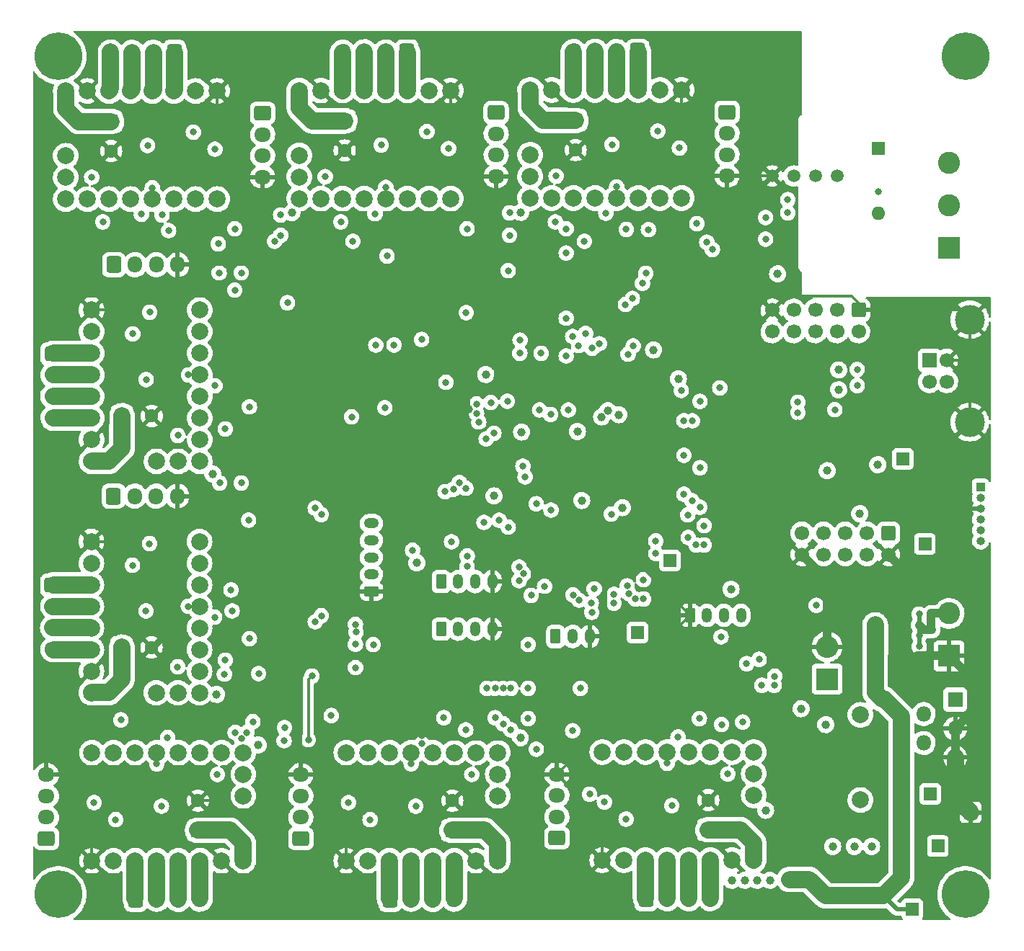
<source format=gbr>
%TF.GenerationSoftware,KiCad,Pcbnew,6.0.10*%
%TF.CreationDate,2023-03-14T21:17:12+03:00*%
%TF.ProjectId,multistepper,6d756c74-6973-4746-9570-7065722e6b69,rev?*%
%TF.SameCoordinates,Original*%
%TF.FileFunction,Copper,L2,Inr*%
%TF.FilePolarity,Positive*%
%FSLAX46Y46*%
G04 Gerber Fmt 4.6, Leading zero omitted, Abs format (unit mm)*
G04 Created by KiCad (PCBNEW 6.0.10) date 2023-03-14 21:17:12*
%MOMM*%
%LPD*%
G01*
G04 APERTURE LIST*
G04 Aperture macros list*
%AMRoundRect*
0 Rectangle with rounded corners*
0 $1 Rounding radius*
0 $2 $3 $4 $5 $6 $7 $8 $9 X,Y pos of 4 corners*
0 Add a 4 corners polygon primitive as box body*
4,1,4,$2,$3,$4,$5,$6,$7,$8,$9,$2,$3,0*
0 Add four circle primitives for the rounded corners*
1,1,$1+$1,$2,$3*
1,1,$1+$1,$4,$5*
1,1,$1+$1,$6,$7*
1,1,$1+$1,$8,$9*
0 Add four rect primitives between the rounded corners*
20,1,$1+$1,$2,$3,$4,$5,0*
20,1,$1+$1,$4,$5,$6,$7,0*
20,1,$1+$1,$6,$7,$8,$9,0*
20,1,$1+$1,$8,$9,$2,$3,0*%
G04 Aperture macros list end*
%TA.AperFunction,ComponentPad*%
%ADD10RoundRect,0.250000X0.600000X0.725000X-0.600000X0.725000X-0.600000X-0.725000X0.600000X-0.725000X0*%
%TD*%
%TA.AperFunction,ComponentPad*%
%ADD11O,1.700000X1.950000*%
%TD*%
%TA.AperFunction,ComponentPad*%
%ADD12RoundRect,0.250000X-0.725000X0.600000X-0.725000X-0.600000X0.725000X-0.600000X0.725000X0.600000X0*%
%TD*%
%TA.AperFunction,ComponentPad*%
%ADD13O,1.950000X1.700000*%
%TD*%
%TA.AperFunction,ComponentPad*%
%ADD14RoundRect,0.250000X0.625000X-0.350000X0.625000X0.350000X-0.625000X0.350000X-0.625000X-0.350000X0*%
%TD*%
%TA.AperFunction,ComponentPad*%
%ADD15O,1.750000X1.200000*%
%TD*%
%TA.AperFunction,ComponentPad*%
%ADD16RoundRect,0.250000X-0.600000X0.600000X-0.600000X-0.600000X0.600000X-0.600000X0.600000X0.600000X0*%
%TD*%
%TA.AperFunction,ComponentPad*%
%ADD17C,1.700000*%
%TD*%
%TA.AperFunction,ComponentPad*%
%ADD18RoundRect,0.250000X0.725000X-0.600000X0.725000X0.600000X-0.725000X0.600000X-0.725000X-0.600000X0*%
%TD*%
%TA.AperFunction,ComponentPad*%
%ADD19C,5.600000*%
%TD*%
%TA.AperFunction,ComponentPad*%
%ADD20R,1.600000X1.600000*%
%TD*%
%TA.AperFunction,ComponentPad*%
%ADD21O,1.600000X1.600000*%
%TD*%
%TA.AperFunction,ComponentPad*%
%ADD22C,1.600000*%
%TD*%
%TA.AperFunction,ComponentPad*%
%ADD23RoundRect,0.250000X-0.350000X-0.625000X0.350000X-0.625000X0.350000X0.625000X-0.350000X0.625000X0*%
%TD*%
%TA.AperFunction,ComponentPad*%
%ADD24O,1.200000X1.750000*%
%TD*%
%TA.AperFunction,ComponentPad*%
%ADD25RoundRect,0.250000X-0.600000X-0.725000X0.600000X-0.725000X0.600000X0.725000X-0.600000X0.725000X0*%
%TD*%
%TA.AperFunction,ComponentPad*%
%ADD26C,2.000000*%
%TD*%
%TA.AperFunction,ComponentPad*%
%ADD27R,2.600000X2.600000*%
%TD*%
%TA.AperFunction,ComponentPad*%
%ADD28C,2.600000*%
%TD*%
%TA.AperFunction,ComponentPad*%
%ADD29R,1.500000X1.500000*%
%TD*%
%TA.AperFunction,ComponentPad*%
%ADD30R,1.000000X1.000000*%
%TD*%
%TA.AperFunction,ComponentPad*%
%ADD31O,1.000000X1.000000*%
%TD*%
%TA.AperFunction,ComponentPad*%
%ADD32C,1.500000*%
%TD*%
%TA.AperFunction,ComponentPad*%
%ADD33O,2.600000X2.600000*%
%TD*%
%TA.AperFunction,ComponentPad*%
%ADD34R,1.800000X1.800000*%
%TD*%
%TA.AperFunction,ComponentPad*%
%ADD35O,1.800000X1.800000*%
%TD*%
%TA.AperFunction,ComponentPad*%
%ADD36R,1.700000X1.700000*%
%TD*%
%TA.AperFunction,ComponentPad*%
%ADD37C,3.500000*%
%TD*%
%TA.AperFunction,ViaPad*%
%ADD38C,1.000000*%
%TD*%
%TA.AperFunction,ViaPad*%
%ADD39C,0.800000*%
%TD*%
%TA.AperFunction,Conductor*%
%ADD40C,0.300000*%
%TD*%
%TA.AperFunction,Conductor*%
%ADD41C,0.500000*%
%TD*%
%TA.AperFunction,Conductor*%
%ADD42C,1.000000*%
%TD*%
%TA.AperFunction,Conductor*%
%ADD43C,2.000000*%
%TD*%
G04 APERTURE END LIST*
D10*
%TO.N,Net-(J17-Pad1)*%
%TO.C,J17*%
X99921075Y-41501827D03*
D11*
%TO.N,Net-(J17-Pad2)*%
X97421075Y-41501827D03*
%TO.N,Net-(J17-Pad3)*%
X94921075Y-41501827D03*
%TO.N,Net-(J17-Pad4)*%
X92421075Y-41501827D03*
%TD*%
D12*
%TO.N,Net-(J12-Pad1)*%
%TO.C,J12*%
X58374000Y-76974000D03*
D13*
%TO.N,Net-(J12-Pad2)*%
X58374000Y-79474000D03*
%TO.N,Net-(J12-Pad3)*%
X58374000Y-81974000D03*
%TO.N,Net-(J12-Pad4)*%
X58374000Y-84474000D03*
%TD*%
D14*
%TO.N,GND*%
%TO.C,J6*%
X95758000Y-104902000D03*
D15*
%TO.N,Net-(J6-Pad2)*%
X95758000Y-102902000D03*
%TO.N,Net-(J6-Pad3)*%
X95758000Y-100902000D03*
%TO.N,Net-(J6-Pad4)*%
X95758000Y-98902000D03*
%TO.N,Net-(J6-Pad5)*%
X95758000Y-96902000D03*
%TD*%
D16*
%TO.N,GND*%
%TO.C,J2*%
X152958800Y-71840700D03*
D17*
%TO.N,Net-(J2-Pad2)*%
X152958800Y-74380700D03*
%TO.N,Net-(J2-Pad3)*%
X150418800Y-71840700D03*
%TO.N,Net-(J2-Pad4)*%
X150418800Y-74380700D03*
%TO.N,Net-(J2-Pad5)*%
X147878800Y-71840700D03*
%TO.N,Net-(J2-Pad6)*%
X147878800Y-74380700D03*
%TO.N,Net-(J2-Pad7)*%
X145338800Y-71840700D03*
%TO.N,Net-(J2-Pad8)*%
X145338800Y-74380700D03*
%TO.N,GND*%
X142798800Y-71840700D03*
%TO.N,Net-(J2-Pad10)*%
X142798800Y-74380700D03*
%TD*%
D18*
%TO.N,Net-(J22-Pad1)*%
%TO.C,J22*%
X87466000Y-133934000D03*
D13*
%TO.N,M5_L0*%
X87466000Y-131434000D03*
%TO.N,M5_L1*%
X87466000Y-128934000D03*
%TO.N,GND*%
X87466000Y-126434000D03*
%TD*%
D19*
%TO.N,N/C*%
%TO.C,H4*%
X165500000Y-140500000D03*
%TD*%
D20*
%TO.N,Net-(R18-Pad1)*%
%TO.C,SW3*%
X155295600Y-52832000D03*
D21*
%TO.N,/CANL*%
X155295600Y-60452000D03*
%TD*%
D20*
%TO.N,/Motors/Vm*%
%TO.C,C24*%
X105246000Y-132978000D03*
D22*
%TO.N,GND*%
X105246000Y-129478000D03*
%TD*%
D23*
%TO.N,Net-(J4-Pad1)*%
%TO.C,J5*%
X103934000Y-103733600D03*
D24*
%TO.N,ADC2*%
X105934000Y-103733600D03*
%TO.N,ADC3*%
X107934000Y-103733600D03*
%TO.N,GND*%
X109934000Y-103733600D03*
%TD*%
D25*
%TO.N,Net-(J11-Pad1)*%
%TO.C,J11*%
X65500000Y-66500000D03*
D11*
%TO.N,M0_L0*%
X68000000Y-66500000D03*
%TO.N,M0_L1*%
X70500000Y-66500000D03*
%TO.N,GND*%
X73000000Y-66500000D03*
%TD*%
D26*
%TO.N,/Motors/stepper_M5/~{ENx}*%
%TO.C,XX5*%
X140640000Y-123774000D03*
%TO.N,/Motors/stepper_M5/MS1*%
X138100000Y-123774000D03*
%TO.N,/Motors/stepper_M5/MS2*%
X135560000Y-123774000D03*
%TO.N,/Motors/stepper_M5/SPR*%
X133020000Y-123774000D03*
%TO.N,/Motors/stepper_M5/U*%
X130480000Y-123774000D03*
%TO.N,/Motors/stepper_M5/CLK*%
X127940000Y-123774000D03*
%TO.N,/Motors/stepper_M5/STEPx*%
X125400000Y-123774000D03*
%TO.N,/Motors/stepper_M5/DIRx*%
X122860000Y-123774000D03*
%TO.N,GND*%
X122860000Y-136474000D03*
%TO.N,Vio*%
X125400000Y-136474000D03*
%TO.N,Net-(J21-Pad1)*%
X127940000Y-136474000D03*
%TO.N,Net-(J21-Pad2)*%
X130480000Y-136474000D03*
%TO.N,Net-(J21-Pad3)*%
X133020000Y-136474000D03*
%TO.N,Net-(J21-Pad4)*%
X135560000Y-136474000D03*
%TO.N,GND*%
X138100000Y-136474000D03*
%TO.N,/Motors/Vm*%
X140640000Y-136474000D03*
%TO.N,/Motors/DIAG4*%
X140640000Y-126314000D03*
%TO.N,unconnected-(XX5-Pad18)*%
X140640000Y-128854000D03*
%TD*%
D23*
%TO.N,Net-(J13-Pad1)*%
%TO.C,J13*%
X117380000Y-110194000D03*
D24*
%TO.N,Net-(J13-Pad2)*%
X119380000Y-110194000D03*
%TO.N,GND*%
X121380000Y-110194000D03*
%TD*%
D26*
%TO.N,/Motors/stepper_M8/~{ENx}*%
%TO.C,XX8*%
X75572000Y-116801600D03*
%TO.N,/Motors/stepper_M8/MS1*%
X75572000Y-114261600D03*
%TO.N,/Motors/stepper_M8/MS2*%
X75572000Y-111721600D03*
%TO.N,/Motors/stepper_M8/SPR*%
X75572000Y-109181600D03*
%TO.N,/Motors/stepper_M8/U*%
X75572000Y-106641600D03*
%TO.N,/Motors/stepper_M8/CLK*%
X75572000Y-104101600D03*
%TO.N,/Motors/stepper_M8/STEPx*%
X75572000Y-101561600D03*
%TO.N,/Motors/stepper_M8/DIRx*%
X75572000Y-99021600D03*
%TO.N,GND*%
X62872000Y-99021600D03*
%TO.N,Vio*%
X62872000Y-101561600D03*
%TO.N,Net-(J27-Pad1)*%
X62872000Y-104101600D03*
%TO.N,Net-(J27-Pad2)*%
X62872000Y-106641600D03*
%TO.N,Net-(J27-Pad3)*%
X62872000Y-109181600D03*
%TO.N,Net-(J27-Pad4)*%
X62872000Y-111721600D03*
%TO.N,GND*%
X62872000Y-114261600D03*
%TO.N,/Motors/Vm*%
X62872000Y-116801600D03*
%TO.N,/Motors/DIAG7*%
X73032000Y-116801600D03*
%TO.N,unconnected-(XX8-Pad18)*%
X70492000Y-116801600D03*
%TD*%
%TO.N,/Motors/stepper_M3/~{ENx}*%
%TO.C,XX3*%
X87281075Y-58727827D03*
%TO.N,/Motors/stepper_M3/MS1*%
X89821075Y-58727827D03*
%TO.N,/Motors/stepper_M3/MS2*%
X92361075Y-58727827D03*
%TO.N,/Motors/stepper_M3/SPR*%
X94901075Y-58727827D03*
%TO.N,/Motors/stepper_M3/U*%
X97441075Y-58727827D03*
%TO.N,/Motors/stepper_M3/CLK*%
X99981075Y-58727827D03*
%TO.N,/Motors/stepper_M3/STEPx*%
X102521075Y-58727827D03*
%TO.N,/Motors/stepper_M3/DIRx*%
X105061075Y-58727827D03*
%TO.N,GND*%
X105061075Y-46027827D03*
%TO.N,Vio*%
X102521075Y-46027827D03*
%TO.N,Net-(J17-Pad1)*%
X99981075Y-46027827D03*
%TO.N,Net-(J17-Pad2)*%
X97441075Y-46027827D03*
%TO.N,Net-(J17-Pad3)*%
X94901075Y-46027827D03*
%TO.N,Net-(J17-Pad4)*%
X92361075Y-46027827D03*
%TO.N,GND*%
X89821075Y-46027827D03*
%TO.N,/Motors/Vm*%
X87281075Y-46027827D03*
%TO.N,/Motors/DIAG2*%
X87281075Y-56187827D03*
%TO.N,unconnected-(XX3-Pad18)*%
X87281075Y-53647827D03*
%TD*%
D27*
%TO.N,GND*%
%TO.C,J10*%
X163576000Y-112482000D03*
D28*
%TO.N,Net-(J10-Pad2)*%
X163576000Y-107482000D03*
%TD*%
D16*
%TO.N,Net-(J3-Pad1)*%
%TO.C,J3*%
X156464000Y-98044000D03*
D17*
%TO.N,GND*%
X156464000Y-100584000D03*
%TO.N,Net-(J3-Pad3)*%
X153924000Y-98044000D03*
%TO.N,Net-(J3-Pad4)*%
X153924000Y-100584000D03*
%TO.N,Net-(J3-Pad5)*%
X151384000Y-98044000D03*
%TO.N,Net-(J3-Pad6)*%
X151384000Y-100584000D03*
%TO.N,Net-(J3-Pad7)*%
X148844000Y-98044000D03*
%TO.N,Net-(J3-Pad8)*%
X148844000Y-100584000D03*
%TO.N,Net-(J3-Pad9)*%
X146304000Y-98044000D03*
%TO.N,GND*%
X146304000Y-100584000D03*
%TD*%
D29*
%TO.N,GND*%
%TO.C,TP3*%
X166090600Y-130860800D03*
%TD*%
D30*
%TO.N,/MCU base/SWCLK*%
%TO.C,J1*%
X167258600Y-92608400D03*
D31*
%TO.N,/MCU base/SWDIO*%
X167258600Y-93878400D03*
%TO.N,GND*%
X167258600Y-95148400D03*
%TO.N,Net-(J1-Pad4)*%
X167258600Y-96418400D03*
%TO.N,/MCU base/BOOT0*%
X167258600Y-97688400D03*
%TO.N,/MCU base/NRST*%
X167258600Y-98958400D03*
%TD*%
D18*
%TO.N,Net-(J24-Pad1)*%
%TO.C,J24*%
X57604925Y-133934000D03*
D13*
%TO.N,M6_L0*%
X57604925Y-131434000D03*
%TO.N,M6_L1*%
X57604925Y-128934000D03*
%TO.N,GND*%
X57604925Y-126434000D03*
%TD*%
D19*
%TO.N,N/C*%
%TO.C,H1*%
X59000000Y-42000000D03*
%TD*%
D20*
%TO.N,/Motors/Vm*%
%TO.C,C23*%
X135306000Y-132918000D03*
D22*
%TO.N,GND*%
X135306000Y-129418000D03*
%TD*%
D10*
%TO.N,Net-(J19-Pad1)*%
%TO.C,J19*%
X127026450Y-41440000D03*
D11*
%TO.N,Net-(J19-Pad2)*%
X124526450Y-41440000D03*
%TO.N,Net-(J19-Pad3)*%
X122026450Y-41440000D03*
%TO.N,Net-(J19-Pad4)*%
X119526450Y-41440000D03*
%TD*%
D29*
%TO.N,Vdrive*%
%TO.C,TP2*%
X159258000Y-142240000D03*
%TD*%
D12*
%TO.N,Net-(J14-Pad1)*%
%TO.C,J14*%
X82974000Y-48689654D03*
D13*
%TO.N,M1_L0*%
X82974000Y-51189654D03*
%TO.N,M1_L1*%
X82974000Y-53689654D03*
%TO.N,GND*%
X82974000Y-56189654D03*
%TD*%
D19*
%TO.N,N/C*%
%TO.C,H3*%
X59000000Y-140500000D03*
%TD*%
D25*
%TO.N,Net-(J23-Pad1)*%
%TO.C,J23*%
X97940000Y-141060000D03*
D11*
%TO.N,Net-(J23-Pad2)*%
X100440000Y-141060000D03*
%TO.N,Net-(J23-Pad3)*%
X102940000Y-141060000D03*
%TO.N,Net-(J23-Pad4)*%
X105440000Y-141060000D03*
%TD*%
D25*
%TO.N,Net-(J25-Pad1)*%
%TO.C,J25*%
X68078925Y-141060000D03*
D11*
%TO.N,Net-(J25-Pad2)*%
X70578925Y-141060000D03*
%TO.N,Net-(J25-Pad3)*%
X73078925Y-141060000D03*
%TO.N,Net-(J25-Pad4)*%
X75578925Y-141060000D03*
%TD*%
D26*
%TO.N,/Motors/stepper_M4/~{ENx}*%
%TO.C,XX4*%
X114386450Y-58666000D03*
%TO.N,/Motors/stepper_M4/MS1*%
X116926450Y-58666000D03*
%TO.N,/Motors/stepper_M4/MS2*%
X119466450Y-58666000D03*
%TO.N,/Motors/stepper_M4/SPR*%
X122006450Y-58666000D03*
%TO.N,/Motors/stepper_M4/U*%
X124546450Y-58666000D03*
%TO.N,/Motors/stepper_M4/CLK*%
X127086450Y-58666000D03*
%TO.N,/Motors/stepper_M4/STEPx*%
X129626450Y-58666000D03*
%TO.N,/Motors/stepper_M4/DIRx*%
X132166450Y-58666000D03*
%TO.N,GND*%
X132166450Y-45966000D03*
%TO.N,Vio*%
X129626450Y-45966000D03*
%TO.N,Net-(J19-Pad1)*%
X127086450Y-45966000D03*
%TO.N,Net-(J19-Pad2)*%
X124546450Y-45966000D03*
%TO.N,Net-(J19-Pad3)*%
X122006450Y-45966000D03*
%TO.N,Net-(J19-Pad4)*%
X119466450Y-45966000D03*
%TO.N,GND*%
X116926450Y-45966000D03*
%TO.N,/Motors/Vm*%
X114386450Y-45966000D03*
%TO.N,/Motors/DIAG3*%
X114386450Y-56126000D03*
%TO.N,unconnected-(XX4-Pad18)*%
X114386450Y-53586000D03*
%TD*%
D19*
%TO.N,N/C*%
%TO.C,H2*%
X165500000Y-42000000D03*
%TD*%
D25*
%TO.N,Net-(J21-Pad1)*%
%TO.C,J21*%
X128000000Y-141000000D03*
D11*
%TO.N,Net-(J21-Pad2)*%
X130500000Y-141000000D03*
%TO.N,Net-(J21-Pad3)*%
X133000000Y-141000000D03*
%TO.N,Net-(J21-Pad4)*%
X135500000Y-141000000D03*
%TD*%
D20*
%TO.N,/Motors/Vm*%
%TO.C,C21*%
X92615075Y-49583827D03*
D22*
%TO.N,GND*%
X92615075Y-53083827D03*
%TD*%
D20*
%TO.N,/Motors/Vm*%
%TO.C,C22*%
X119720450Y-49522000D03*
D22*
%TO.N,GND*%
X119720450Y-53022000D03*
%TD*%
D12*
%TO.N,Net-(J18-Pad1)*%
%TO.C,J18*%
X137500450Y-48566000D03*
D13*
%TO.N,M3_L0*%
X137500450Y-51066000D03*
%TO.N,M3_L1*%
X137500450Y-53566000D03*
%TO.N,GND*%
X137500450Y-56066000D03*
%TD*%
D32*
%TO.N,GND*%
%TO.C,Q1*%
X142798800Y-56083200D03*
%TO.N,Net-(C10-Pad1)*%
X145338800Y-56083200D03*
%TO.N,Earth*%
X147878800Y-56083200D03*
%TO.N,Net-(C11-Pad1)*%
X150418800Y-56083200D03*
%TD*%
D26*
%TO.N,/Motors/stepper_M6/~{ENx}*%
%TO.C,XX6*%
X110580000Y-123834000D03*
%TO.N,/Motors/stepper_M6/MS1*%
X108040000Y-123834000D03*
%TO.N,/Motors/stepper_M6/MS2*%
X105500000Y-123834000D03*
%TO.N,/Motors/stepper_M6/SPR*%
X102960000Y-123834000D03*
%TO.N,/Motors/stepper_M6/U*%
X100420000Y-123834000D03*
%TO.N,/Motors/stepper_M6/CLK*%
X97880000Y-123834000D03*
%TO.N,/Motors/stepper_M6/STEPx*%
X95340000Y-123834000D03*
%TO.N,/Motors/stepper_M6/DIRx*%
X92800000Y-123834000D03*
%TO.N,GND*%
X92800000Y-136534000D03*
%TO.N,Vio*%
X95340000Y-136534000D03*
%TO.N,Net-(J23-Pad1)*%
X97880000Y-136534000D03*
%TO.N,Net-(J23-Pad2)*%
X100420000Y-136534000D03*
%TO.N,Net-(J23-Pad3)*%
X102960000Y-136534000D03*
%TO.N,Net-(J23-Pad4)*%
X105500000Y-136534000D03*
%TO.N,GND*%
X108040000Y-136534000D03*
%TO.N,/Motors/Vm*%
X110580000Y-136534000D03*
%TO.N,/Motors/DIAG5*%
X110580000Y-126374000D03*
%TO.N,unconnected-(XX6-Pad18)*%
X110580000Y-128914000D03*
%TD*%
D27*
%TO.N,Net-(D26-Pad1)*%
%TO.C,D26*%
X149250400Y-115194400D03*
D33*
%TO.N,GND*%
X149250400Y-111384400D03*
%TD*%
D29*
%TO.N,+3.3VADC*%
%TO.C,TP6*%
X127000000Y-109728000D03*
%TD*%
D20*
%TO.N,/Motors/Vm*%
%TO.C,C19*%
X66456000Y-84280000D03*
D22*
%TO.N,GND*%
X69956000Y-84280000D03*
%TD*%
D34*
%TO.N,Vdrive*%
%TO.C,U5*%
X164287200Y-117602000D03*
D35*
%TO.N,Net-(D26-Pad1)*%
X160587200Y-119302000D03*
%TO.N,GND*%
X164287200Y-121002000D03*
%TO.N,Net-(C17-Pad1)*%
X160587200Y-122702000D03*
%TO.N,GND*%
X164287200Y-124402000D03*
%TD*%
D12*
%TO.N,Net-(J27-Pad1)*%
%TO.C,J27*%
X58346000Y-104161600D03*
D13*
%TO.N,Net-(J27-Pad2)*%
X58346000Y-106661600D03*
%TO.N,Net-(J27-Pad3)*%
X58346000Y-109161600D03*
%TO.N,Net-(J27-Pad4)*%
X58346000Y-111661600D03*
%TD*%
D23*
%TO.N,GND*%
%TO.C,J7*%
X133144000Y-107704800D03*
D24*
%TO.N,Net-(J7-Pad2)*%
X135144000Y-107704800D03*
%TO.N,Net-(J7-Pad3)*%
X137144000Y-107704800D03*
%TO.N,Net-(J7-Pad4)*%
X139144000Y-107704800D03*
%TD*%
D29*
%TO.N,Net-(C17-Pad1)*%
%TO.C,TP4*%
X161366200Y-128701800D03*
%TD*%
D10*
%TO.N,Net-(J15-Pad1)*%
%TO.C,J15*%
X72644000Y-41563654D03*
D11*
%TO.N,Net-(J15-Pad2)*%
X70144000Y-41563654D03*
%TO.N,Net-(J15-Pad3)*%
X67644000Y-41563654D03*
%TO.N,Net-(J15-Pad4)*%
X65144000Y-41563654D03*
%TD*%
D26*
%TO.N,Net-(C17-Pad1)*%
%TO.C,L1*%
X153162000Y-129409200D03*
%TO.N,Net-(D26-Pad1)*%
X153162000Y-119409200D03*
%TD*%
D20*
%TO.N,/Motors/Vm*%
%TO.C,C20*%
X65194000Y-49645654D03*
D22*
%TO.N,GND*%
X65194000Y-53145654D03*
%TD*%
D26*
%TO.N,/Motors/stepper_M2/~{ENx}*%
%TO.C,XX2*%
X59860000Y-58789654D03*
%TO.N,/Motors/stepper_M2/MS1*%
X62400000Y-58789654D03*
%TO.N,/Motors/stepper_M2/MS2*%
X64940000Y-58789654D03*
%TO.N,/Motors/stepper_M2/SPR*%
X67480000Y-58789654D03*
%TO.N,/Motors/stepper_M2/U*%
X70020000Y-58789654D03*
%TO.N,/Motors/stepper_M2/CLK*%
X72560000Y-58789654D03*
%TO.N,/Motors/stepper_M2/STEPx*%
X75100000Y-58789654D03*
%TO.N,/Motors/stepper_M2/DIRx*%
X77640000Y-58789654D03*
%TO.N,GND*%
X77640000Y-46089654D03*
%TO.N,Vio*%
X75100000Y-46089654D03*
%TO.N,Net-(J15-Pad1)*%
X72560000Y-46089654D03*
%TO.N,Net-(J15-Pad2)*%
X70020000Y-46089654D03*
%TO.N,Net-(J15-Pad3)*%
X67480000Y-46089654D03*
%TO.N,Net-(J15-Pad4)*%
X64940000Y-46089654D03*
%TO.N,GND*%
X62400000Y-46089654D03*
%TO.N,/Motors/Vm*%
X59860000Y-46089654D03*
%TO.N,/Motors/DIAG1*%
X59860000Y-56249654D03*
%TO.N,unconnected-(XX2-Pad18)*%
X59860000Y-53709654D03*
%TD*%
D27*
%TO.N,/CANL*%
%TO.C,J9*%
X163576000Y-64516000D03*
D28*
%TO.N,Earth*%
X163576000Y-59516000D03*
%TO.N,/CANH*%
X163576000Y-54516000D03*
%TD*%
D20*
%TO.N,/Motors/Vm*%
%TO.C,C25*%
X75384925Y-132978000D03*
D22*
%TO.N,GND*%
X75384925Y-129478000D03*
%TD*%
D26*
%TO.N,/Motors/stepper_M7/~{ENx}*%
%TO.C,XX7*%
X80718925Y-123834000D03*
%TO.N,/Motors/stepper_M7/MS1*%
X78178925Y-123834000D03*
%TO.N,/Motors/stepper_M7/MS2*%
X75638925Y-123834000D03*
%TO.N,/Motors/stepper_M7/SPR*%
X73098925Y-123834000D03*
%TO.N,/Motors/stepper_M7/U*%
X70558925Y-123834000D03*
%TO.N,/Motors/stepper_M7/CLK*%
X68018925Y-123834000D03*
%TO.N,/Motors/stepper_M7/STEPx*%
X65478925Y-123834000D03*
%TO.N,/Motors/stepper_M7/DIRx*%
X62938925Y-123834000D03*
%TO.N,GND*%
X62938925Y-136534000D03*
%TO.N,Vio*%
X65478925Y-136534000D03*
%TO.N,Net-(J25-Pad1)*%
X68018925Y-136534000D03*
%TO.N,Net-(J25-Pad2)*%
X70558925Y-136534000D03*
%TO.N,Net-(J25-Pad3)*%
X73098925Y-136534000D03*
%TO.N,Net-(J25-Pad4)*%
X75638925Y-136534000D03*
%TO.N,GND*%
X78178925Y-136534000D03*
%TO.N,/Motors/Vm*%
X80718925Y-136534000D03*
%TO.N,/Motors/DIAG6*%
X80718925Y-126374000D03*
%TO.N,unconnected-(XX7-Pad18)*%
X80718925Y-128914000D03*
%TD*%
D25*
%TO.N,Net-(J26-Pad1)*%
%TO.C,J26*%
X65472000Y-93687600D03*
D11*
%TO.N,M7_L0*%
X67972000Y-93687600D03*
%TO.N,M7_L1*%
X70472000Y-93687600D03*
%TO.N,GND*%
X72972000Y-93687600D03*
%TD*%
D23*
%TO.N,Net-(J4-Pad1)*%
%TO.C,J4*%
X103934000Y-109321600D03*
D24*
%TO.N,ADC0*%
X105934000Y-109321600D03*
%TO.N,ADC1*%
X107934000Y-109321600D03*
%TO.N,GND*%
X109934000Y-109321600D03*
%TD*%
D18*
%TO.N,Net-(J20-Pad1)*%
%TO.C,J20*%
X117526000Y-133874000D03*
D13*
%TO.N,M4_L0*%
X117526000Y-131374000D03*
%TO.N,M4_L1*%
X117526000Y-128874000D03*
%TO.N,GND*%
X117526000Y-126374000D03*
%TD*%
D12*
%TO.N,Net-(J16-Pad1)*%
%TO.C,J16*%
X110395075Y-48627827D03*
D13*
%TO.N,M2_L0*%
X110395075Y-51127827D03*
%TO.N,M2_L1*%
X110395075Y-53627827D03*
%TO.N,GND*%
X110395075Y-56127827D03*
%TD*%
D29*
%TO.N,Vio*%
%TO.C,TP8*%
X162255200Y-134823200D03*
%TD*%
%TO.N,+3V3*%
%TO.C,TP5*%
X130810000Y-101244400D03*
%TD*%
D20*
%TO.N,/Motors/Vm*%
%TO.C,C26*%
X66428000Y-111467600D03*
D22*
%TO.N,GND*%
X69928000Y-111467600D03*
%TD*%
D26*
%TO.N,/Motors/stepper_M1/~{ENx}*%
%TO.C,XX1*%
X75600000Y-89614000D03*
%TO.N,/Motors/stepper_M1/MS1*%
X75600000Y-87074000D03*
%TO.N,/Motors/stepper_M1/MS2*%
X75600000Y-84534000D03*
%TO.N,/Motors/stepper_M1/SPR*%
X75600000Y-81994000D03*
%TO.N,/Motors/stepper_M1/U*%
X75600000Y-79454000D03*
%TO.N,/Motors/stepper_M1/CLK*%
X75600000Y-76914000D03*
%TO.N,/Motors/stepper_M1/STEPx*%
X75600000Y-74374000D03*
%TO.N,/Motors/stepper_M1/DIRx*%
X75600000Y-71834000D03*
%TO.N,GND*%
X62900000Y-71834000D03*
%TO.N,Vio*%
X62900000Y-74374000D03*
%TO.N,Net-(J12-Pad1)*%
X62900000Y-76914000D03*
%TO.N,Net-(J12-Pad2)*%
X62900000Y-79454000D03*
%TO.N,Net-(J12-Pad3)*%
X62900000Y-81994000D03*
%TO.N,Net-(J12-Pad4)*%
X62900000Y-84534000D03*
%TO.N,GND*%
X62900000Y-87074000D03*
%TO.N,/Motors/Vm*%
X62900000Y-89614000D03*
%TO.N,/Motors/DIAG0*%
X73060000Y-89614000D03*
%TO.N,unconnected-(XX1-Pad18)*%
X70520000Y-89614000D03*
%TD*%
D36*
%TO.N,/VB*%
%TO.C,J8*%
X161290000Y-77730000D03*
D17*
%TO.N,Net-(J8-Pad2)*%
X161290000Y-80230000D03*
%TO.N,Net-(J8-Pad3)*%
X163290000Y-80230000D03*
%TO.N,GND*%
X163290000Y-77730000D03*
D37*
X166000000Y-72960000D03*
X166000000Y-85000000D03*
%TD*%
D29*
%TO.N,Net-(D22-Pad1)*%
%TO.C,TP1*%
X158167500Y-89348000D03*
%TD*%
%TO.N,+5V*%
%TO.C,TP7*%
X160731200Y-99314000D03*
%TD*%
D38*
%TO.N,GND*%
X152450000Y-137174000D03*
X149910800Y-137749000D03*
X145821000Y-85217000D03*
D39*
X99669600Y-72034400D03*
X121412000Y-121909100D03*
X88493600Y-74930000D03*
D38*
X94488000Y-93472000D03*
D39*
X114401600Y-84328000D03*
D38*
X127863600Y-75285600D03*
D39*
X142033000Y-66040000D03*
D38*
X117683600Y-89306400D03*
X115112800Y-92863500D03*
D39*
X101650800Y-121818400D03*
D38*
X113538000Y-95504000D03*
D39*
X125120400Y-65887600D03*
D38*
X116332000Y-72440800D03*
D39*
X77978000Y-56184800D03*
X89458800Y-64871600D03*
D38*
X135585200Y-87426800D03*
D39*
X161086800Y-114503200D03*
X130454400Y-112369600D03*
D38*
X126136400Y-101193600D03*
X135940800Y-98196400D03*
X150063200Y-130860800D03*
D39*
X86715600Y-109321600D03*
D38*
X107137200Y-83515200D03*
D39*
X127457200Y-65328800D03*
D38*
X130810000Y-99364800D03*
X123734800Y-86868000D03*
X159004000Y-114503200D03*
X157276800Y-77012800D03*
D39*
X86664800Y-119278400D03*
D38*
X133578600Y-80975200D03*
X99110800Y-89357200D03*
D39*
X121056400Y-68427600D03*
%TO.N,/MCU base/NRST*%
X113538000Y-90170000D03*
X97332800Y-83312000D03*
%TO.N,/MCU base/BOOT0*%
X116789200Y-84099400D03*
X150164800Y-83548000D03*
D38*
%TO.N,+3V3*%
X150600000Y-78870400D03*
D39*
X129133600Y-98958400D03*
D38*
X153085800Y-95758000D03*
D39*
X129133600Y-100431600D03*
D38*
X150600000Y-81200000D03*
D39*
%TO.N,/MCU base/BTN1*%
X133432503Y-84836000D03*
X136652000Y-80975189D03*
%TO.N,/MCU base/BTN2_SDA*%
X132433000Y-84836000D03*
%TO.N,/MCU base/SWDIO*%
X145821400Y-83870800D03*
X134333000Y-82561000D03*
%TO.N,/MCU base/BTN3_SCL*%
X132130800Y-81280000D03*
D38*
%TO.N,/MCU base/SWCLK*%
X128879600Y-76504800D03*
D39*
X145821000Y-82677000D03*
D38*
X131792223Y-79925423D03*
D39*
%TO.N,M4_L0*%
X132435600Y-88900000D03*
X119380000Y-121259600D03*
X143103600Y-114858800D03*
%TO.N,M4_L1*%
X134333000Y-90361500D03*
X121361200Y-128727200D03*
%TO.N,/MCU base/BTN4*%
X122508007Y-75782947D03*
%TO.N,/MCU base/BTN5*%
X121666000Y-76327000D03*
%TO.N,/MCU base/BTN6*%
X120904000Y-74574400D03*
%TO.N,M3_L1*%
X135788400Y-64719200D03*
X125882400Y-77012800D03*
X127579800Y-68681600D03*
%TO.N,M3_L0*%
X126492000Y-76036700D03*
X135128000Y-63855600D03*
X127965200Y-67513200D03*
%TO.N,M2_L1*%
X120079500Y-75996800D03*
%TO.N,M2_L0*%
X119380000Y-74930000D03*
%TO.N,M1_L0*%
X113205734Y-75363866D03*
X113182400Y-76911200D03*
%TO.N,M1_L1*%
X115671600Y-76911200D03*
%TO.N,/MCU base/SCRN_DCRS*%
X134808000Y-99435500D03*
%TO.N,/MCU base/SCRN_SCK*%
X133858000Y-99435500D03*
%TO.N,/MCU base/SCRN_MISO*%
X132943600Y-98552000D03*
%TO.N,/MCU base/SCRN_MOSI*%
X134808000Y-97160500D03*
%TO.N,/MCU base/SCRN_RST*%
X132892800Y-95910400D03*
%TO.N,/MCU base/SCRN_CS*%
X134315200Y-94996000D03*
%TO.N,M6_L1*%
X121564400Y-106273600D03*
X127696000Y-105785500D03*
X124216900Y-106273600D03*
%TO.N,M6_L0*%
X121909100Y-104597200D03*
X126746000Y-105785500D03*
X124216900Y-105237706D03*
%TO.N,M5_L1*%
X133400800Y-94234000D03*
%TO.N,M5_L0*%
X132435600Y-93472000D03*
%TO.N,/MCU base/A0*%
X105156000Y-99060000D03*
%TO.N,/MCU base/A1*%
X108966000Y-96774000D03*
%TO.N,/MCU base/A2*%
X110744000Y-96520000D03*
%TO.N,/MCU base/A3*%
X111815000Y-97337000D03*
%TO.N,/MCU base/A4*%
X116840000Y-95331600D03*
%TO.N,/MCU base/A5*%
X113792000Y-91440000D03*
%TO.N,ADC4*%
X121617266Y-107342466D03*
X147980400Y-106527600D03*
%TO.N,+5V*%
X144627600Y-60401200D03*
X136804400Y-110236000D03*
D38*
X146202400Y-118668800D03*
X122783600Y-84378800D03*
X149098000Y-120548400D03*
X137972800Y-104648000D03*
X155197900Y-90003120D03*
X120446800Y-94202100D03*
X143446500Y-67576700D03*
X123494800Y-83667600D03*
D39*
%TO.N,ADC0*%
X107004000Y-100722000D03*
D38*
%TO.N,Vdrive*%
X147167600Y-138734800D03*
X145999200Y-138734800D03*
D39*
X154905000Y-111379000D03*
D38*
X144743000Y-138836400D03*
D39*
X154905000Y-110109000D03*
X154905000Y-108839000D03*
D38*
X149088128Y-140655328D03*
D39*
X154889200Y-112268000D03*
%TO.N,ADC1*%
X106982978Y-101953778D03*
%TO.N,MUL0*%
X109778800Y-82702400D03*
%TO.N,MUL1*%
X108102400Y-82854800D03*
%TO.N,MUL2*%
X108102400Y-83972400D03*
%TO.N,MUL_EN*%
X108356400Y-84988400D03*
%TO.N,M1_DIR*%
X71944000Y-62483654D03*
X77774800Y-64047900D03*
D38*
%TO.N,+3.3VADC*%
X101092000Y-101549200D03*
X110134400Y-93675200D03*
D39*
%TO.N,USART3_TX*%
X123901200Y-95808800D03*
%TO.N,M6_STEP*%
X93882532Y-113842800D03*
X93878400Y-111099600D03*
%TO.N,M5_DIR*%
X141274800Y-112877600D03*
X139801600Y-113385600D03*
%TO.N,USB_DM*%
X152786500Y-80712000D03*
%TO.N,USB_DP*%
X152786500Y-78812000D03*
%TO.N,M4_DIR*%
X141579600Y-115925600D03*
X143052800Y-115925600D03*
%TO.N,CAN_RX*%
X125577600Y-71170800D03*
X142033000Y-60960000D03*
%TO.N,CAN_TX*%
X126390400Y-70459600D03*
X142033000Y-63500000D03*
%TO.N,USART2_TX*%
X118872000Y-83566000D03*
%TO.N,M3_STEP*%
X128270000Y-62382400D03*
X125670450Y-62360000D03*
%TO.N,Net-(C10-Pad1)*%
X144627600Y-58864700D03*
%TO.N,/MCU base/MOT_MUL0*%
X104394000Y-93167200D03*
%TO.N,/MCU base/MOT_MUL1*%
X105359802Y-92889531D03*
%TO.N,/MCU base/MOT_MUL2*%
X106070400Y-92100400D03*
%TO.N,/MCU base/MOT_MUL_EN*%
X106832400Y-92760800D03*
%TO.N,/MCU base/OUT1*%
X125780800Y-104241600D03*
%TO.N,/MCU base/OUT0*%
X127696000Y-103510500D03*
%TO.N,/MCU base/OUT2*%
X125964204Y-105122384D03*
%TO.N,/CANH*%
X155295600Y-57938000D03*
D38*
%TO.N,Net-(J10-Pad2)*%
X161544000Y-109423200D03*
X161482400Y-107482000D03*
D39*
X160055000Y-107569000D03*
X160070800Y-110083600D03*
X160070800Y-108864400D03*
X160070800Y-111353600D03*
D38*
%TO.N,/Motors/Vm*%
X142544800Y-138836400D03*
X139598400Y-138836400D03*
X138074400Y-138836400D03*
X141020800Y-138836400D03*
D39*
%TO.N,/Motors/USART0-3*%
X79705200Y-62280800D03*
X118618000Y-62280800D03*
X133959600Y-61671200D03*
X104807075Y-52853827D03*
X118618000Y-77216000D03*
X131912450Y-52792000D03*
X118618000Y-72796400D03*
X79705200Y-69494400D03*
X106984800Y-62280800D03*
X77386000Y-52915654D03*
X69726000Y-72088000D03*
X118618000Y-65125600D03*
%TO.N,/Motors/MOSI*%
X117434450Y-56094000D03*
X78587600Y-85801200D03*
X80467200Y-122174000D03*
X77670925Y-126406000D03*
X113095200Y-103625600D03*
X136855200Y-120548400D03*
X107532000Y-126406000D03*
X78587600Y-112979200D03*
X112115600Y-116281200D03*
X106832400Y-121158000D03*
X73028000Y-86566000D03*
X73000000Y-113753600D03*
X62908000Y-56217654D03*
X117348000Y-61468000D03*
X112115600Y-121158000D03*
X92151200Y-61468000D03*
X64211200Y-61468000D03*
X137592000Y-126346000D03*
X90329075Y-56155827D03*
%TO.N,/Motors/SCK*%
X110286800Y-119735600D03*
X84378800Y-63754000D03*
X81432400Y-83210400D03*
X81432400Y-110439200D03*
X69278500Y-107186499D03*
X93573600Y-63754000D03*
X100964899Y-130127500D03*
X96896176Y-52434327D03*
X69475101Y-52496154D03*
X120751600Y-63754000D03*
X131024899Y-130067500D03*
X81838800Y-120192800D03*
X134264400Y-119837200D03*
X69306500Y-79998899D03*
X110286800Y-116281200D03*
X104241600Y-119735600D03*
X71103824Y-130127500D03*
X113095200Y-102025600D03*
X124001551Y-52372500D03*
%TO.N,/Motors/MISO*%
X111201200Y-116281200D03*
X111963200Y-60401200D03*
X81127600Y-121462800D03*
X80467200Y-92151200D03*
X111963200Y-63042800D03*
X113588800Y-102819200D03*
X85090000Y-60655200D03*
X77876400Y-67462400D03*
X77927200Y-92151200D03*
X111201200Y-120446800D03*
X85496400Y-122428000D03*
X79756000Y-121462800D03*
X80467200Y-67462400D03*
X85547200Y-120904000D03*
X115112800Y-123444000D03*
X85090000Y-63042800D03*
%TO.N,/Motors/USART4-7*%
X63192925Y-129708000D03*
X82499200Y-114554000D03*
X93054000Y-129708000D03*
X78486000Y-114604800D03*
X91033600Y-119481600D03*
X123114000Y-129648000D03*
X66344800Y-119989600D03*
X120294400Y-116281200D03*
X81330800Y-96520000D03*
X69698000Y-99275600D03*
%TO.N,/Motors/DIAG4*%
X95961200Y-111150400D03*
X114147600Y-119848100D03*
X139344400Y-120243600D03*
X114147600Y-116281200D03*
X96266000Y-75946000D03*
X114147600Y-111150400D03*
X98399600Y-75931500D03*
%TO.N,/Motors/DIAG6*%
X93929200Y-109677200D03*
X88341200Y-122326400D03*
X88773000Y-114833400D03*
%TO.N,/Motors/DIAG7*%
X93878400Y-108762800D03*
%TO.N,/Motors/DIAG5*%
X109321600Y-116281200D03*
%TO.N,/Motors/DIAG3*%
X104495600Y-80314800D03*
X106881134Y-72138066D03*
X111810800Y-67208400D03*
%TO.N,/Motors/DIAG0*%
X93421200Y-84378800D03*
%TO.N,/Motors/DIAG1*%
X85902800Y-70967600D03*
%TO.N,/Motors/DIAG2*%
X97586800Y-65481200D03*
%TO.N,/Motors/stepper_M1/U*%
X74279200Y-79454000D03*
X67726000Y-74628000D03*
%TO.N,/Motors/stepper_M1/~{ENx}*%
X77378000Y-80724000D03*
%TO.N,/MCU base/USART1_RX*%
X114503200Y-105359200D03*
%TO.N,/MCU base/USART1_TX*%
X116078000Y-104292400D03*
%TO.N,M0_L1*%
X110134400Y-86309200D03*
%TO.N,M0_L0*%
X109220000Y-86969600D03*
%TO.N,M7_L0*%
X89865200Y-107746800D03*
X89865200Y-95859600D03*
X119430800Y-105308400D03*
%TO.N,M7_L1*%
X89154000Y-95097600D03*
X89154000Y-108458000D03*
X120142000Y-105918000D03*
%TO.N,M7_DIR*%
X79400400Y-107188000D03*
X79266000Y-104717600D03*
D38*
%TO.N,MCU3v3*%
X149275800Y-90703400D03*
X113385600Y-86156800D03*
D39*
X115112800Y-94588500D03*
D38*
X119938800Y-86106000D03*
X124815600Y-84124800D03*
D39*
X115493800Y-83566000D03*
D38*
X109169200Y-79400400D03*
X125222000Y-95046800D03*
D39*
X100584000Y-100056000D03*
%TO.N,/Motors/stepper_M2/U*%
X70020000Y-57468854D03*
X74846000Y-50915654D03*
%TO.N,/Motors/stepper_M2/STEPx*%
X71170800Y-60655200D03*
%TO.N,/Motors/stepper_M2/~{ENx}*%
X68750000Y-60567654D03*
%TO.N,/Motors/stepper_M3/U*%
X97441075Y-57407027D03*
X102267075Y-50853827D03*
%TO.N,/Motors/stepper_M3/~{ENx}*%
X96171075Y-60505827D03*
%TO.N,/Motors/stepper_M4/U*%
X129372450Y-50792000D03*
X124546450Y-57345200D03*
%TO.N,/Motors/stepper_M4/~{ENx}*%
X123276450Y-60444000D03*
%TO.N,/Motors/stepper_M5/U*%
X125654000Y-131648000D03*
X130480000Y-125094800D03*
%TO.N,/Motors/stepper_M5/~{ENx}*%
X131750000Y-121996000D03*
%TO.N,/Motors/stepper_M6/U*%
X95594000Y-131708000D03*
X100420000Y-125154800D03*
%TO.N,/Motors/stepper_M6/~{ENx}*%
X101690000Y-122783600D03*
%TO.N,/Motors/stepper_M7/U*%
X65732925Y-131708000D03*
X70558925Y-125154800D03*
%TO.N,/Motors/stepper_M7/~{ENx}*%
X71828925Y-122056000D03*
%TO.N,/Motors/stepper_M8/U*%
X67698000Y-101815600D03*
X74251200Y-106641600D03*
%TO.N,/Motors/stepper_M8/~{ENx}*%
X77350000Y-107911600D03*
%TO.N,/MCU base/Diagn*%
X111709200Y-82550000D03*
D38*
%TO.N,Vio*%
X77114400Y-91084400D03*
X82448400Y-122936000D03*
X149910800Y-134874000D03*
X86410800Y-60401200D03*
X113284000Y-60350400D03*
X142036800Y-130606800D03*
X77571600Y-116992400D03*
X154482800Y-134874000D03*
D39*
X101650800Y-75285600D03*
D38*
X152450000Y-134874000D03*
X113233200Y-122123200D03*
%TD*%
D40*
%TO.N,GND*%
X113665000Y-72313800D02*
X116205000Y-72313800D01*
X116205000Y-72313800D02*
X116332000Y-72440800D01*
X111150400Y-81432400D02*
X113233200Y-81432400D01*
X111150400Y-81432400D02*
X111150400Y-74828400D01*
X107645200Y-81432400D02*
X111150400Y-81432400D01*
X111150400Y-74828400D02*
X113665000Y-72313800D01*
X114401600Y-84328000D02*
X115316000Y-85242400D01*
X115316000Y-85242400D02*
X117602000Y-85242400D01*
X117602000Y-85242400D02*
X117602000Y-89204800D01*
X117602000Y-89204800D02*
X118821200Y-89204800D01*
X118821200Y-89204800D02*
X118922800Y-89306400D01*
X118922800Y-89306400D02*
X121361200Y-86868000D01*
X121361200Y-86868000D02*
X123734800Y-86868000D01*
X137998200Y-76641300D02*
X139082450Y-75557050D01*
X139082450Y-75557050D02*
X142798800Y-71840700D01*
X127863600Y-75285600D02*
X138811000Y-75285600D01*
X138811000Y-75285600D02*
X139082450Y-75557050D01*
X138480800Y-98196400D02*
X143916400Y-98196400D01*
X135940800Y-98196400D02*
X138480800Y-98196400D01*
X138480800Y-90322400D02*
X135585200Y-87426800D01*
X138480800Y-98196400D02*
X138480800Y-90322400D01*
X90717200Y-127745600D02*
X104199800Y-127745600D01*
X104199800Y-127745600D02*
X104199800Y-128431800D01*
X104199800Y-128431800D02*
X105246000Y-129478000D01*
X75384925Y-129478000D02*
X73725363Y-127818438D01*
X73725363Y-127818438D02*
X65145362Y-127818438D01*
X65145362Y-127818438D02*
X65072525Y-127745600D01*
X65072525Y-127745600D02*
X60856125Y-127745600D01*
X71660400Y-96938800D02*
X71660400Y-101022800D01*
X71660400Y-101022800D02*
X71660400Y-110279800D01*
X71660400Y-110279800D02*
X70713600Y-111226600D01*
X71688400Y-69751200D02*
X71688400Y-82547600D01*
X71688400Y-82547600D02*
X69956000Y-84280000D01*
X77963946Y-54878054D02*
X66485854Y-54878054D01*
X66485854Y-54878054D02*
X66485854Y-54437508D01*
X66485854Y-54437508D02*
X65194000Y-53145654D01*
X107143875Y-54816227D02*
X93856027Y-54816227D01*
X93856027Y-54816227D02*
X93856027Y-54324779D01*
X93856027Y-54324779D02*
X92615075Y-53083827D01*
X119720450Y-53022000D02*
X121410050Y-54711600D01*
X121410050Y-54711600D02*
X129990050Y-54711600D01*
X129990050Y-54711600D02*
X130032850Y-54754400D01*
X130032850Y-54754400D02*
X134249250Y-54754400D01*
D41*
X148132800Y-135971000D02*
X149910800Y-137749000D01*
D40*
X62900000Y-71834000D02*
X64830400Y-71834000D01*
D41*
X150063200Y-130860800D02*
X150899911Y-130024089D01*
D40*
X103149400Y-121793000D02*
X101676200Y-121793000D01*
X133197600Y-83667600D02*
X134442200Y-83667600D01*
X93902000Y-104902000D02*
X95758000Y-104902000D01*
X112297600Y-61802400D02*
X110702400Y-61802400D01*
X123926600Y-98577400D02*
X126136400Y-100787200D01*
X127446311Y-65317911D02*
X127457200Y-65328800D01*
X149910800Y-104190800D02*
X153974800Y-104190800D01*
X122286489Y-64403511D02*
X122286489Y-67197511D01*
X152095200Y-70154800D02*
X144484700Y-70154800D01*
X126045689Y-64555911D02*
X127446311Y-64555911D01*
X83858400Y-93687600D02*
X83870800Y-93675200D01*
X103581200Y-122224800D02*
X111916548Y-122224800D01*
D42*
X159824549Y-112482000D02*
X158463749Y-113842800D01*
D40*
X78763511Y-130163511D02*
X79500000Y-130900000D01*
X92035600Y-114685600D02*
X93989400Y-116639400D01*
X122860000Y-136474000D02*
X122860000Y-134543600D01*
X139801600Y-56083200D02*
X137517650Y-56083200D01*
X166000000Y-77715600D02*
X166000000Y-81605200D01*
X157267300Y-71840700D02*
X164880700Y-71840700D01*
X153974800Y-103073200D02*
X156464000Y-100584000D01*
X64330400Y-48020054D02*
X77640000Y-48020054D01*
X107137200Y-83515200D02*
X107137200Y-81940400D01*
X105003600Y-95250000D02*
X113284000Y-95250000D01*
X117526000Y-126374000D02*
X121412000Y-122488000D01*
X145821000Y-85217000D02*
X137998200Y-85217000D01*
X133005911Y-64955911D02*
X135050000Y-67000000D01*
X135306000Y-129418000D02*
X132156400Y-132567600D01*
X109934000Y-109321600D02*
X109934000Y-103733600D01*
X59544525Y-126434000D02*
X57604925Y-126434000D01*
X106109600Y-134603600D02*
X92800000Y-134603600D01*
X73000000Y-66500000D02*
X83010000Y-66500000D01*
X83870800Y-92557600D02*
X83870800Y-93675200D01*
X79722800Y-54878054D02*
X77963946Y-54878054D01*
X114401600Y-82600800D02*
X114401600Y-84328000D01*
X118870578Y-68427600D02*
X114846489Y-64403511D01*
X79500000Y-130900000D02*
X81596400Y-130900000D01*
X138100000Y-136474000D02*
X136169600Y-134543600D01*
X79722800Y-48172454D02*
X77640000Y-46089654D01*
X137200000Y-67000000D02*
X139801600Y-64398400D01*
X133144000Y-107704800D02*
X130454400Y-110394400D01*
X90717200Y-127745600D02*
X90717200Y-134451200D01*
X64802400Y-112331200D02*
X64802400Y-99021600D01*
X81596400Y-130900000D02*
X86062400Y-126434000D01*
X98602800Y-89357200D02*
X99110800Y-89357200D01*
X119329200Y-128177200D02*
X119329200Y-132943200D01*
X109934000Y-103733600D02*
X109934000Y-102054400D01*
X114846489Y-64403511D02*
X115225289Y-64403511D01*
X135940800Y-98196400D02*
X134196400Y-98196400D01*
X95846489Y-64403511D02*
X114846489Y-64403511D01*
X86727200Y-119340800D02*
X86664800Y-119278400D01*
X132164400Y-97350000D02*
X130810000Y-98704400D01*
X77640000Y-46089654D02*
X77640000Y-48020054D01*
X122286489Y-64403511D02*
X125261911Y-64403511D01*
X113233200Y-81432400D02*
X114401600Y-82600800D01*
X107143875Y-54816227D02*
X107143875Y-48110627D01*
X77455869Y-129478000D02*
X78141380Y-130163511D01*
X62872000Y-114261600D02*
X64802400Y-112331200D01*
X108455475Y-56127827D02*
X110395075Y-56127827D01*
X83870800Y-93675200D02*
X83870800Y-104749600D01*
X75384925Y-129478000D02*
X77455869Y-129478000D01*
X166000000Y-81605200D02*
X166000000Y-85000000D01*
X157276800Y-77012800D02*
X157267300Y-77003300D01*
X164880700Y-71840700D02*
X165717497Y-72677497D01*
X134249250Y-54754400D02*
X134249250Y-48048800D01*
X107143875Y-54816227D02*
X108455475Y-56127827D01*
X90717200Y-134451200D02*
X92800000Y-136534000D01*
X133197600Y-83667600D02*
X126917600Y-83667600D01*
X130810000Y-98704400D02*
X130810000Y-99364800D01*
X133350000Y-97350000D02*
X132164400Y-97350000D01*
D42*
X167081200Y-118208000D02*
X167081200Y-115987200D01*
D40*
X152958800Y-71840700D02*
X152958800Y-71018400D01*
X113741200Y-98247200D02*
X114071400Y-98577400D01*
X123164600Y-98577400D02*
X123240800Y-98653600D01*
X89405600Y-126434000D02*
X87466000Y-126434000D01*
X71660400Y-96938800D02*
X64954800Y-96938800D01*
X87466000Y-119340800D02*
X87466000Y-112940000D01*
X89821075Y-46027827D02*
X91751475Y-47958227D01*
X142062200Y-70739000D02*
X142062200Y-71104100D01*
X87466000Y-112940000D02*
X89763600Y-110642400D01*
X60856125Y-127745600D02*
X59544525Y-126434000D01*
X163290000Y-77730000D02*
X165985600Y-77730000D01*
X136169600Y-134543600D02*
X132156400Y-134543600D01*
X124701400Y-85883800D02*
X126917600Y-83667600D01*
X100527689Y-121406489D02*
X102762889Y-121406489D01*
X94488000Y-93472000D02*
X92600000Y-95360000D01*
D42*
X158463749Y-113962949D02*
X159004000Y-114503200D01*
D40*
X103149400Y-121793000D02*
X103581200Y-122224800D01*
X133005911Y-64555911D02*
X133005911Y-64955911D01*
X117526000Y-126374000D02*
X119329200Y-128177200D01*
X87466000Y-119340800D02*
X86727200Y-119340800D01*
X89763600Y-110642400D02*
X92035600Y-112914400D01*
X79722800Y-54878054D02*
X81034400Y-56189654D01*
X92600000Y-103600000D02*
X93902000Y-104902000D01*
X60856125Y-127745600D02*
X60856125Y-134451200D01*
X137517650Y-56083200D02*
X137500450Y-56066000D01*
D42*
X164287200Y-121002000D02*
X167081200Y-118208000D01*
D40*
X110395075Y-61495075D02*
X110395075Y-56127827D01*
X119329200Y-132943200D02*
X122860000Y-136474000D01*
D42*
X164287200Y-124402000D02*
X164287200Y-121002000D01*
D40*
X142033000Y-66040000D02*
X142033000Y-70709800D01*
D41*
X151942800Y-117345022D02*
X151942800Y-112217200D01*
D40*
X73000000Y-68439600D02*
X73000000Y-66500000D01*
X121412000Y-122488000D02*
X121412000Y-121909100D01*
X123164600Y-98577400D02*
X123926600Y-98577400D01*
X142062200Y-71104100D02*
X142798800Y-71840700D01*
X86538622Y-66500000D02*
X87819311Y-65219311D01*
X83870800Y-104749600D02*
X87579200Y-108458000D01*
D43*
X164287200Y-129057400D02*
X166090600Y-130860800D01*
D40*
X77963946Y-56170746D02*
X77978000Y-56184800D01*
X124701400Y-85901400D02*
X124701400Y-85883800D01*
X102762889Y-121406489D02*
X103149400Y-121793000D01*
X71688400Y-69751200D02*
X64982800Y-69751200D01*
X124701400Y-85901400D02*
X123734800Y-86868000D01*
X90717200Y-127745600D02*
X89405600Y-126434000D01*
D42*
X167081200Y-115987200D02*
X163576000Y-112482000D01*
D40*
X82974000Y-56189654D02*
X82974000Y-66464000D01*
X105061075Y-46027827D02*
X105061075Y-47958227D01*
X64954800Y-96938800D02*
X62872000Y-99021600D01*
X110702400Y-61802400D02*
X110395075Y-61495075D01*
X92800000Y-136534000D02*
X92800000Y-134603600D01*
X137998200Y-85217000D02*
X135712200Y-85217000D01*
X132166450Y-45966000D02*
X132166450Y-47896400D01*
X135560850Y-56066000D02*
X137500450Y-56066000D01*
X83868000Y-66500000D02*
X83868000Y-74927200D01*
X135712200Y-85217000D02*
X135585200Y-85344000D01*
X125261911Y-64403511D02*
X125893289Y-64403511D01*
X113690400Y-95351600D02*
X113538000Y-95504000D01*
X133197600Y-81356200D02*
X133578600Y-80975200D01*
X89458800Y-64871600D02*
X88167022Y-64871600D01*
X142033000Y-70709800D02*
X142062200Y-70739000D01*
X123240800Y-110236000D02*
X123198800Y-110194000D01*
X78178925Y-136534000D02*
X76248525Y-134603600D01*
X152958800Y-71840700D02*
X157267300Y-71840700D01*
X62872000Y-99021600D02*
X64802400Y-99021600D01*
X122286489Y-67197511D02*
X121056400Y-68427600D01*
X64982800Y-69751200D02*
X62900000Y-71834000D01*
X133197600Y-83667600D02*
X133197600Y-81356200D01*
X81034400Y-56189654D02*
X82974000Y-56189654D01*
D42*
X149250400Y-103530400D02*
X146304000Y-100584000D01*
D41*
X150899911Y-130024089D02*
X150899911Y-118387911D01*
D40*
X83868000Y-74927200D02*
X88490800Y-74927200D01*
X82974000Y-66464000D02*
X83010000Y-66500000D01*
X82974000Y-56189654D02*
X82974000Y-58742400D01*
X114380548Y-124688800D02*
X117526000Y-124688800D01*
D42*
X158463749Y-102583749D02*
X156464000Y-100584000D01*
D40*
X143916400Y-98196400D02*
X146304000Y-100584000D01*
X72972000Y-93687600D02*
X83858400Y-93687600D01*
X144484700Y-70154800D02*
X142798800Y-71840700D01*
X87579200Y-108458000D02*
X89763600Y-110642400D01*
X95760600Y-116639400D02*
X100527689Y-121406489D01*
X157267300Y-77003300D02*
X157267300Y-71840700D01*
X109934000Y-102054400D02*
X113741200Y-98247200D01*
X93342600Y-65707400D02*
X94542600Y-65707400D01*
X123240800Y-98653600D02*
X123240800Y-110236000D01*
X118922800Y-98552000D02*
X118897400Y-98577400D01*
X123198800Y-110194000D02*
X121380000Y-110194000D01*
X166000000Y-72960000D02*
X166000000Y-75401000D01*
X125893289Y-64403511D02*
X126045689Y-64555911D01*
X64830400Y-85143600D02*
X64830400Y-71834000D01*
X137998200Y-85217000D02*
X137998200Y-76641300D01*
X94542600Y-65707400D02*
X95846489Y-64403511D01*
X118922800Y-89306400D02*
X118922800Y-98552000D01*
X121056400Y-68427600D02*
X118870578Y-68427600D01*
D41*
X151110000Y-111384400D02*
X149250400Y-111384400D01*
D40*
X79722800Y-54878054D02*
X79722800Y-48172454D01*
X72972000Y-95627200D02*
X72972000Y-93687600D01*
X114071400Y-98577400D02*
X118897400Y-98577400D01*
X127446311Y-64555911D02*
X127446311Y-65317911D01*
X125261911Y-64403511D02*
X125261911Y-65746089D01*
X62900000Y-87074000D02*
X64830400Y-85143600D01*
X139801600Y-63808600D02*
X139926700Y-63933700D01*
X101676200Y-121793000D02*
X101650800Y-121818400D01*
X118897400Y-98577400D02*
X123164600Y-98577400D01*
X108040000Y-136534000D02*
X106109600Y-134603600D01*
X107143875Y-48110627D02*
X105061075Y-46027827D01*
X92506800Y-64871600D02*
X93342600Y-65707400D01*
D41*
X151942800Y-112217200D02*
X151110000Y-111384400D01*
D40*
X126632800Y-101193600D02*
X126136400Y-101193600D01*
X62400000Y-46089654D02*
X64330400Y-48020054D01*
X71660400Y-96938800D02*
X72972000Y-95627200D01*
X127446311Y-64555911D02*
X133005911Y-64555911D01*
X135050000Y-67000000D02*
X137200000Y-67000000D01*
X134249250Y-48048800D02*
X132166450Y-45966000D01*
X92035600Y-112914400D02*
X92035600Y-114685600D01*
X114898711Y-64403511D02*
X112297600Y-61802400D01*
X102285800Y-92532200D02*
X99110800Y-89357200D01*
X135585200Y-84810600D02*
X135585200Y-85344000D01*
X83868000Y-66500000D02*
X86538622Y-66500000D01*
X165985600Y-77730000D02*
X166000000Y-77715600D01*
X116926450Y-45966000D02*
X118856850Y-47896400D01*
X132156400Y-132567600D02*
X132156400Y-134543600D01*
X146304000Y-100584000D02*
X149910800Y-104190800D01*
X88490800Y-74927200D02*
X88493600Y-74930000D01*
X93989400Y-116639400D02*
X95760600Y-116639400D01*
X134442200Y-83667600D02*
X135585200Y-84810600D01*
X83010000Y-66500000D02*
X83868000Y-66500000D01*
X125261911Y-65746089D02*
X125120400Y-65887600D01*
X77963946Y-54878054D02*
X77963946Y-56170746D01*
D41*
X148132800Y-132791200D02*
X148132800Y-135971000D01*
D40*
X62938925Y-136534000D02*
X62938925Y-134603600D01*
X88167022Y-64871600D02*
X87819311Y-65219311D01*
D42*
X163576000Y-112482000D02*
X159824549Y-112482000D01*
D40*
X152958800Y-71018400D02*
X152095200Y-70154800D01*
D42*
X149250400Y-111384400D02*
X149250400Y-103530400D01*
D41*
X150063200Y-130860800D02*
X148132800Y-132791200D01*
D40*
X132156400Y-134543600D02*
X122860000Y-134543600D01*
X78141380Y-130163511D02*
X78763511Y-130163511D01*
D42*
X158463749Y-113842800D02*
X158463749Y-102583749D01*
D40*
X139801600Y-64398400D02*
X139801600Y-63808600D01*
X139801600Y-56083200D02*
X139801600Y-63808600D01*
X142798800Y-56083200D02*
X139801600Y-56083200D01*
X92600000Y-95360000D02*
X92600000Y-103600000D01*
D43*
X164287200Y-124402000D02*
X164287200Y-129057400D01*
D40*
X105003600Y-95250000D02*
X102285800Y-92532200D01*
X87466000Y-126434000D02*
X87466000Y-119340800D01*
X94488000Y-93472000D02*
X98602800Y-89357200D01*
X89458800Y-64871600D02*
X92506800Y-64871600D01*
X134196400Y-98196400D02*
X133350000Y-97350000D01*
D41*
X150899911Y-118387911D02*
X151942800Y-117345022D01*
D40*
X113538000Y-98044000D02*
X113741200Y-98247200D01*
X107137200Y-81940400D02*
X107645200Y-81432400D01*
X126136400Y-100787200D02*
X126136400Y-101193600D01*
X117526000Y-124688800D02*
X117526000Y-126374000D01*
X83868000Y-92554800D02*
X83870800Y-92557600D01*
X118856850Y-47896400D02*
X132166450Y-47896400D01*
X91751475Y-47958227D02*
X105061075Y-47958227D01*
X166000000Y-75401000D02*
X166000000Y-77715600D01*
X60856125Y-134451200D02*
X62938925Y-136534000D01*
X71688400Y-69751200D02*
X73000000Y-68439600D01*
X113538000Y-95504000D02*
X113538000Y-98044000D01*
X134249250Y-54754400D02*
X135560850Y-56066000D01*
X113284000Y-95250000D02*
X113538000Y-95504000D01*
X135585200Y-85344000D02*
X135585200Y-87426800D01*
X111916548Y-122224800D02*
X114380548Y-124688800D01*
X130454400Y-110394400D02*
X130454400Y-112369600D01*
X93342600Y-65707400D02*
X99669600Y-72034400D01*
X87579200Y-108458000D02*
X86715600Y-109321600D01*
X115225289Y-64403511D02*
X114898711Y-64403511D01*
D42*
X158463749Y-113842800D02*
X158463749Y-113962949D01*
D40*
X139926700Y-63933700D02*
X142033000Y-66040000D01*
X83868000Y-74927200D02*
X83868000Y-92554800D01*
X76248525Y-134603600D02*
X62938925Y-134603600D01*
X133144000Y-107704800D02*
X126632800Y-101193600D01*
X153974800Y-104190800D02*
X153974800Y-103073200D01*
X86062400Y-126434000D02*
X87466000Y-126434000D01*
D43*
%TO.N,Vdrive*%
X154905000Y-110109000D02*
X154905000Y-111379000D01*
X154905000Y-108839000D02*
X154905000Y-110109000D01*
X145999200Y-138734800D02*
X144844600Y-138734800D01*
X147167600Y-138734800D02*
X145999200Y-138734800D01*
X154905000Y-111379000D02*
X154905000Y-112252200D01*
X155702000Y-117551200D02*
X155956000Y-117551200D01*
X157988000Y-119583200D02*
X157988000Y-138531600D01*
D41*
X159258000Y-142240000D02*
X157429200Y-142240000D01*
X157429200Y-142240000D02*
X155854400Y-140665200D01*
D43*
X155956000Y-117551200D02*
X157988000Y-119583200D01*
X155854400Y-140665200D02*
X149098000Y-140665200D01*
X154889200Y-112268000D02*
X154889200Y-116738400D01*
X149098000Y-140665200D02*
X147167600Y-138734800D01*
X157988000Y-138531600D02*
X155854400Y-140665200D01*
X154889200Y-116738400D02*
X155702000Y-117551200D01*
D42*
%TO.N,Net-(J10-Pad2)*%
X161544000Y-109423200D02*
X160629600Y-109423200D01*
X161482400Y-107482000D02*
X161482400Y-109361600D01*
D41*
X160055000Y-107569000D02*
X160055000Y-111337800D01*
D42*
X160629600Y-109423200D02*
X160070800Y-108864400D01*
X161482400Y-107482000D02*
X163576000Y-107482000D01*
D43*
%TO.N,/Motors/Vm*%
X88827818Y-49600426D02*
X92637818Y-49600426D01*
X62916599Y-89591257D02*
X64948599Y-89591257D01*
X79172182Y-132961401D02*
X75362182Y-132961401D01*
X61406743Y-49662253D02*
X65216743Y-49662253D01*
X59882743Y-48138253D02*
X61406743Y-49662253D01*
X114409193Y-45982599D02*
X114409193Y-48014599D01*
X80696182Y-134485401D02*
X79172182Y-132961401D01*
X87303818Y-46044426D02*
X87303818Y-48076426D01*
X110557257Y-136517401D02*
X110557257Y-134485401D01*
X140617257Y-134425401D02*
X139093257Y-132901401D01*
X110557257Y-134485401D02*
X109033257Y-132961401D01*
X80696182Y-136517401D02*
X80696182Y-134485401D01*
X109033257Y-132961401D02*
X105223257Y-132961401D01*
X139093257Y-132901401D02*
X135283257Y-132901401D01*
X64948599Y-89591257D02*
X66472599Y-88067257D01*
X66444599Y-115254857D02*
X66444599Y-111444857D01*
X140617257Y-136457401D02*
X140617257Y-134425401D01*
X62888599Y-116778857D02*
X64920599Y-116778857D01*
X59882743Y-46106253D02*
X59882743Y-48138253D01*
X114409193Y-48014599D02*
X115933193Y-49538599D01*
X87303818Y-48076426D02*
X88827818Y-49600426D01*
X64920599Y-116778857D02*
X66444599Y-115254857D01*
X115933193Y-49538599D02*
X119743193Y-49538599D01*
X66472599Y-88067257D02*
X66472599Y-84257257D01*
D40*
%TO.N,/Motors/DIAG6*%
X88341200Y-122326400D02*
X88341200Y-115265200D01*
X88341200Y-115265200D02*
X88773000Y-114833400D01*
D43*
%TO.N,Net-(J12-Pad4)*%
X62901827Y-84534000D02*
X58435827Y-84534000D01*
%TO.N,Net-(J12-Pad3)*%
X58375827Y-81974000D02*
X62881827Y-81974000D01*
%TO.N,Net-(J12-Pad2)*%
X62901827Y-79454000D02*
X58395827Y-79454000D01*
%TO.N,Net-(J12-Pad1)*%
X62901827Y-76914000D02*
X58435827Y-76914000D01*
%TO.N,Net-(J15-Pad1)*%
X72644000Y-46003207D02*
X72560000Y-46087207D01*
X72644000Y-41561207D02*
X72644000Y-46003207D01*
%TO.N,Net-(J15-Pad2)*%
X70144000Y-45965654D02*
X70020000Y-46089654D01*
X70144000Y-41563654D02*
X70144000Y-45965654D01*
%TO.N,Net-(J15-Pad3)*%
X67641379Y-41562517D02*
X67641379Y-45924517D01*
X67641379Y-45924517D02*
X67477379Y-46088517D01*
%TO.N,Net-(J15-Pad4)*%
X65137133Y-45849000D02*
X64933133Y-46053000D01*
X65137133Y-41527000D02*
X65137133Y-45849000D01*
%TO.N,Net-(J17-Pad1)*%
X99981075Y-46029654D02*
X99981075Y-41563654D01*
%TO.N,Net-(J17-Pad2)*%
X97441075Y-46029654D02*
X97441075Y-41523654D01*
%TO.N,Net-(J17-Pad3)*%
X94921075Y-41503654D02*
X94921075Y-46009654D01*
%TO.N,Net-(J17-Pad4)*%
X92361075Y-46029654D02*
X92361075Y-41563654D01*
%TO.N,Net-(J19-Pad1)*%
X127086450Y-45967827D02*
X127086450Y-41501827D01*
%TO.N,Net-(J19-Pad2)*%
X124546450Y-45967827D02*
X124546450Y-41461827D01*
%TO.N,Net-(J19-Pad3)*%
X122026450Y-41441827D02*
X122026450Y-45947827D01*
%TO.N,Net-(J19-Pad4)*%
X119466450Y-45967827D02*
X119466450Y-41501827D01*
%TO.N,Net-(J21-Pad1)*%
X127940000Y-136472173D02*
X127940000Y-140938173D01*
%TO.N,Net-(J21-Pad2)*%
X130480000Y-136472173D02*
X130480000Y-140978173D01*
%TO.N,Net-(J21-Pad3)*%
X133000000Y-140998173D02*
X133000000Y-136492173D01*
%TO.N,Net-(J21-Pad4)*%
X135560000Y-136472173D02*
X135560000Y-140938173D01*
%TO.N,Net-(J23-Pad1)*%
X97880000Y-136532173D02*
X97880000Y-140998173D01*
%TO.N,Net-(J23-Pad2)*%
X100420000Y-136532173D02*
X100420000Y-141038173D01*
%TO.N,Net-(J23-Pad3)*%
X102940000Y-141058173D02*
X102940000Y-136552173D01*
%TO.N,Net-(J23-Pad4)*%
X105500000Y-136532173D02*
X105500000Y-140998173D01*
%TO.N,Net-(J25-Pad1)*%
X68018925Y-136532173D02*
X68018925Y-140998173D01*
%TO.N,Net-(J25-Pad2)*%
X70558925Y-136532173D02*
X70558925Y-141038173D01*
%TO.N,Net-(J25-Pad3)*%
X73078925Y-141058173D02*
X73078925Y-136552173D01*
%TO.N,Net-(J25-Pad4)*%
X75638925Y-136532173D02*
X75638925Y-140998173D01*
%TO.N,Net-(J27-Pad1)*%
X62873827Y-104101600D02*
X58407827Y-104101600D01*
%TO.N,Net-(J27-Pad2)*%
X62873827Y-106641600D02*
X58367827Y-106641600D01*
%TO.N,Net-(J27-Pad3)*%
X58347827Y-109161600D02*
X62853827Y-109161600D01*
%TO.N,Net-(J27-Pad4)*%
X62873827Y-111721600D02*
X58407827Y-111721600D01*
%TD*%
%TA.AperFunction,Conductor*%
%TO.N,GND*%
G36*
X146242121Y-39028502D02*
G01*
X146288614Y-39082158D01*
X146300000Y-39134500D01*
X146300000Y-48798393D01*
X146279998Y-48866514D01*
X146240134Y-48905641D01*
X146177092Y-48944515D01*
X146055857Y-49062919D01*
X145963528Y-49205022D01*
X145904598Y-49363908D01*
X145891713Y-49459385D01*
X145888527Y-49482998D01*
X145881934Y-49531849D01*
X145883670Y-49551773D01*
X145891025Y-49636210D01*
X145891500Y-49647145D01*
X145891500Y-54764194D01*
X145871498Y-54832315D01*
X145817842Y-54878808D01*
X145747568Y-54888912D01*
X145732888Y-54885901D01*
X145642316Y-54861632D01*
X145558171Y-54839085D01*
X145338800Y-54819893D01*
X145119429Y-54839085D01*
X144906724Y-54896080D01*
X144851458Y-54921851D01*
X144712134Y-54986818D01*
X144712129Y-54986821D01*
X144707147Y-54989144D01*
X144702640Y-54992300D01*
X144702638Y-54992301D01*
X144531273Y-55112292D01*
X144531270Y-55112294D01*
X144526762Y-55115451D01*
X144371051Y-55271162D01*
X144367894Y-55275670D01*
X144367892Y-55275673D01*
X144250301Y-55443611D01*
X144244744Y-55451547D01*
X144242421Y-55456529D01*
X144242418Y-55456534D01*
X144182719Y-55584560D01*
X144135802Y-55637845D01*
X144067524Y-55657306D01*
X143999564Y-55636764D01*
X143954329Y-55584560D01*
X143894746Y-55456783D01*
X143889266Y-55447293D01*
X143860389Y-55406051D01*
X143849913Y-55397677D01*
X143836466Y-55404745D01*
X143170821Y-56070389D01*
X143163208Y-56084332D01*
X143163339Y-56086166D01*
X143167590Y-56092780D01*
X143837191Y-56762380D01*
X143848961Y-56768807D01*
X143860976Y-56759511D01*
X143889266Y-56719107D01*
X143894746Y-56709617D01*
X143954329Y-56581840D01*
X144001246Y-56528555D01*
X144069524Y-56509094D01*
X144137484Y-56529636D01*
X144182719Y-56581840D01*
X144242418Y-56709866D01*
X144242421Y-56709871D01*
X144244744Y-56714853D01*
X144247900Y-56719360D01*
X144247901Y-56719362D01*
X144350001Y-56865175D01*
X144371051Y-56895238D01*
X144526762Y-57050949D01*
X144531271Y-57054106D01*
X144531273Y-57054108D01*
X144586391Y-57092702D01*
X144707146Y-57177256D01*
X144906724Y-57270320D01*
X145119429Y-57327315D01*
X145338800Y-57346507D01*
X145558171Y-57327315D01*
X145732888Y-57280499D01*
X145803865Y-57282189D01*
X145862661Y-57321983D01*
X145890609Y-57387247D01*
X145891500Y-57402206D01*
X145891500Y-66650633D01*
X145890000Y-66670018D01*
X145887690Y-66684851D01*
X145887690Y-66684855D01*
X145886309Y-66693724D01*
X145887909Y-66705960D01*
X145888274Y-66709055D01*
X145903988Y-66858570D01*
X145953259Y-67010209D01*
X146032981Y-67148291D01*
X146037399Y-67153198D01*
X146037400Y-67153199D01*
X146135247Y-67261869D01*
X146139669Y-67266780D01*
X146226456Y-67329835D01*
X146248061Y-67345532D01*
X146291415Y-67401755D01*
X146300000Y-67447468D01*
X146300000Y-70300000D01*
X147428565Y-70300000D01*
X147496686Y-70320002D01*
X147543179Y-70373658D01*
X147553283Y-70443932D01*
X147523789Y-70508512D01*
X147467710Y-70545765D01*
X147350556Y-70584057D01*
X147317375Y-70601330D01*
X147224788Y-70649528D01*
X147152407Y-70687207D01*
X147148274Y-70690310D01*
X147148271Y-70690312D01*
X146977900Y-70818230D01*
X146973765Y-70821335D01*
X146819429Y-70982838D01*
X146712001Y-71140321D01*
X146657093Y-71185321D01*
X146586568Y-71193492D01*
X146522821Y-71162238D01*
X146502124Y-71137754D01*
X146421622Y-71013317D01*
X146421620Y-71013314D01*
X146418814Y-71008977D01*
X146268470Y-70843751D01*
X146264419Y-70840552D01*
X146264415Y-70840548D01*
X146097214Y-70708500D01*
X146097210Y-70708498D01*
X146093159Y-70705298D01*
X145897589Y-70597338D01*
X145892720Y-70595614D01*
X145892716Y-70595612D01*
X145691887Y-70524495D01*
X145691883Y-70524494D01*
X145687012Y-70522769D01*
X145681919Y-70521862D01*
X145681916Y-70521861D01*
X145472173Y-70484500D01*
X145472167Y-70484499D01*
X145467084Y-70483594D01*
X145393252Y-70482692D01*
X145248881Y-70480928D01*
X145248879Y-70480928D01*
X145243711Y-70480865D01*
X145022891Y-70514655D01*
X144810556Y-70584057D01*
X144777375Y-70601330D01*
X144684788Y-70649528D01*
X144612407Y-70687207D01*
X144608274Y-70690310D01*
X144608271Y-70690312D01*
X144437900Y-70818230D01*
X144433765Y-70821335D01*
X144279429Y-70982838D01*
X144276520Y-70987103D01*
X144276514Y-70987111D01*
X144266731Y-71001452D01*
X144172004Y-71140318D01*
X144171698Y-71140766D01*
X144116787Y-71185769D01*
X144046262Y-71193940D01*
X143982515Y-71162686D01*
X143961817Y-71138201D01*
X143931862Y-71091897D01*
X143921177Y-71082695D01*
X143911612Y-71087098D01*
X143170822Y-71827888D01*
X143163208Y-71841832D01*
X143163339Y-71843665D01*
X143167590Y-71850280D01*
X143909274Y-72591964D01*
X143921284Y-72598523D01*
X143933023Y-72589555D01*
X143966822Y-72542519D01*
X143968077Y-72543421D01*
X144015191Y-72500055D01*
X144085130Y-72487848D01*
X144150567Y-72515391D01*
X144178380Y-72547213D01*
X144236087Y-72641383D01*
X144236091Y-72641388D01*
X144238787Y-72645788D01*
X144385050Y-72814638D01*
X144556926Y-72957332D01*
X144621606Y-72995128D01*
X144630245Y-73000176D01*
X144678969Y-73051814D01*
X144692040Y-73121597D01*
X144665309Y-73187369D01*
X144624855Y-73220727D01*
X144612407Y-73227207D01*
X144608274Y-73230310D01*
X144608271Y-73230312D01*
X144449249Y-73349709D01*
X144433765Y-73361335D01*
X144279429Y-73522838D01*
X144172001Y-73680321D01*
X144117093Y-73725321D01*
X144046568Y-73733492D01*
X143982821Y-73702238D01*
X143962124Y-73677754D01*
X143881622Y-73553317D01*
X143881620Y-73553314D01*
X143878814Y-73548977D01*
X143728470Y-73383751D01*
X143724416Y-73380549D01*
X143724415Y-73380548D01*
X143557214Y-73248500D01*
X143557210Y-73248498D01*
X143553159Y-73245298D01*
X143511369Y-73222229D01*
X143461398Y-73171797D01*
X143446626Y-73102354D01*
X143471742Y-73035948D01*
X143499093Y-73009342D01*
X143548047Y-72974423D01*
X143556448Y-72963723D01*
X143549460Y-72950570D01*
X142811612Y-72212722D01*
X142797668Y-72205108D01*
X142795835Y-72205239D01*
X142789220Y-72209490D01*
X142045537Y-72953173D01*
X142038777Y-72965553D01*
X142044058Y-72972607D01*
X142090769Y-72999903D01*
X142139493Y-73051541D01*
X142152564Y-73121324D01*
X142125833Y-73187096D01*
X142085384Y-73220452D01*
X142072407Y-73227207D01*
X142068274Y-73230310D01*
X142068271Y-73230312D01*
X141909249Y-73349709D01*
X141893765Y-73361335D01*
X141739429Y-73522838D01*
X141613543Y-73707380D01*
X141597803Y-73741290D01*
X141523926Y-73900445D01*
X141519488Y-73910005D01*
X141459789Y-74125270D01*
X141436051Y-74347395D01*
X141436348Y-74352548D01*
X141436348Y-74352551D01*
X141447890Y-74552721D01*
X141448910Y-74570415D01*
X141450047Y-74575461D01*
X141450048Y-74575467D01*
X141463367Y-74634565D01*
X141498022Y-74788339D01*
X141536261Y-74882511D01*
X141578522Y-74986587D01*
X141582066Y-74995316D01*
X141622294Y-75060963D01*
X141696091Y-75181388D01*
X141698787Y-75185788D01*
X141845050Y-75354638D01*
X142016926Y-75497332D01*
X142209800Y-75610038D01*
X142214625Y-75611880D01*
X142214626Y-75611881D01*
X142224986Y-75615837D01*
X142418492Y-75689730D01*
X142423560Y-75690761D01*
X142423563Y-75690762D01*
X142530817Y-75712583D01*
X142637397Y-75734267D01*
X142642572Y-75734457D01*
X142642574Y-75734457D01*
X142855473Y-75742264D01*
X142855477Y-75742264D01*
X142860637Y-75742453D01*
X142865757Y-75741797D01*
X142865759Y-75741797D01*
X143077088Y-75714725D01*
X143077089Y-75714725D01*
X143082216Y-75714068D01*
X143087166Y-75712583D01*
X143291229Y-75651361D01*
X143291234Y-75651359D01*
X143296184Y-75649874D01*
X143496794Y-75551596D01*
X143678660Y-75421873D01*
X143695091Y-75405500D01*
X143793655Y-75307279D01*
X143836896Y-75264189D01*
X143850267Y-75245582D01*
X143967253Y-75082777D01*
X143968576Y-75083728D01*
X144015445Y-75040557D01*
X144085380Y-75028325D01*
X144150826Y-75055844D01*
X144178675Y-75087694D01*
X144193168Y-75111344D01*
X144238787Y-75185788D01*
X144385050Y-75354638D01*
X144556926Y-75497332D01*
X144749800Y-75610038D01*
X144754625Y-75611880D01*
X144754626Y-75611881D01*
X144764986Y-75615837D01*
X144958492Y-75689730D01*
X144963560Y-75690761D01*
X144963563Y-75690762D01*
X145070817Y-75712583D01*
X145177397Y-75734267D01*
X145182572Y-75734457D01*
X145182574Y-75734457D01*
X145395473Y-75742264D01*
X145395477Y-75742264D01*
X145400637Y-75742453D01*
X145405757Y-75741797D01*
X145405759Y-75741797D01*
X145617088Y-75714725D01*
X145617089Y-75714725D01*
X145622216Y-75714068D01*
X145627166Y-75712583D01*
X145831229Y-75651361D01*
X145831234Y-75651359D01*
X145836184Y-75649874D01*
X146036794Y-75551596D01*
X146218660Y-75421873D01*
X146235091Y-75405500D01*
X146333655Y-75307279D01*
X146376896Y-75264189D01*
X146390267Y-75245582D01*
X146507253Y-75082777D01*
X146508576Y-75083728D01*
X146555445Y-75040557D01*
X146625380Y-75028325D01*
X146690826Y-75055844D01*
X146718675Y-75087694D01*
X146733168Y-75111344D01*
X146778787Y-75185788D01*
X146925050Y-75354638D01*
X147096926Y-75497332D01*
X147289800Y-75610038D01*
X147294625Y-75611880D01*
X147294626Y-75611881D01*
X147304986Y-75615837D01*
X147498492Y-75689730D01*
X147503560Y-75690761D01*
X147503563Y-75690762D01*
X147610817Y-75712583D01*
X147717397Y-75734267D01*
X147722572Y-75734457D01*
X147722574Y-75734457D01*
X147935473Y-75742264D01*
X147935477Y-75742264D01*
X147940637Y-75742453D01*
X147945757Y-75741797D01*
X147945759Y-75741797D01*
X148157088Y-75714725D01*
X148157089Y-75714725D01*
X148162216Y-75714068D01*
X148167166Y-75712583D01*
X148371229Y-75651361D01*
X148371234Y-75651359D01*
X148376184Y-75649874D01*
X148576794Y-75551596D01*
X148758660Y-75421873D01*
X148775091Y-75405500D01*
X148873655Y-75307279D01*
X148916896Y-75264189D01*
X148930267Y-75245582D01*
X149047253Y-75082777D01*
X149048576Y-75083728D01*
X149095445Y-75040557D01*
X149165380Y-75028325D01*
X149230826Y-75055844D01*
X149258675Y-75087694D01*
X149273168Y-75111344D01*
X149318787Y-75185788D01*
X149465050Y-75354638D01*
X149636926Y-75497332D01*
X149829800Y-75610038D01*
X149834625Y-75611880D01*
X149834626Y-75611881D01*
X149844986Y-75615837D01*
X150038492Y-75689730D01*
X150043560Y-75690761D01*
X150043563Y-75690762D01*
X150150817Y-75712583D01*
X150257397Y-75734267D01*
X150262572Y-75734457D01*
X150262574Y-75734457D01*
X150475473Y-75742264D01*
X150475477Y-75742264D01*
X150480637Y-75742453D01*
X150485757Y-75741797D01*
X150485759Y-75741797D01*
X150697088Y-75714725D01*
X150697089Y-75714725D01*
X150702216Y-75714068D01*
X150707166Y-75712583D01*
X150911229Y-75651361D01*
X150911234Y-75651359D01*
X150916184Y-75649874D01*
X151116794Y-75551596D01*
X151298660Y-75421873D01*
X151315091Y-75405500D01*
X151413655Y-75307279D01*
X151456896Y-75264189D01*
X151470267Y-75245582D01*
X151587253Y-75082777D01*
X151588576Y-75083728D01*
X151635445Y-75040557D01*
X151705380Y-75028325D01*
X151770826Y-75055844D01*
X151798675Y-75087694D01*
X151813168Y-75111344D01*
X151858787Y-75185788D01*
X152005050Y-75354638D01*
X152176926Y-75497332D01*
X152369800Y-75610038D01*
X152374625Y-75611880D01*
X152374626Y-75611881D01*
X152384986Y-75615837D01*
X152578492Y-75689730D01*
X152583560Y-75690761D01*
X152583563Y-75690762D01*
X152690817Y-75712583D01*
X152797397Y-75734267D01*
X152802572Y-75734457D01*
X152802574Y-75734457D01*
X153015473Y-75742264D01*
X153015477Y-75742264D01*
X153020637Y-75742453D01*
X153025757Y-75741797D01*
X153025759Y-75741797D01*
X153237088Y-75714725D01*
X153237089Y-75714725D01*
X153242216Y-75714068D01*
X153247166Y-75712583D01*
X153451229Y-75651361D01*
X153451234Y-75651359D01*
X153456184Y-75649874D01*
X153656794Y-75551596D01*
X153838660Y-75421873D01*
X153855091Y-75405500D01*
X153953655Y-75307279D01*
X153996896Y-75264189D01*
X154010267Y-75245582D01*
X154124235Y-75086977D01*
X154127253Y-75082777D01*
X154130007Y-75077206D01*
X154223936Y-74887153D01*
X154223937Y-74887151D01*
X154226230Y-74882511D01*
X154272914Y-74728856D01*
X164596601Y-74728856D01*
X164603059Y-74738216D01*
X164619361Y-74752512D01*
X164625901Y-74757530D01*
X164865144Y-74917387D01*
X164872281Y-74921508D01*
X165130349Y-75048772D01*
X165137953Y-75051922D01*
X165410420Y-75144412D01*
X165418383Y-75146546D01*
X165700600Y-75202683D01*
X165708751Y-75203756D01*
X165995881Y-75222575D01*
X166004119Y-75222575D01*
X166291249Y-75203756D01*
X166299400Y-75202683D01*
X166581617Y-75146546D01*
X166589580Y-75144412D01*
X166862047Y-75051922D01*
X166869651Y-75048772D01*
X167127719Y-74921508D01*
X167134856Y-74917387D01*
X167374099Y-74757530D01*
X167380639Y-74752512D01*
X167395074Y-74739853D01*
X167403472Y-74726614D01*
X167397638Y-74716849D01*
X166012810Y-73332020D01*
X165998869Y-73324408D01*
X165997034Y-73324539D01*
X165990420Y-73328790D01*
X164604116Y-74715095D01*
X164596601Y-74728856D01*
X154272914Y-74728856D01*
X154286239Y-74685000D01*
X154289665Y-74673723D01*
X154289665Y-74673721D01*
X154291170Y-74668769D01*
X154320329Y-74447290D01*
X154321074Y-74416806D01*
X154321874Y-74384065D01*
X154321874Y-74384061D01*
X154321956Y-74380700D01*
X154303652Y-74158061D01*
X154249231Y-73941402D01*
X154160154Y-73736540D01*
X154112261Y-73662509D01*
X154041622Y-73553317D01*
X154041620Y-73553314D01*
X154038814Y-73548977D01*
X153888470Y-73383751D01*
X153845364Y-73349708D01*
X153804302Y-73291792D01*
X153801070Y-73220869D01*
X153836695Y-73159458D01*
X153870004Y-73136727D01*
X153888758Y-73127941D01*
X154026607Y-73042637D01*
X154038008Y-73033601D01*
X154107369Y-72964119D01*
X163737425Y-72964119D01*
X163756244Y-73251249D01*
X163757317Y-73259400D01*
X163813454Y-73541617D01*
X163815588Y-73549580D01*
X163908078Y-73822047D01*
X163911228Y-73829651D01*
X164038492Y-74087718D01*
X164042613Y-74094855D01*
X164202470Y-74334099D01*
X164207488Y-74340639D01*
X164220147Y-74355074D01*
X164233386Y-74363472D01*
X164243151Y-74357638D01*
X165627980Y-72972810D01*
X165635592Y-72958869D01*
X165635461Y-72957034D01*
X165631210Y-72950420D01*
X164244905Y-71564116D01*
X164231144Y-71556601D01*
X164221784Y-71563059D01*
X164207488Y-71579361D01*
X164202470Y-71585901D01*
X164042613Y-71825145D01*
X164038492Y-71832282D01*
X163911228Y-72090349D01*
X163908078Y-72097953D01*
X163815588Y-72370420D01*
X163813454Y-72378383D01*
X163757317Y-72660600D01*
X163756244Y-72668751D01*
X163737425Y-72955881D01*
X163737425Y-72964119D01*
X154107369Y-72964119D01*
X154152539Y-72918871D01*
X154161551Y-72907460D01*
X154246616Y-72769457D01*
X154252763Y-72756276D01*
X154303938Y-72601990D01*
X154306805Y-72588614D01*
X154316472Y-72494262D01*
X154316800Y-72487846D01*
X154316800Y-72112815D01*
X154312325Y-72097576D01*
X154310935Y-72096371D01*
X154303252Y-72094700D01*
X152830800Y-72094700D01*
X152762679Y-72074698D01*
X152716186Y-72021042D01*
X152704800Y-71968700D01*
X152704800Y-71712700D01*
X152724802Y-71644579D01*
X152778458Y-71598086D01*
X152830800Y-71586700D01*
X154298684Y-71586700D01*
X154313923Y-71582225D01*
X154315128Y-71580835D01*
X154316799Y-71573152D01*
X154316799Y-71193605D01*
X154316788Y-71193386D01*
X164596528Y-71193386D01*
X164602362Y-71203151D01*
X165987190Y-72587980D01*
X166001131Y-72595592D01*
X166002966Y-72595461D01*
X166009580Y-72591210D01*
X167395884Y-71204905D01*
X167403399Y-71191144D01*
X167396941Y-71181784D01*
X167380639Y-71167488D01*
X167374099Y-71162470D01*
X167134856Y-71002613D01*
X167127719Y-70998492D01*
X166869651Y-70871228D01*
X166862047Y-70868078D01*
X166589580Y-70775588D01*
X166581617Y-70773454D01*
X166299400Y-70717317D01*
X166291249Y-70716244D01*
X166004119Y-70697425D01*
X165995881Y-70697425D01*
X165708751Y-70716244D01*
X165700600Y-70717317D01*
X165418383Y-70773454D01*
X165410420Y-70775588D01*
X165137953Y-70868078D01*
X165130349Y-70871228D01*
X164872282Y-70998492D01*
X164865145Y-71002613D01*
X164625901Y-71162470D01*
X164619361Y-71167488D01*
X164604926Y-71180147D01*
X164596528Y-71193386D01*
X154316788Y-71193386D01*
X154316462Y-71187086D01*
X154306543Y-71091494D01*
X154303651Y-71078100D01*
X154252212Y-70923916D01*
X154246039Y-70910738D01*
X154160737Y-70772893D01*
X154151701Y-70761492D01*
X154036971Y-70646961D01*
X154025560Y-70637949D01*
X153887557Y-70552884D01*
X153874378Y-70546738D01*
X153870926Y-70545593D01*
X153868874Y-70544172D01*
X153867743Y-70543644D01*
X153867833Y-70543450D01*
X153812567Y-70505161D01*
X153785331Y-70439597D01*
X153797865Y-70369715D01*
X153846190Y-70317704D01*
X153910595Y-70300000D01*
X168365500Y-70300000D01*
X168433621Y-70320002D01*
X168480114Y-70373658D01*
X168491500Y-70426000D01*
X168491500Y-72632189D01*
X168471498Y-72700310D01*
X168417842Y-72746803D01*
X168347568Y-72756907D01*
X168282988Y-72727413D01*
X168244604Y-72667687D01*
X168241921Y-72656771D01*
X168186546Y-72378383D01*
X168184412Y-72370420D01*
X168091922Y-72097953D01*
X168088772Y-72090349D01*
X167961508Y-71832282D01*
X167957387Y-71825145D01*
X167797530Y-71585901D01*
X167792512Y-71579361D01*
X167779853Y-71564926D01*
X167766614Y-71556528D01*
X167756849Y-71562362D01*
X166372020Y-72947190D01*
X166364408Y-72961131D01*
X166364539Y-72962966D01*
X166368790Y-72969580D01*
X167755095Y-74355884D01*
X167768856Y-74363399D01*
X167778216Y-74356941D01*
X167792512Y-74340639D01*
X167797530Y-74334099D01*
X167957387Y-74094855D01*
X167961508Y-74087718D01*
X168088772Y-73829651D01*
X168091922Y-73822047D01*
X168184412Y-73549580D01*
X168186546Y-73541617D01*
X168241921Y-73263229D01*
X168274829Y-73200320D01*
X168336524Y-73165188D01*
X168407419Y-73168988D01*
X168465005Y-73210514D01*
X168490999Y-73276581D01*
X168491500Y-73287811D01*
X168491500Y-84672189D01*
X168471498Y-84740310D01*
X168417842Y-84786803D01*
X168347568Y-84796907D01*
X168282988Y-84767413D01*
X168244604Y-84707687D01*
X168241921Y-84696771D01*
X168186546Y-84418383D01*
X168184412Y-84410420D01*
X168091922Y-84137953D01*
X168088772Y-84130349D01*
X167961508Y-83872282D01*
X167957387Y-83865145D01*
X167797530Y-83625901D01*
X167792512Y-83619361D01*
X167779853Y-83604926D01*
X167766614Y-83596528D01*
X167756849Y-83602362D01*
X166372020Y-84987190D01*
X166364408Y-85001131D01*
X166364539Y-85002966D01*
X166368790Y-85009580D01*
X167755095Y-86395884D01*
X167768856Y-86403399D01*
X167778216Y-86396941D01*
X167792512Y-86380639D01*
X167797530Y-86374099D01*
X167957387Y-86134855D01*
X167961508Y-86127718D01*
X168088772Y-85869651D01*
X168091922Y-85862047D01*
X168184412Y-85589580D01*
X168186546Y-85581617D01*
X168241921Y-85303229D01*
X168274829Y-85240320D01*
X168336524Y-85205188D01*
X168407419Y-85208988D01*
X168465005Y-85250514D01*
X168490999Y-85316581D01*
X168491500Y-85327811D01*
X168491500Y-91919638D01*
X168471498Y-91987759D01*
X168417842Y-92034252D01*
X168347568Y-92044356D01*
X168282988Y-92014862D01*
X168247518Y-91963868D01*
X168220063Y-91890633D01*
X168209215Y-91861695D01*
X168121861Y-91745139D01*
X168005305Y-91657785D01*
X167868916Y-91606655D01*
X167806734Y-91599900D01*
X166710466Y-91599900D01*
X166648284Y-91606655D01*
X166511895Y-91657785D01*
X166395339Y-91745139D01*
X166307985Y-91861695D01*
X166256855Y-91998084D01*
X166250100Y-92060266D01*
X166250100Y-93156534D01*
X166250469Y-93159931D01*
X166250785Y-93162840D01*
X166256855Y-93218716D01*
X166307985Y-93355105D01*
X166313371Y-93362292D01*
X166317679Y-93370160D01*
X166315458Y-93371376D01*
X166335613Y-93425310D01*
X166326593Y-93479005D01*
X166327167Y-93479187D01*
X166325306Y-93485054D01*
X166325305Y-93485056D01*
X166303075Y-93555134D01*
X166267365Y-93667706D01*
X166245319Y-93864251D01*
X166245835Y-93870395D01*
X166260678Y-94047159D01*
X166261868Y-94061334D01*
X166276569Y-94112602D01*
X166310660Y-94231491D01*
X166316383Y-94251450D01*
X166333485Y-94284726D01*
X166397385Y-94409061D01*
X166406787Y-94427356D01*
X166412764Y-94434897D01*
X166413443Y-94436574D01*
X166413953Y-94437366D01*
X166413803Y-94437463D01*
X166439402Y-94500704D01*
X166426233Y-94570469D01*
X166422854Y-94576154D01*
X166422862Y-94576158D01*
X166330598Y-94743985D01*
X166325766Y-94755258D01*
X166287106Y-94877131D01*
X166286802Y-94891231D01*
X166293363Y-94894400D01*
X167386600Y-94894400D01*
X167454721Y-94914402D01*
X167501214Y-94968058D01*
X167512600Y-95020400D01*
X167512600Y-95276400D01*
X167492598Y-95344521D01*
X167438942Y-95391014D01*
X167386600Y-95402400D01*
X166300882Y-95402400D01*
X166287351Y-95406373D01*
X166286201Y-95414375D01*
X166315152Y-95515341D01*
X166319667Y-95526745D01*
X166404394Y-95691607D01*
X166411032Y-95701907D01*
X166412731Y-95704050D01*
X166413267Y-95705375D01*
X166414374Y-95707092D01*
X166414048Y-95707302D01*
X166439370Y-95769860D01*
X166426200Y-95839624D01*
X166422579Y-95845716D01*
X166422446Y-95845874D01*
X166421970Y-95846741D01*
X166421964Y-95846750D01*
X166366930Y-95946858D01*
X166327167Y-96019187D01*
X166325306Y-96025054D01*
X166325305Y-96025056D01*
X166269249Y-96201766D01*
X166267365Y-96207706D01*
X166245319Y-96404251D01*
X166245835Y-96410395D01*
X166261181Y-96593149D01*
X166261868Y-96601334D01*
X166272460Y-96638271D01*
X166313262Y-96780565D01*
X166316383Y-96791450D01*
X166406787Y-96967356D01*
X166410616Y-96972187D01*
X166412439Y-96974488D01*
X166413014Y-96975909D01*
X166413953Y-96977366D01*
X166413676Y-96977544D01*
X166439074Y-97040298D01*
X166425901Y-97110062D01*
X166422446Y-97115874D01*
X166327167Y-97289187D01*
X166325306Y-97295054D01*
X166325305Y-97295056D01*
X166271165Y-97465726D01*
X166267365Y-97477706D01*
X166245319Y-97674251D01*
X166245956Y-97681834D01*
X166260678Y-97857159D01*
X166261868Y-97871334D01*
X166273791Y-97912913D01*
X166314677Y-98055500D01*
X166316383Y-98061450D01*
X166319202Y-98066935D01*
X166366768Y-98159487D01*
X166406787Y-98237356D01*
X166410616Y-98242187D01*
X166412439Y-98244488D01*
X166413014Y-98245909D01*
X166413953Y-98247366D01*
X166413676Y-98247544D01*
X166439074Y-98310298D01*
X166425901Y-98380062D01*
X166422446Y-98385874D01*
X166327167Y-98559187D01*
X166325306Y-98565054D01*
X166325305Y-98565056D01*
X166286164Y-98688444D01*
X166267365Y-98747706D01*
X166245319Y-98944251D01*
X166245835Y-98950395D01*
X166260678Y-99127159D01*
X166261868Y-99141334D01*
X166273791Y-99182913D01*
X166314504Y-99324897D01*
X166316383Y-99331450D01*
X166337866Y-99373251D01*
X166400614Y-99495344D01*
X166406787Y-99507356D01*
X166529635Y-99662353D01*
X166534328Y-99666347D01*
X166534329Y-99666348D01*
X166666853Y-99779134D01*
X166680250Y-99790536D01*
X166852894Y-99887024D01*
X167040992Y-99948140D01*
X167237377Y-99971558D01*
X167243512Y-99971086D01*
X167243514Y-99971086D01*
X167428430Y-99956857D01*
X167428434Y-99956856D01*
X167434572Y-99956384D01*
X167625063Y-99903198D01*
X167630567Y-99900418D01*
X167630569Y-99900417D01*
X167796095Y-99816804D01*
X167796097Y-99816803D01*
X167801596Y-99814025D01*
X167957447Y-99692261D01*
X168064384Y-99568373D01*
X168082649Y-99547213D01*
X168082650Y-99547211D01*
X168086678Y-99542545D01*
X168184369Y-99370579D01*
X168245942Y-99185483D01*
X168286423Y-99127159D01*
X168352011Y-99099979D01*
X168421882Y-99112574D01*
X168473852Y-99160944D01*
X168491500Y-99225255D01*
X168491500Y-138606261D01*
X168471498Y-138674382D01*
X168417842Y-138720875D01*
X168347568Y-138730979D01*
X168282988Y-138701485D01*
X168261164Y-138676901D01*
X168141102Y-138499570D01*
X168139190Y-138496746D01*
X167907403Y-138223432D01*
X167647454Y-137976750D01*
X167445687Y-137823045D01*
X167365091Y-137761647D01*
X167365089Y-137761646D01*
X167362384Y-137759585D01*
X167359472Y-137757828D01*
X167359467Y-137757825D01*
X167058443Y-137576236D01*
X167058437Y-137576233D01*
X167055528Y-137574478D01*
X166821292Y-137465749D01*
X166733571Y-137425030D01*
X166733569Y-137425029D01*
X166730475Y-137423593D01*
X166461189Y-137332445D01*
X166394255Y-137309789D01*
X166394250Y-137309788D01*
X166391028Y-137308697D01*
X166192681Y-137264724D01*
X166044493Y-137231871D01*
X166044487Y-137231870D01*
X166041158Y-137231132D01*
X166037769Y-137230758D01*
X166037764Y-137230757D01*
X165688338Y-137192180D01*
X165688333Y-137192180D01*
X165684957Y-137191807D01*
X165681558Y-137191801D01*
X165681557Y-137191801D01*
X165512080Y-137191505D01*
X165326592Y-137191182D01*
X165213413Y-137203277D01*
X164973639Y-137228901D01*
X164973631Y-137228902D01*
X164970256Y-137229263D01*
X164620117Y-137305606D01*
X164280271Y-137419317D01*
X164277178Y-137420739D01*
X164277177Y-137420740D01*
X164222319Y-137445972D01*
X163954694Y-137569066D01*
X163951760Y-137570822D01*
X163951758Y-137570823D01*
X163659020Y-137746023D01*
X163647193Y-137753101D01*
X163644467Y-137755163D01*
X163644465Y-137755164D01*
X163364521Y-137966885D01*
X163361367Y-137969270D01*
X163358882Y-137971612D01*
X163358877Y-137971616D01*
X163278707Y-138047165D01*
X163100559Y-138215043D01*
X163098347Y-138217633D01*
X163098345Y-138217635D01*
X163058853Y-138263874D01*
X162867819Y-138487546D01*
X162865900Y-138490358D01*
X162865897Y-138490363D01*
X162807766Y-138575580D01*
X162665871Y-138783591D01*
X162497077Y-139099714D01*
X162363411Y-139432218D01*
X162362491Y-139435492D01*
X162362489Y-139435497D01*
X162291856Y-139686784D01*
X162266437Y-139777213D01*
X162265875Y-139780570D01*
X162265875Y-139780571D01*
X162265493Y-139782857D01*
X162207290Y-140130663D01*
X162186661Y-140488434D01*
X162204792Y-140846340D01*
X162205329Y-140849695D01*
X162205330Y-140849701D01*
X162241471Y-141075337D01*
X162261470Y-141200195D01*
X162356033Y-141545859D01*
X162487374Y-141879288D01*
X162507368Y-141917371D01*
X162645501Y-142180475D01*
X162653957Y-142196582D01*
X162655858Y-142199411D01*
X162655864Y-142199421D01*
X162811508Y-142431041D01*
X162853834Y-142494029D01*
X163084665Y-142768150D01*
X163343751Y-143015738D01*
X163628061Y-143233897D01*
X163644498Y-143243891D01*
X163667437Y-143257838D01*
X163715252Y-143310319D01*
X163727103Y-143380320D01*
X163699228Y-143445615D01*
X163640477Y-143485474D01*
X163601978Y-143491500D01*
X160519547Y-143491500D01*
X160451426Y-143471498D01*
X160404933Y-143417842D01*
X160394829Y-143347568D01*
X160418721Y-143289935D01*
X160458615Y-143236705D01*
X160509745Y-143100316D01*
X160516500Y-143038134D01*
X160516500Y-141441866D01*
X160509745Y-141379684D01*
X160458615Y-141243295D01*
X160371261Y-141126739D01*
X160254705Y-141039385D01*
X160118316Y-140988255D01*
X160056134Y-140981500D01*
X158459866Y-140981500D01*
X158397684Y-140988255D01*
X158261295Y-141039385D01*
X158144739Y-141126739D01*
X158057385Y-141243295D01*
X158054233Y-141251703D01*
X158009029Y-141372285D01*
X158006255Y-141379684D01*
X158005628Y-141385453D01*
X157970874Y-141446291D01*
X157907919Y-141479113D01*
X157883507Y-141481500D01*
X157795571Y-141481500D01*
X157727450Y-141461498D01*
X157706476Y-141444595D01*
X157546506Y-141284625D01*
X157512480Y-141222313D01*
X157517545Y-141151498D01*
X157546506Y-141106435D01*
X159037666Y-139615275D01*
X159040188Y-139612821D01*
X159109012Y-139547738D01*
X159109014Y-139547735D01*
X159112681Y-139544268D01*
X159160411Y-139481839D01*
X159164552Y-139476708D01*
X159212191Y-139420733D01*
X159212192Y-139420732D01*
X159215470Y-139416880D01*
X159218089Y-139412555D01*
X159218093Y-139412550D01*
X159232491Y-139388776D01*
X159240163Y-139377529D01*
X159260120Y-139351426D01*
X159297243Y-139282192D01*
X159300507Y-139276468D01*
X159338602Y-139213566D01*
X159341221Y-139209242D01*
X159353528Y-139178781D01*
X159359308Y-139166441D01*
X159372440Y-139141950D01*
X159374831Y-139137491D01*
X159380925Y-139119795D01*
X159400412Y-139063199D01*
X159402722Y-139057021D01*
X159430258Y-138988866D01*
X159432155Y-138984171D01*
X159439432Y-138952139D01*
X159443163Y-138939041D01*
X159453862Y-138907969D01*
X159467243Y-138830500D01*
X159468526Y-138824082D01*
X159475476Y-138793494D01*
X159485935Y-138747456D01*
X159487999Y-138714647D01*
X159489585Y-138701147D01*
X159495179Y-138668764D01*
X159496500Y-138639675D01*
X159496500Y-138583492D01*
X159496749Y-138575580D01*
X159500860Y-138510241D01*
X159501178Y-138505187D01*
X159497101Y-138463608D01*
X159496500Y-138451312D01*
X159496500Y-135621334D01*
X160996700Y-135621334D01*
X161003455Y-135683516D01*
X161054585Y-135819905D01*
X161141939Y-135936461D01*
X161258495Y-136023815D01*
X161394884Y-136074945D01*
X161457066Y-136081700D01*
X163053334Y-136081700D01*
X163115516Y-136074945D01*
X163251905Y-136023815D01*
X163368461Y-135936461D01*
X163455815Y-135819905D01*
X163506945Y-135683516D01*
X163513700Y-135621334D01*
X163513700Y-134025066D01*
X163506945Y-133962884D01*
X163455815Y-133826495D01*
X163368461Y-133709939D01*
X163251905Y-133622585D01*
X163115516Y-133571455D01*
X163053334Y-133564700D01*
X161457066Y-133564700D01*
X161394884Y-133571455D01*
X161258495Y-133622585D01*
X161141939Y-133709939D01*
X161054585Y-133826495D01*
X161003455Y-133962884D01*
X160996700Y-134025066D01*
X160996700Y-135621334D01*
X159496500Y-135621334D01*
X159496500Y-131655469D01*
X164832601Y-131655469D01*
X164832971Y-131662290D01*
X164838495Y-131713152D01*
X164842121Y-131728404D01*
X164887276Y-131848854D01*
X164895814Y-131864449D01*
X164972315Y-131966524D01*
X164984876Y-131979085D01*
X165086951Y-132055586D01*
X165102546Y-132064124D01*
X165222994Y-132109278D01*
X165238249Y-132112905D01*
X165289114Y-132118431D01*
X165295928Y-132118800D01*
X165818485Y-132118800D01*
X165833724Y-132114325D01*
X165834929Y-132112935D01*
X165836600Y-132105252D01*
X165836600Y-132100684D01*
X166344600Y-132100684D01*
X166349075Y-132115923D01*
X166350465Y-132117128D01*
X166358148Y-132118799D01*
X166885269Y-132118799D01*
X166892090Y-132118429D01*
X166942952Y-132112905D01*
X166958204Y-132109279D01*
X167078654Y-132064124D01*
X167094249Y-132055586D01*
X167196324Y-131979085D01*
X167208885Y-131966524D01*
X167285386Y-131864449D01*
X167293924Y-131848854D01*
X167339078Y-131728406D01*
X167342705Y-131713151D01*
X167348231Y-131662286D01*
X167348600Y-131655472D01*
X167348600Y-131132915D01*
X167344125Y-131117676D01*
X167342735Y-131116471D01*
X167335052Y-131114800D01*
X166362715Y-131114800D01*
X166347476Y-131119275D01*
X166346271Y-131120665D01*
X166344600Y-131128348D01*
X166344600Y-132100684D01*
X165836600Y-132100684D01*
X165836600Y-131132915D01*
X165832125Y-131117676D01*
X165830735Y-131116471D01*
X165823052Y-131114800D01*
X164850716Y-131114800D01*
X164835477Y-131119275D01*
X164834272Y-131120665D01*
X164832601Y-131128348D01*
X164832601Y-131655469D01*
X159496500Y-131655469D01*
X159496500Y-130588685D01*
X164832600Y-130588685D01*
X164837075Y-130603924D01*
X164838465Y-130605129D01*
X164846148Y-130606800D01*
X165818485Y-130606800D01*
X165833724Y-130602325D01*
X165834929Y-130600935D01*
X165836600Y-130593252D01*
X165836600Y-130588685D01*
X166344600Y-130588685D01*
X166349075Y-130603924D01*
X166350465Y-130605129D01*
X166358148Y-130606800D01*
X167330484Y-130606800D01*
X167345723Y-130602325D01*
X167346928Y-130600935D01*
X167348599Y-130593252D01*
X167348599Y-130066131D01*
X167348229Y-130059310D01*
X167342705Y-130008448D01*
X167339079Y-129993196D01*
X167293924Y-129872746D01*
X167285386Y-129857151D01*
X167208885Y-129755076D01*
X167196324Y-129742515D01*
X167094249Y-129666014D01*
X167078654Y-129657476D01*
X166958206Y-129612322D01*
X166942951Y-129608695D01*
X166892086Y-129603169D01*
X166885272Y-129602800D01*
X166362715Y-129602800D01*
X166347476Y-129607275D01*
X166346271Y-129608665D01*
X166344600Y-129616348D01*
X166344600Y-130588685D01*
X165836600Y-130588685D01*
X165836600Y-129620916D01*
X165832125Y-129605677D01*
X165830735Y-129604472D01*
X165823052Y-129602801D01*
X165295931Y-129602801D01*
X165289110Y-129603171D01*
X165238248Y-129608695D01*
X165222996Y-129612321D01*
X165102546Y-129657476D01*
X165086951Y-129666014D01*
X164984876Y-129742515D01*
X164972315Y-129755076D01*
X164895814Y-129857151D01*
X164887276Y-129872746D01*
X164842122Y-129993194D01*
X164838495Y-130008449D01*
X164832969Y-130059314D01*
X164832600Y-130066128D01*
X164832600Y-130588685D01*
X159496500Y-130588685D01*
X159496500Y-129499934D01*
X160107700Y-129499934D01*
X160114455Y-129562116D01*
X160165585Y-129698505D01*
X160252939Y-129815061D01*
X160369495Y-129902415D01*
X160505884Y-129953545D01*
X160568066Y-129960300D01*
X162164334Y-129960300D01*
X162226516Y-129953545D01*
X162362905Y-129902415D01*
X162479461Y-129815061D01*
X162566815Y-129698505D01*
X162617945Y-129562116D01*
X162624700Y-129499934D01*
X162624700Y-127903666D01*
X162617945Y-127841484D01*
X162566815Y-127705095D01*
X162479461Y-127588539D01*
X162362905Y-127501185D01*
X162226516Y-127450055D01*
X162164334Y-127443300D01*
X160568066Y-127443300D01*
X160505884Y-127450055D01*
X160369495Y-127501185D01*
X160252939Y-127588539D01*
X160165585Y-127705095D01*
X160114455Y-127841484D01*
X160107700Y-127903666D01*
X160107700Y-129499934D01*
X159496500Y-129499934D01*
X159496500Y-124669966D01*
X162904200Y-124669966D01*
X162937885Y-124819439D01*
X162940973Y-124829292D01*
X163024189Y-125034226D01*
X163028829Y-125043413D01*
X163144408Y-125232022D01*
X163150486Y-125240326D01*
X163295313Y-125407519D01*
X163302675Y-125414728D01*
X163472860Y-125556018D01*
X163481299Y-125561927D01*
X163672277Y-125673525D01*
X163681564Y-125677975D01*
X163888203Y-125756883D01*
X163898101Y-125759759D01*
X164015450Y-125783634D01*
X164029499Y-125782438D01*
X164033200Y-125772093D01*
X164033200Y-125770928D01*
X164541200Y-125770928D01*
X164545264Y-125784770D01*
X164558679Y-125786804D01*
X164575813Y-125784609D01*
X164585898Y-125782466D01*
X164797757Y-125718905D01*
X164807352Y-125715144D01*
X165005978Y-125617838D01*
X165014836Y-125612559D01*
X165194916Y-125484109D01*
X165202778Y-125477465D01*
X165359460Y-125321329D01*
X165366137Y-125313484D01*
X165495210Y-125133859D01*
X165500521Y-125125020D01*
X165598518Y-124926737D01*
X165602317Y-124917142D01*
X165666615Y-124705517D01*
X165668794Y-124695436D01*
X165671622Y-124673960D01*
X165669410Y-124659779D01*
X165656252Y-124656000D01*
X164559315Y-124656000D01*
X164544076Y-124660475D01*
X164542871Y-124661865D01*
X164541200Y-124669548D01*
X164541200Y-125770928D01*
X164033200Y-125770928D01*
X164033200Y-124674115D01*
X164028725Y-124658876D01*
X164027335Y-124657671D01*
X164019652Y-124656000D01*
X162919168Y-124656000D01*
X162905637Y-124659973D01*
X162904200Y-124669966D01*
X159496500Y-124669966D01*
X159496500Y-124132788D01*
X162900684Y-124132788D01*
X162902825Y-124144609D01*
X162915201Y-124148000D01*
X164015085Y-124148000D01*
X164030324Y-124143525D01*
X164031529Y-124142135D01*
X164033200Y-124134452D01*
X164033200Y-124129885D01*
X164541200Y-124129885D01*
X164545675Y-124145124D01*
X164547065Y-124146329D01*
X164554748Y-124148000D01*
X165657100Y-124148000D01*
X165670631Y-124144027D01*
X165671936Y-124134947D01*
X165625910Y-123951708D01*
X165622589Y-123941953D01*
X165534393Y-123739118D01*
X165529515Y-123730020D01*
X165409377Y-123544315D01*
X165403085Y-123536144D01*
X165254223Y-123372547D01*
X165246690Y-123365521D01*
X165073101Y-123228429D01*
X165064523Y-123222730D01*
X164870878Y-123115833D01*
X164861472Y-123111606D01*
X164652972Y-123037772D01*
X164643009Y-123035140D01*
X164559036Y-123020182D01*
X164545741Y-123021641D01*
X164541200Y-123036199D01*
X164541200Y-124129885D01*
X164033200Y-124129885D01*
X164033200Y-123034517D01*
X164029282Y-123021173D01*
X164015006Y-123019186D01*
X163964894Y-123026855D01*
X163954866Y-123029244D01*
X163744626Y-123097961D01*
X163735116Y-123101958D01*
X163538928Y-123204087D01*
X163530203Y-123209581D01*
X163353323Y-123342386D01*
X163345616Y-123349229D01*
X163192800Y-123509143D01*
X163186313Y-123517153D01*
X163061674Y-123699867D01*
X163056576Y-123708841D01*
X162963452Y-123909459D01*
X162959889Y-123919146D01*
X162900781Y-124132279D01*
X162900684Y-124132788D01*
X159496500Y-124132788D01*
X159496500Y-123895600D01*
X159516502Y-123827479D01*
X159570158Y-123780986D01*
X159640432Y-123770882D01*
X159702985Y-123798656D01*
X159776549Y-123859730D01*
X159976522Y-123976584D01*
X159981347Y-123978426D01*
X159981348Y-123978427D01*
X160052970Y-124005777D01*
X160192894Y-124059209D01*
X160197960Y-124060240D01*
X160197961Y-124060240D01*
X160249428Y-124070711D01*
X160419856Y-124105385D01*
X160550524Y-124110176D01*
X160646149Y-124113683D01*
X160646153Y-124113683D01*
X160651313Y-124113872D01*
X160656433Y-124113216D01*
X160656435Y-124113216D01*
X160729470Y-124103860D01*
X160881047Y-124084442D01*
X160885995Y-124082957D01*
X160886002Y-124082956D01*
X161097947Y-124019369D01*
X161102890Y-124017886D01*
X161107524Y-124015616D01*
X161306249Y-123918262D01*
X161306252Y-123918260D01*
X161310884Y-123915991D01*
X161499443Y-123781494D01*
X161663503Y-123618005D01*
X161681848Y-123592476D01*
X161688788Y-123582817D01*
X161798658Y-123429917D01*
X161830485Y-123365521D01*
X161898984Y-123226922D01*
X161898985Y-123226920D01*
X161901278Y-123222280D01*
X161968608Y-123000671D01*
X161998840Y-122771041D01*
X161999763Y-122733264D01*
X162000445Y-122705365D01*
X162000445Y-122705361D01*
X162000527Y-122702000D01*
X161992736Y-122607241D01*
X161981973Y-122476318D01*
X161981972Y-122476312D01*
X161981549Y-122471167D01*
X161933393Y-122279449D01*
X161926384Y-122251544D01*
X161926383Y-122251540D01*
X161925125Y-122246533D01*
X161923066Y-122241797D01*
X161834830Y-122038868D01*
X161834828Y-122038865D01*
X161832770Y-122034131D01*
X161706964Y-121839665D01*
X161700010Y-121832022D01*
X161613574Y-121737031D01*
X161551087Y-121668358D01*
X161547036Y-121665159D01*
X161547032Y-121665155D01*
X161373377Y-121528011D01*
X161373372Y-121528008D01*
X161369323Y-121524810D01*
X161364807Y-121522317D01*
X161364804Y-121522315D01*
X161171079Y-121415373D01*
X161171075Y-121415371D01*
X161166555Y-121412876D01*
X161161686Y-121411152D01*
X161161682Y-121411150D01*
X160953103Y-121337288D01*
X160953099Y-121337287D01*
X160948228Y-121335562D01*
X160943135Y-121334655D01*
X160943132Y-121334654D01*
X160725295Y-121295851D01*
X160725289Y-121295850D01*
X160720206Y-121294945D01*
X160647296Y-121294054D01*
X160493781Y-121292179D01*
X160493779Y-121292179D01*
X160488611Y-121292116D01*
X160259664Y-121327150D01*
X160039514Y-121399106D01*
X160034926Y-121401494D01*
X160034922Y-121401496D01*
X159858764Y-121493198D01*
X159834072Y-121506052D01*
X159829939Y-121509155D01*
X159829936Y-121509157D01*
X159698153Y-121608103D01*
X159631668Y-121633009D01*
X159562273Y-121618017D01*
X159511999Y-121567886D01*
X159496500Y-121507343D01*
X159496500Y-121269966D01*
X162904200Y-121269966D01*
X162937885Y-121419439D01*
X162940973Y-121429292D01*
X163024189Y-121634226D01*
X163028829Y-121643413D01*
X163144408Y-121832022D01*
X163150486Y-121840326D01*
X163295313Y-122007519D01*
X163302675Y-122014728D01*
X163472860Y-122156018D01*
X163481299Y-122161927D01*
X163672277Y-122273525D01*
X163681564Y-122277975D01*
X163888203Y-122356883D01*
X163898101Y-122359759D01*
X164015450Y-122383634D01*
X164029499Y-122382438D01*
X164033200Y-122372093D01*
X164033200Y-122370928D01*
X164541200Y-122370928D01*
X164545264Y-122384770D01*
X164558679Y-122386804D01*
X164575813Y-122384609D01*
X164585898Y-122382466D01*
X164797757Y-122318905D01*
X164807352Y-122315144D01*
X165005978Y-122217838D01*
X165014836Y-122212559D01*
X165194916Y-122084109D01*
X165202778Y-122077465D01*
X165359460Y-121921329D01*
X165366137Y-121913484D01*
X165495210Y-121733859D01*
X165500521Y-121725020D01*
X165598518Y-121526737D01*
X165602317Y-121517142D01*
X165666615Y-121305517D01*
X165668794Y-121295436D01*
X165671622Y-121273960D01*
X165669410Y-121259779D01*
X165656252Y-121256000D01*
X164559315Y-121256000D01*
X164544076Y-121260475D01*
X164542871Y-121261865D01*
X164541200Y-121269548D01*
X164541200Y-122370928D01*
X164033200Y-122370928D01*
X164033200Y-121274115D01*
X164028725Y-121258876D01*
X164027335Y-121257671D01*
X164019652Y-121256000D01*
X162919168Y-121256000D01*
X162905637Y-121259973D01*
X162904200Y-121269966D01*
X159496500Y-121269966D01*
X159496500Y-120732788D01*
X162900684Y-120732788D01*
X162902825Y-120744609D01*
X162915201Y-120748000D01*
X164015085Y-120748000D01*
X164030324Y-120743525D01*
X164031529Y-120742135D01*
X164033200Y-120734452D01*
X164033200Y-120729885D01*
X164541200Y-120729885D01*
X164545675Y-120745124D01*
X164547065Y-120746329D01*
X164554748Y-120748000D01*
X165657100Y-120748000D01*
X165670631Y-120744027D01*
X165671936Y-120734947D01*
X165625910Y-120551708D01*
X165622589Y-120541953D01*
X165534393Y-120339118D01*
X165529515Y-120330020D01*
X165409377Y-120144315D01*
X165403085Y-120136144D01*
X165254223Y-119972547D01*
X165246690Y-119965521D01*
X165073101Y-119828429D01*
X165064523Y-119822730D01*
X164870878Y-119715833D01*
X164861472Y-119711606D01*
X164652972Y-119637772D01*
X164643009Y-119635140D01*
X164559036Y-119620182D01*
X164545741Y-119621641D01*
X164541200Y-119636199D01*
X164541200Y-120729885D01*
X164033200Y-120729885D01*
X164033200Y-119634517D01*
X164029282Y-119621173D01*
X164015006Y-119619186D01*
X163964894Y-119626855D01*
X163954866Y-119629244D01*
X163744626Y-119697961D01*
X163735116Y-119701958D01*
X163538928Y-119804087D01*
X163530203Y-119809581D01*
X163353323Y-119942386D01*
X163345616Y-119949229D01*
X163192800Y-120109143D01*
X163186313Y-120117153D01*
X163061674Y-120299867D01*
X163056576Y-120308841D01*
X162963452Y-120509459D01*
X162959889Y-120519146D01*
X162900781Y-120732279D01*
X162900684Y-120732788D01*
X159496500Y-120732788D01*
X159496500Y-120495600D01*
X159516502Y-120427479D01*
X159570158Y-120380986D01*
X159640432Y-120370882D01*
X159702985Y-120398656D01*
X159776549Y-120459730D01*
X159976522Y-120576584D01*
X159981347Y-120578426D01*
X159981348Y-120578427D01*
X160022145Y-120594006D01*
X160192894Y-120659209D01*
X160197960Y-120660240D01*
X160197961Y-120660240D01*
X160241003Y-120668997D01*
X160419856Y-120705385D01*
X160550524Y-120710176D01*
X160646149Y-120713683D01*
X160646153Y-120713683D01*
X160651313Y-120713872D01*
X160656433Y-120713216D01*
X160656435Y-120713216D01*
X160733769Y-120703309D01*
X160881047Y-120684442D01*
X160885995Y-120682957D01*
X160886002Y-120682956D01*
X161097947Y-120619369D01*
X161102890Y-120617886D01*
X161130431Y-120604394D01*
X161306249Y-120518262D01*
X161306252Y-120518260D01*
X161310884Y-120515991D01*
X161499443Y-120381494D01*
X161663503Y-120218005D01*
X161798658Y-120029917D01*
X161812025Y-120002872D01*
X161898984Y-119826922D01*
X161898985Y-119826920D01*
X161901278Y-119822280D01*
X161968608Y-119600671D01*
X161998840Y-119371041D01*
X162000314Y-119310734D01*
X162000445Y-119305365D01*
X162000445Y-119305361D01*
X162000527Y-119302000D01*
X161992016Y-119198482D01*
X161981973Y-119076318D01*
X161981972Y-119076312D01*
X161981549Y-119071167D01*
X161947857Y-118937033D01*
X161926384Y-118851544D01*
X161926383Y-118851540D01*
X161925125Y-118846533D01*
X161917272Y-118828472D01*
X161834830Y-118638868D01*
X161834828Y-118638865D01*
X161832770Y-118634131D01*
X161778430Y-118550134D01*
X162878700Y-118550134D01*
X162885455Y-118612316D01*
X162936585Y-118748705D01*
X163023939Y-118865261D01*
X163140495Y-118952615D01*
X163276884Y-119003745D01*
X163339066Y-119010500D01*
X165235334Y-119010500D01*
X165297516Y-119003745D01*
X165433905Y-118952615D01*
X165550461Y-118865261D01*
X165637815Y-118748705D01*
X165688945Y-118612316D01*
X165695700Y-118550134D01*
X165695700Y-116653866D01*
X165688945Y-116591684D01*
X165637815Y-116455295D01*
X165550461Y-116338739D01*
X165433905Y-116251385D01*
X165297516Y-116200255D01*
X165235334Y-116193500D01*
X163339066Y-116193500D01*
X163276884Y-116200255D01*
X163140495Y-116251385D01*
X163023939Y-116338739D01*
X162936585Y-116455295D01*
X162885455Y-116591684D01*
X162878700Y-116653866D01*
X162878700Y-118550134D01*
X161778430Y-118550134D01*
X161706964Y-118439665D01*
X161551087Y-118268358D01*
X161547036Y-118265159D01*
X161547032Y-118265155D01*
X161373377Y-118128011D01*
X161373372Y-118128008D01*
X161369323Y-118124810D01*
X161364807Y-118122317D01*
X161364804Y-118122315D01*
X161171079Y-118015373D01*
X161171075Y-118015371D01*
X161166555Y-118012876D01*
X161161686Y-118011152D01*
X161161682Y-118011150D01*
X160953103Y-117937288D01*
X160953099Y-117937287D01*
X160948228Y-117935562D01*
X160943135Y-117934655D01*
X160943132Y-117934654D01*
X160725295Y-117895851D01*
X160725289Y-117895850D01*
X160720206Y-117894945D01*
X160647296Y-117894054D01*
X160493781Y-117892179D01*
X160493779Y-117892179D01*
X160488611Y-117892116D01*
X160259664Y-117927150D01*
X160039514Y-117999106D01*
X160034926Y-118001494D01*
X160034922Y-118001496D01*
X159852855Y-118096274D01*
X159834072Y-118106052D01*
X159829939Y-118109155D01*
X159829936Y-118109157D01*
X159652990Y-118242012D01*
X159648855Y-118245117D01*
X159488839Y-118412564D01*
X159485925Y-118416836D01*
X159485924Y-118416837D01*
X159379329Y-118573100D01*
X159358319Y-118603899D01*
X159357748Y-118603510D01*
X159309546Y-118650114D01*
X159239927Y-118664034D01*
X159173835Y-118638105D01*
X159152905Y-118617541D01*
X159150726Y-118614453D01*
X159131091Y-118592950D01*
X159091375Y-118553234D01*
X159085956Y-118547464D01*
X159042650Y-118498342D01*
X159042647Y-118498339D01*
X159039302Y-118494545D01*
X159007011Y-118468021D01*
X158997892Y-118459751D01*
X157039675Y-116501534D01*
X157037221Y-116499012D01*
X156972138Y-116430188D01*
X156972135Y-116430186D01*
X156968668Y-116426519D01*
X156906239Y-116378789D01*
X156901108Y-116374648D01*
X156845132Y-116327008D01*
X156845129Y-116327006D01*
X156841280Y-116323730D01*
X156836955Y-116321111D01*
X156836950Y-116321107D01*
X156813176Y-116306709D01*
X156801929Y-116299037D01*
X156775826Y-116279080D01*
X156706592Y-116241957D01*
X156700868Y-116238693D01*
X156637966Y-116200598D01*
X156633642Y-116197979D01*
X156603181Y-116185672D01*
X156590841Y-116179892D01*
X156566350Y-116166760D01*
X156566351Y-116166760D01*
X156561891Y-116164369D01*
X156557110Y-116162723D01*
X156557106Y-116162721D01*
X156487599Y-116138788D01*
X156481425Y-116136480D01*
X156476503Y-116134491D01*
X156420835Y-116090430D01*
X156397700Y-116017665D01*
X156397700Y-113826669D01*
X161768001Y-113826669D01*
X161768371Y-113833490D01*
X161773895Y-113884352D01*
X161777521Y-113899604D01*
X161822676Y-114020054D01*
X161831214Y-114035649D01*
X161907715Y-114137724D01*
X161920276Y-114150285D01*
X162022351Y-114226786D01*
X162037946Y-114235324D01*
X162158394Y-114280478D01*
X162173649Y-114284105D01*
X162224514Y-114289631D01*
X162231328Y-114290000D01*
X163303885Y-114290000D01*
X163319124Y-114285525D01*
X163320329Y-114284135D01*
X163322000Y-114276452D01*
X163322000Y-114271884D01*
X163830000Y-114271884D01*
X163834475Y-114287123D01*
X163835865Y-114288328D01*
X163843548Y-114289999D01*
X164920669Y-114289999D01*
X164927490Y-114289629D01*
X164978352Y-114284105D01*
X164993604Y-114280479D01*
X165114054Y-114235324D01*
X165129649Y-114226786D01*
X165231724Y-114150285D01*
X165244285Y-114137724D01*
X165320786Y-114035649D01*
X165329324Y-114020054D01*
X165374478Y-113899606D01*
X165378105Y-113884351D01*
X165383631Y-113833486D01*
X165384000Y-113826672D01*
X165384000Y-112754115D01*
X165379525Y-112738876D01*
X165378135Y-112737671D01*
X165370452Y-112736000D01*
X163848115Y-112736000D01*
X163832876Y-112740475D01*
X163831671Y-112741865D01*
X163830000Y-112749548D01*
X163830000Y-114271884D01*
X163322000Y-114271884D01*
X163322000Y-112754115D01*
X163317525Y-112738876D01*
X163316135Y-112737671D01*
X163308452Y-112736000D01*
X161786116Y-112736000D01*
X161770877Y-112740475D01*
X161769672Y-112741865D01*
X161768001Y-112749548D01*
X161768001Y-113826669D01*
X156397700Y-113826669D01*
X156397700Y-112483989D01*
X156399539Y-112462543D01*
X156411504Y-112393274D01*
X156411505Y-112393268D01*
X156412179Y-112389364D01*
X156412808Y-112375522D01*
X156413436Y-112361694D01*
X156413436Y-112361675D01*
X156413500Y-112360275D01*
X156413500Y-108853788D01*
X159057476Y-108853788D01*
X159074713Y-109050813D01*
X159076432Y-109056730D01*
X159076433Y-109056735D01*
X159103515Y-109149949D01*
X159129891Y-109240736D01*
X159220908Y-109416326D01*
X159243704Y-109444882D01*
X159268972Y-109476535D01*
X159295839Y-109542252D01*
X159296500Y-109555144D01*
X159296500Y-109573967D01*
X159279619Y-109636967D01*
X159242760Y-109700809D01*
X159236273Y-109712044D01*
X159177258Y-109893672D01*
X159176568Y-109900233D01*
X159176568Y-109900235D01*
X159160357Y-110054479D01*
X159157296Y-110083600D01*
X159157986Y-110090165D01*
X159176191Y-110263372D01*
X159177258Y-110273528D01*
X159236273Y-110455156D01*
X159275280Y-110522717D01*
X159279619Y-110530233D01*
X159296500Y-110593233D01*
X159296500Y-110843967D01*
X159279619Y-110906966D01*
X159270230Y-110923229D01*
X159244204Y-110968308D01*
X159236273Y-110982044D01*
X159177258Y-111163672D01*
X159176568Y-111170233D01*
X159176568Y-111170235D01*
X159162169Y-111307239D01*
X159157296Y-111353600D01*
X159157986Y-111360165D01*
X159175113Y-111523115D01*
X159177258Y-111543528D01*
X159236273Y-111725156D01*
X159331760Y-111890544D01*
X159336178Y-111895451D01*
X159336179Y-111895452D01*
X159425035Y-111994137D01*
X159459547Y-112032466D01*
X159514060Y-112072072D01*
X159589560Y-112126926D01*
X159614048Y-112144718D01*
X159620076Y-112147402D01*
X159620078Y-112147403D01*
X159778088Y-112217753D01*
X159788512Y-112222394D01*
X159881913Y-112242247D01*
X159968856Y-112260728D01*
X159968861Y-112260728D01*
X159975313Y-112262100D01*
X160166287Y-112262100D01*
X160172739Y-112260728D01*
X160172744Y-112260728D01*
X160259688Y-112242247D01*
X160353088Y-112222394D01*
X160363512Y-112217753D01*
X160381184Y-112209885D01*
X161768000Y-112209885D01*
X161772475Y-112225124D01*
X161773865Y-112226329D01*
X161781548Y-112228000D01*
X163303885Y-112228000D01*
X163319124Y-112223525D01*
X163320329Y-112222135D01*
X163322000Y-112214452D01*
X163322000Y-112209885D01*
X163830000Y-112209885D01*
X163834475Y-112225124D01*
X163835865Y-112226329D01*
X163843548Y-112228000D01*
X165365884Y-112228000D01*
X165381123Y-112223525D01*
X165382328Y-112222135D01*
X165383999Y-112214452D01*
X165383999Y-111137331D01*
X165383629Y-111130510D01*
X165378105Y-111079648D01*
X165374479Y-111064396D01*
X165329324Y-110943946D01*
X165320786Y-110928351D01*
X165244285Y-110826276D01*
X165231724Y-110813715D01*
X165129649Y-110737214D01*
X165114054Y-110728676D01*
X164993606Y-110683522D01*
X164978351Y-110679895D01*
X164927486Y-110674369D01*
X164920672Y-110674000D01*
X163848115Y-110674000D01*
X163832876Y-110678475D01*
X163831671Y-110679865D01*
X163830000Y-110687548D01*
X163830000Y-112209885D01*
X163322000Y-112209885D01*
X163322000Y-110692116D01*
X163317525Y-110676877D01*
X163316135Y-110675672D01*
X163308452Y-110674001D01*
X162231331Y-110674001D01*
X162224510Y-110674371D01*
X162173648Y-110679895D01*
X162158396Y-110683521D01*
X162037946Y-110728676D01*
X162022351Y-110737214D01*
X161920276Y-110813715D01*
X161907715Y-110826276D01*
X161831214Y-110928351D01*
X161822676Y-110943946D01*
X161777522Y-111064394D01*
X161773895Y-111079649D01*
X161768369Y-111130514D01*
X161768000Y-111137328D01*
X161768000Y-112209885D01*
X160381184Y-112209885D01*
X160521522Y-112147403D01*
X160521524Y-112147402D01*
X160527552Y-112144718D01*
X160552041Y-112126926D01*
X160627540Y-112072072D01*
X160682053Y-112032466D01*
X160716565Y-111994137D01*
X160805421Y-111895452D01*
X160805422Y-111895451D01*
X160809840Y-111890544D01*
X160905327Y-111725156D01*
X160964342Y-111543528D01*
X160966488Y-111523115D01*
X160983614Y-111360165D01*
X160984304Y-111353600D01*
X160979431Y-111307239D01*
X160965032Y-111170235D01*
X160965032Y-111170233D01*
X160964342Y-111163672D01*
X160905327Y-110982044D01*
X160898620Y-110970426D01*
X160830381Y-110852234D01*
X160813500Y-110789234D01*
X160813500Y-110647966D01*
X160830381Y-110584966D01*
X160832983Y-110580460D01*
X160882497Y-110494699D01*
X160933878Y-110445707D01*
X160991615Y-110431700D01*
X161476226Y-110431700D01*
X161491145Y-110432586D01*
X161522777Y-110436358D01*
X161528912Y-110435886D01*
X161528914Y-110435886D01*
X161578489Y-110432071D01*
X161588156Y-110431700D01*
X161593769Y-110431700D01*
X161630591Y-110428090D01*
X161633212Y-110427860D01*
X161639818Y-110427352D01*
X161713831Y-110421657D01*
X161713835Y-110421656D01*
X161719972Y-110421184D01*
X161725903Y-110419528D01*
X161730345Y-110418745D01*
X161734708Y-110417881D01*
X161740833Y-110417280D01*
X161824131Y-110392131D01*
X161826665Y-110391395D01*
X161904525Y-110369656D01*
X161904526Y-110369656D01*
X161910463Y-110367998D01*
X161915967Y-110365218D01*
X161920164Y-110363590D01*
X161924273Y-110361896D01*
X161930169Y-110360116D01*
X162006994Y-110319268D01*
X162009336Y-110318054D01*
X162036487Y-110304339D01*
X162086996Y-110278825D01*
X162091849Y-110275033D01*
X162095608Y-110272648D01*
X162099351Y-110270161D01*
X162104796Y-110267266D01*
X162172248Y-110212253D01*
X162174289Y-110210624D01*
X162237987Y-110160859D01*
X162237993Y-110160853D01*
X162242847Y-110157061D01*
X162246873Y-110152397D01*
X162250094Y-110149329D01*
X162253283Y-110146163D01*
X162258062Y-110142265D01*
X162313541Y-110075203D01*
X162315175Y-110073269D01*
X162372078Y-110007345D01*
X162375121Y-110001988D01*
X162377708Y-109998321D01*
X162380204Y-109994621D01*
X162384130Y-109989875D01*
X162425537Y-109913295D01*
X162426808Y-109911003D01*
X162436654Y-109893672D01*
X162469769Y-109835379D01*
X162471713Y-109829535D01*
X162473547Y-109825416D01*
X162475272Y-109821313D01*
X162478198Y-109815901D01*
X162503932Y-109732768D01*
X162504735Y-109730267D01*
X162520037Y-109684269D01*
X162532197Y-109647713D01*
X162532970Y-109641592D01*
X162533969Y-109637195D01*
X162534860Y-109632852D01*
X162536682Y-109626968D01*
X162545780Y-109540405D01*
X162546082Y-109537797D01*
X162546806Y-109532072D01*
X162556985Y-109451495D01*
X162557270Y-109431084D01*
X162557355Y-109430275D01*
X162557291Y-109429572D01*
X162557380Y-109423200D01*
X162548105Y-109328603D01*
X162548023Y-109327728D01*
X162544949Y-109293957D01*
X162539430Y-109233312D01*
X162538427Y-109229903D01*
X162538080Y-109226367D01*
X162536300Y-109220472D01*
X162535103Y-109214427D01*
X162536391Y-109214172D01*
X162535902Y-109149949D01*
X162573830Y-109089933D01*
X162638184Y-109059949D01*
X162708533Y-109069517D01*
X162715733Y-109073018D01*
X162844468Y-109140749D01*
X162852840Y-109145154D01*
X162957206Y-109181600D01*
X163085400Y-109226367D01*
X163106613Y-109233775D01*
X163111206Y-109234647D01*
X163366109Y-109283042D01*
X163366112Y-109283042D01*
X163370698Y-109283913D01*
X163498370Y-109288929D01*
X163634625Y-109294283D01*
X163634630Y-109294283D01*
X163639293Y-109294466D01*
X163743607Y-109283042D01*
X163901844Y-109265713D01*
X163901850Y-109265712D01*
X163906497Y-109265203D01*
X163911089Y-109263994D01*
X164161918Y-109197956D01*
X164161920Y-109197955D01*
X164166441Y-109196765D01*
X164190264Y-109186530D01*
X164409120Y-109092502D01*
X164409122Y-109092501D01*
X164413414Y-109090657D01*
X164531447Y-109017616D01*
X164638017Y-108951669D01*
X164638021Y-108951666D01*
X164641990Y-108949210D01*
X164847149Y-108775530D01*
X165024382Y-108573434D01*
X165050538Y-108532771D01*
X165140226Y-108393334D01*
X165169797Y-108347361D01*
X165280199Y-108102278D01*
X165282252Y-108094999D01*
X165351893Y-107848072D01*
X165351894Y-107848069D01*
X165353163Y-107843568D01*
X165368670Y-107721672D01*
X165386688Y-107580045D01*
X165386688Y-107580041D01*
X165387086Y-107576915D01*
X165387265Y-107570102D01*
X165389488Y-107485160D01*
X165389571Y-107482000D01*
X165382329Y-107384554D01*
X165369996Y-107218592D01*
X165369996Y-107218591D01*
X165369650Y-107213937D01*
X165367616Y-107204948D01*
X165311361Y-106956331D01*
X165311360Y-106956326D01*
X165310327Y-106951763D01*
X165212902Y-106701238D01*
X165079518Y-106467864D01*
X165074891Y-106461994D01*
X164974737Y-106334949D01*
X164913105Y-106256769D01*
X164717317Y-106072591D01*
X164534785Y-105945963D01*
X164500299Y-105922039D01*
X164500296Y-105922037D01*
X164496457Y-105919374D01*
X164492264Y-105917306D01*
X164259564Y-105802551D01*
X164259561Y-105802550D01*
X164255376Y-105800486D01*
X164207745Y-105785239D01*
X164092731Y-105748423D01*
X163999370Y-105718538D01*
X163994763Y-105717788D01*
X163994760Y-105717787D01*
X163738674Y-105676081D01*
X163738675Y-105676081D01*
X163734063Y-105675330D01*
X163603719Y-105673624D01*
X163469961Y-105671873D01*
X163469958Y-105671873D01*
X163465284Y-105671812D01*
X163198937Y-105708060D01*
X163194451Y-105709368D01*
X163194449Y-105709368D01*
X163126466Y-105729183D01*
X162940874Y-105783278D01*
X162936621Y-105785238D01*
X162936620Y-105785239D01*
X162909794Y-105797606D01*
X162696763Y-105895815D01*
X162692854Y-105898378D01*
X162475881Y-106040631D01*
X162475876Y-106040635D01*
X162471968Y-106043197D01*
X162413214Y-106095637D01*
X162277676Y-106216610D01*
X162271426Y-106222188D01*
X162115377Y-106409817D01*
X162100197Y-106428069D01*
X162041260Y-106467653D01*
X162003323Y-106473500D01*
X161542273Y-106473500D01*
X161529103Y-106472810D01*
X161495604Y-106469289D01*
X161495602Y-106469289D01*
X161489475Y-106468645D01*
X161439227Y-106473218D01*
X161435193Y-106473500D01*
X161432631Y-106473500D01*
X161429573Y-106473800D01*
X161429569Y-106473800D01*
X161387804Y-106477895D01*
X161386929Y-106477977D01*
X161365230Y-106479952D01*
X161292512Y-106486570D01*
X161289103Y-106487573D01*
X161285567Y-106487920D01*
X161194679Y-106515361D01*
X161194010Y-106515561D01*
X161102781Y-106542410D01*
X161099628Y-106544058D01*
X161096231Y-106545084D01*
X161012299Y-106589711D01*
X161011719Y-106590016D01*
X160927510Y-106634040D01*
X160924742Y-106636265D01*
X160921604Y-106637934D01*
X160916826Y-106641831D01*
X160848028Y-106697941D01*
X160847344Y-106698494D01*
X160778182Y-106754102D01*
X160778176Y-106754108D01*
X160773375Y-106757968D01*
X160771092Y-106760689D01*
X160768338Y-106762935D01*
X160739711Y-106797540D01*
X160680880Y-106837277D01*
X160609902Y-106838900D01*
X160568566Y-106819160D01*
X160517094Y-106781763D01*
X160517093Y-106781762D01*
X160511752Y-106777882D01*
X160505724Y-106775198D01*
X160505722Y-106775197D01*
X160343319Y-106702891D01*
X160343318Y-106702891D01*
X160337288Y-106700206D01*
X160238275Y-106679160D01*
X160156944Y-106661872D01*
X160156939Y-106661872D01*
X160150487Y-106660500D01*
X159959513Y-106660500D01*
X159953061Y-106661872D01*
X159953056Y-106661872D01*
X159871725Y-106679160D01*
X159772712Y-106700206D01*
X159766682Y-106702891D01*
X159766681Y-106702891D01*
X159604278Y-106775197D01*
X159604276Y-106775198D01*
X159598248Y-106777882D01*
X159592907Y-106781762D01*
X159592906Y-106781763D01*
X159571194Y-106797538D01*
X159443747Y-106890134D01*
X159439326Y-106895044D01*
X159439325Y-106895045D01*
X159321199Y-107026238D01*
X159315960Y-107032056D01*
X159274555Y-107103771D01*
X159225926Y-107188000D01*
X159220473Y-107197444D01*
X159161458Y-107379072D01*
X159160768Y-107385633D01*
X159160768Y-107385635D01*
X159154221Y-107447924D01*
X159141496Y-107569000D01*
X159142186Y-107575565D01*
X159156688Y-107713540D01*
X159161458Y-107758928D01*
X159220473Y-107940556D01*
X159223776Y-107946278D01*
X159223777Y-107946279D01*
X159240496Y-107975237D01*
X159276109Y-108036919D01*
X159279619Y-108042999D01*
X159296500Y-108105999D01*
X159296500Y-108172554D01*
X159276498Y-108240675D01*
X159267304Y-108253208D01*
X159247589Y-108276871D01*
X159232654Y-108294796D01*
X159137978Y-108468441D01*
X159127051Y-108503310D01*
X159081731Y-108647928D01*
X159078835Y-108657168D01*
X159078170Y-108663291D01*
X159078169Y-108663295D01*
X159058423Y-108845067D01*
X159057476Y-108853788D01*
X156413500Y-108853788D01*
X156413500Y-108777999D01*
X156413298Y-108775486D01*
X156399346Y-108602076D01*
X156399345Y-108602071D01*
X156398940Y-108597035D01*
X156396121Y-108585555D01*
X156342244Y-108366208D01*
X156341037Y-108361294D01*
X156328083Y-108330775D01*
X156268482Y-108190366D01*
X156246188Y-108137844D01*
X156171457Y-108019174D01*
X156119528Y-107936712D01*
X156119526Y-107936709D01*
X156116833Y-107932433D01*
X156054699Y-107861955D01*
X155959650Y-107754142D01*
X155959647Y-107754139D01*
X155956302Y-107750345D01*
X155943994Y-107740235D01*
X155772628Y-107599474D01*
X155772625Y-107599472D01*
X155768722Y-107596266D01*
X155619178Y-107509229D01*
X155563290Y-107476701D01*
X155563288Y-107476700D01*
X155558922Y-107474159D01*
X155490577Y-107447924D01*
X155337022Y-107388980D01*
X155337018Y-107388979D01*
X155332298Y-107387167D01*
X155327348Y-107386133D01*
X155327345Y-107386132D01*
X155099631Y-107338560D01*
X155099627Y-107338560D01*
X155094680Y-107337526D01*
X154852183Y-107326514D01*
X154847163Y-107327095D01*
X154847159Y-107327095D01*
X154616071Y-107353833D01*
X154616067Y-107353834D01*
X154611044Y-107354415D01*
X154606180Y-107355791D01*
X154606177Y-107355792D01*
X154457844Y-107397766D01*
X154377468Y-107420510D01*
X154372892Y-107422644D01*
X154372886Y-107422646D01*
X154162046Y-107520962D01*
X154162042Y-107520964D01*
X154157464Y-107523099D01*
X154153283Y-107525940D01*
X154153282Y-107525941D01*
X154117007Y-107550594D01*
X153956693Y-107659544D01*
X153780319Y-107826332D01*
X153777241Y-107830358D01*
X153777240Y-107830359D01*
X153635953Y-108015154D01*
X153635950Y-108015158D01*
X153632880Y-108019174D01*
X153630490Y-108023632D01*
X153630489Y-108023633D01*
X153584020Y-108110298D01*
X153518169Y-108233109D01*
X153439138Y-108462631D01*
X153428498Y-108524233D01*
X153399481Y-108692228D01*
X153397821Y-108701836D01*
X153397641Y-108705797D01*
X153397641Y-108705798D01*
X153396810Y-108724109D01*
X153396500Y-108730925D01*
X153396500Y-112036211D01*
X153394661Y-112057657D01*
X153382862Y-112125968D01*
X153382021Y-112130836D01*
X153381841Y-112134797D01*
X153381841Y-112134798D01*
X153381201Y-112148898D01*
X153380700Y-112159925D01*
X153380700Y-116714384D01*
X153380651Y-116717902D01*
X153378011Y-116812426D01*
X153377866Y-116817605D01*
X153378535Y-116822619D01*
X153388258Y-116895486D01*
X153388959Y-116902047D01*
X153393232Y-116955155D01*
X153395260Y-116980365D01*
X153403097Y-117012270D01*
X153405626Y-117025658D01*
X153409971Y-117058220D01*
X153411432Y-117063061D01*
X153411433Y-117063063D01*
X153432678Y-117133429D01*
X153434419Y-117139790D01*
X153453163Y-117216106D01*
X153455141Y-117220766D01*
X153466001Y-117246351D01*
X153470638Y-117259161D01*
X153480133Y-117290608D01*
X153482351Y-117295156D01*
X153482354Y-117295163D01*
X153514571Y-117361218D01*
X153517307Y-117367220D01*
X153548012Y-117439556D01*
X153550704Y-117443830D01*
X153565519Y-117467356D01*
X153572145Y-117479260D01*
X153586546Y-117508788D01*
X153589465Y-117512925D01*
X153589465Y-117512926D01*
X153631841Y-117572997D01*
X153635501Y-117578486D01*
X153659275Y-117616238D01*
X153677367Y-117644967D01*
X153680708Y-117648756D01*
X153680712Y-117648762D01*
X153699098Y-117669617D01*
X153707544Y-117680312D01*
X153726474Y-117707147D01*
X153729144Y-117710071D01*
X153745095Y-117727539D01*
X153746109Y-117728650D01*
X153785825Y-117768366D01*
X153791231Y-117774121D01*
X153796883Y-117780532D01*
X153826929Y-117844855D01*
X153817429Y-117915213D01*
X153771399Y-117969267D01*
X153703453Y-117989853D01*
X153654153Y-117980267D01*
X153634172Y-117971991D01*
X153634169Y-117971990D01*
X153629594Y-117970095D01*
X153543776Y-117949492D01*
X153403524Y-117915820D01*
X153403518Y-117915819D01*
X153398711Y-117914665D01*
X153162000Y-117896035D01*
X152925289Y-117914665D01*
X152920482Y-117915819D01*
X152920476Y-117915820D01*
X152780224Y-117949492D01*
X152694406Y-117970095D01*
X152689835Y-117971988D01*
X152689833Y-117971989D01*
X152479611Y-118059065D01*
X152479607Y-118059067D01*
X152475037Y-118060960D01*
X152470817Y-118063546D01*
X152276798Y-118182441D01*
X152276792Y-118182445D01*
X152272584Y-118185024D01*
X152092031Y-118339231D01*
X151937824Y-118519784D01*
X151935245Y-118523992D01*
X151935241Y-118523998D01*
X151831327Y-118693571D01*
X151813760Y-118722237D01*
X151811867Y-118726807D01*
X151811865Y-118726811D01*
X151724789Y-118937033D01*
X151722895Y-118941606D01*
X151709991Y-118995355D01*
X151669179Y-119165351D01*
X151667465Y-119172489D01*
X151648835Y-119409200D01*
X151667465Y-119645911D01*
X151668619Y-119650718D01*
X151668620Y-119650724D01*
X151695828Y-119764051D01*
X151722895Y-119876794D01*
X151724788Y-119881365D01*
X151724789Y-119881367D01*
X151796160Y-120053672D01*
X151813760Y-120096163D01*
X151816346Y-120100383D01*
X151935241Y-120294402D01*
X151935245Y-120294408D01*
X151937824Y-120298616D01*
X152032575Y-120409555D01*
X152075429Y-120459730D01*
X152092031Y-120479169D01*
X152272584Y-120633376D01*
X152276792Y-120635955D01*
X152276798Y-120635959D01*
X152459632Y-120748000D01*
X152475037Y-120757440D01*
X152479607Y-120759333D01*
X152479611Y-120759335D01*
X152689833Y-120846411D01*
X152694406Y-120848305D01*
X152736430Y-120858394D01*
X152920476Y-120902580D01*
X152920482Y-120902581D01*
X152925289Y-120903735D01*
X153162000Y-120922365D01*
X153398711Y-120903735D01*
X153403518Y-120902581D01*
X153403524Y-120902580D01*
X153587570Y-120858394D01*
X153629594Y-120848305D01*
X153634167Y-120846411D01*
X153844389Y-120759335D01*
X153844393Y-120759333D01*
X153848963Y-120757440D01*
X153864368Y-120748000D01*
X154047202Y-120635959D01*
X154047208Y-120635955D01*
X154051416Y-120633376D01*
X154231969Y-120479169D01*
X154248572Y-120459730D01*
X154291425Y-120409555D01*
X154386176Y-120298616D01*
X154388755Y-120294408D01*
X154388759Y-120294402D01*
X154507654Y-120100383D01*
X154510240Y-120096163D01*
X154527841Y-120053672D01*
X154599211Y-119881367D01*
X154599212Y-119881365D01*
X154601105Y-119876794D01*
X154628172Y-119764051D01*
X154655380Y-119650724D01*
X154655381Y-119650718D01*
X154656535Y-119645911D01*
X154675165Y-119409200D01*
X154656535Y-119172489D01*
X154654822Y-119165351D01*
X154614009Y-118995355D01*
X154601105Y-118941606D01*
X154599211Y-118937033D01*
X154599209Y-118937027D01*
X154579550Y-118889565D01*
X154571961Y-118818975D01*
X154603741Y-118755488D01*
X154664800Y-118719262D01*
X154735751Y-118721796D01*
X154777619Y-118745392D01*
X154816720Y-118778670D01*
X154821045Y-118781289D01*
X154821050Y-118781293D01*
X154844824Y-118795691D01*
X154856071Y-118803363D01*
X154882174Y-118823320D01*
X154886632Y-118825710D01*
X154886633Y-118825711D01*
X154891782Y-118828472D01*
X154934812Y-118851544D01*
X154951401Y-118860439D01*
X154957126Y-118863704D01*
X155024358Y-118904421D01*
X155054817Y-118916727D01*
X155067158Y-118922507D01*
X155096109Y-118938031D01*
X155100890Y-118939677D01*
X155100894Y-118939679D01*
X155170401Y-118963612D01*
X155176579Y-118965922D01*
X155249429Y-118995355D01*
X155249109Y-118996146D01*
X155296014Y-119024555D01*
X156442595Y-120171136D01*
X156476621Y-120233448D01*
X156479500Y-120260231D01*
X156479500Y-137854569D01*
X156459498Y-137922690D01*
X156442595Y-137943664D01*
X155266464Y-139119795D01*
X155204152Y-139153821D01*
X155177369Y-139156700D01*
X149775031Y-139156700D01*
X149706910Y-139136698D01*
X149685936Y-139119795D01*
X148251275Y-137685134D01*
X148248821Y-137682612D01*
X148183738Y-137613788D01*
X148183735Y-137613786D01*
X148180268Y-137610119D01*
X148117839Y-137562389D01*
X148112708Y-137558248D01*
X148056733Y-137510609D01*
X148056732Y-137510608D01*
X148052880Y-137507330D01*
X148048555Y-137504711D01*
X148048550Y-137504707D01*
X148024776Y-137490309D01*
X148013529Y-137482637D01*
X147987426Y-137462680D01*
X147918192Y-137425557D01*
X147912468Y-137422293D01*
X147907554Y-137419317D01*
X147845242Y-137381579D01*
X147814781Y-137369272D01*
X147802441Y-137363492D01*
X147777950Y-137350360D01*
X147777951Y-137350360D01*
X147773491Y-137347969D01*
X147768710Y-137346323D01*
X147768706Y-137346321D01*
X147699199Y-137322388D01*
X147693021Y-137320078D01*
X147624866Y-137292542D01*
X147624867Y-137292542D01*
X147620171Y-137290645D01*
X147588139Y-137283368D01*
X147575041Y-137279637D01*
X147543969Y-137268938D01*
X147466500Y-137255557D01*
X147460096Y-137254277D01*
X147383456Y-137236865D01*
X147350647Y-137234801D01*
X147337147Y-137233215D01*
X147304764Y-137227621D01*
X147300807Y-137227441D01*
X147300804Y-137227441D01*
X147277094Y-137226364D01*
X147277075Y-137226364D01*
X147275675Y-137226300D01*
X147219492Y-137226300D01*
X147211580Y-137226051D01*
X147205986Y-137225699D01*
X147141187Y-137221622D01*
X147104871Y-137225183D01*
X147099608Y-137225699D01*
X147087312Y-137226300D01*
X144783599Y-137226300D01*
X144781091Y-137226502D01*
X144781086Y-137226502D01*
X144607676Y-137240454D01*
X144607671Y-137240455D01*
X144602635Y-137240860D01*
X144597727Y-137242066D01*
X144597724Y-137242066D01*
X144371808Y-137297556D01*
X144366894Y-137298763D01*
X144362242Y-137300738D01*
X144362238Y-137300739D01*
X144274165Y-137338124D01*
X144143444Y-137393612D01*
X144093553Y-137425030D01*
X143942312Y-137520272D01*
X143942309Y-137520274D01*
X143938033Y-137522967D01*
X143893314Y-137562392D01*
X143759742Y-137680150D01*
X143759739Y-137680153D01*
X143755945Y-137683498D01*
X143752735Y-137687406D01*
X143752734Y-137687407D01*
X143608325Y-137863215D01*
X143601866Y-137871078D01*
X143571827Y-137922690D01*
X143499381Y-138047165D01*
X143479759Y-138080878D01*
X143477946Y-138085600D01*
X143477944Y-138085605D01*
X143477652Y-138086366D01*
X143477458Y-138086621D01*
X143475761Y-138090162D01*
X143475023Y-138089809D01*
X143434564Y-138142793D01*
X143367809Y-138166966D01*
X143298583Y-138151212D01*
X143270617Y-138129991D01*
X143267762Y-138127116D01*
X143263865Y-138122338D01*
X143180792Y-138053614D01*
X143116225Y-138000199D01*
X143116221Y-138000197D01*
X143111475Y-137996270D01*
X142937501Y-137902202D01*
X142748568Y-137843718D01*
X142742443Y-137843074D01*
X142742442Y-137843074D01*
X142558004Y-137823689D01*
X142558002Y-137823689D01*
X142551875Y-137823045D01*
X142469376Y-137830553D01*
X142361051Y-137840411D01*
X142361048Y-137840412D01*
X142354912Y-137840970D01*
X142349006Y-137842708D01*
X142349002Y-137842709D01*
X142252612Y-137871078D01*
X142165181Y-137896810D01*
X142159723Y-137899663D01*
X142159719Y-137899665D01*
X142131802Y-137914260D01*
X141989910Y-137988440D01*
X141861111Y-138091998D01*
X141795489Y-138119093D01*
X141725635Y-138106410D01*
X141701845Y-138090885D01*
X141592225Y-138000199D01*
X141592221Y-138000197D01*
X141587475Y-137996270D01*
X141582050Y-137993337D01*
X141582046Y-137993334D01*
X141490566Y-137943870D01*
X141440157Y-137893876D01*
X141424780Y-137824564D01*
X141449316Y-137757942D01*
X141484661Y-137725602D01*
X141525197Y-137700762D01*
X141525202Y-137700758D01*
X141529416Y-137698176D01*
X141709969Y-137543969D01*
X141864176Y-137363416D01*
X141866755Y-137359208D01*
X141866759Y-137359202D01*
X141985654Y-137165183D01*
X141988240Y-137160963D01*
X141990229Y-137156163D01*
X142077211Y-136946167D01*
X142077212Y-136946165D01*
X142079105Y-136941594D01*
X142118994Y-136775446D01*
X142133380Y-136715524D01*
X142133381Y-136715518D01*
X142134535Y-136710711D01*
X142153165Y-136474000D01*
X142134535Y-136237289D01*
X142129238Y-136215225D01*
X142125757Y-136185811D01*
X142125757Y-134859851D01*
X148897519Y-134859851D01*
X148898035Y-134865995D01*
X148913319Y-135048009D01*
X148914068Y-135056934D01*
X148928526Y-135107356D01*
X148964411Y-135232500D01*
X148968583Y-135247050D01*
X148993839Y-135296193D01*
X149056171Y-135417476D01*
X149058987Y-135422956D01*
X149181835Y-135577953D01*
X149186528Y-135581947D01*
X149186529Y-135581948D01*
X149305872Y-135683516D01*
X149332450Y-135706136D01*
X149505094Y-135802624D01*
X149693192Y-135863740D01*
X149889577Y-135887158D01*
X149895712Y-135886686D01*
X149895714Y-135886686D01*
X150080630Y-135872457D01*
X150080634Y-135872456D01*
X150086772Y-135871984D01*
X150277263Y-135818798D01*
X150282767Y-135816018D01*
X150282769Y-135816017D01*
X150448295Y-135732404D01*
X150448297Y-135732403D01*
X150453796Y-135729625D01*
X150590955Y-135622465D01*
X150604791Y-135611655D01*
X150609647Y-135607861D01*
X150716197Y-135484421D01*
X150734849Y-135462813D01*
X150734850Y-135462811D01*
X150738878Y-135458145D01*
X150836569Y-135286179D01*
X150898997Y-135098513D01*
X150923785Y-134902295D01*
X150924180Y-134874000D01*
X150922793Y-134859851D01*
X151436719Y-134859851D01*
X151437235Y-134865995D01*
X151452519Y-135048009D01*
X151453268Y-135056934D01*
X151467726Y-135107356D01*
X151503611Y-135232500D01*
X151507783Y-135247050D01*
X151533039Y-135296193D01*
X151595371Y-135417476D01*
X151598187Y-135422956D01*
X151721035Y-135577953D01*
X151725728Y-135581947D01*
X151725729Y-135581948D01*
X151845072Y-135683516D01*
X151871650Y-135706136D01*
X152044294Y-135802624D01*
X152232392Y-135863740D01*
X152428777Y-135887158D01*
X152434912Y-135886686D01*
X152434914Y-135886686D01*
X152619830Y-135872457D01*
X152619834Y-135872456D01*
X152625972Y-135871984D01*
X152816463Y-135818798D01*
X152821967Y-135816018D01*
X152821969Y-135816017D01*
X152987495Y-135732404D01*
X152987497Y-135732403D01*
X152992996Y-135729625D01*
X153130155Y-135622465D01*
X153143991Y-135611655D01*
X153148847Y-135607861D01*
X153255397Y-135484421D01*
X153274049Y-135462813D01*
X153274050Y-135462811D01*
X153278078Y-135458145D01*
X153357754Y-135317891D01*
X153408793Y-135268540D01*
X153478412Y-135254618D01*
X153544505Y-135280544D01*
X153579376Y-135322533D01*
X153596675Y-135356193D01*
X153630987Y-135422956D01*
X153753835Y-135577953D01*
X153758528Y-135581947D01*
X153758529Y-135581948D01*
X153877872Y-135683516D01*
X153904450Y-135706136D01*
X154077094Y-135802624D01*
X154265192Y-135863740D01*
X154461577Y-135887158D01*
X154467712Y-135886686D01*
X154467714Y-135886686D01*
X154652630Y-135872457D01*
X154652634Y-135872456D01*
X154658772Y-135871984D01*
X154849263Y-135818798D01*
X154854767Y-135816018D01*
X154854769Y-135816017D01*
X155020295Y-135732404D01*
X155020297Y-135732403D01*
X155025796Y-135729625D01*
X155162955Y-135622465D01*
X155176791Y-135611655D01*
X155181647Y-135607861D01*
X155288197Y-135484421D01*
X155306849Y-135462813D01*
X155306850Y-135462811D01*
X155310878Y-135458145D01*
X155408569Y-135286179D01*
X155470997Y-135098513D01*
X155495785Y-134902295D01*
X155496180Y-134874000D01*
X155476880Y-134677167D01*
X155464664Y-134636704D01*
X155430757Y-134524400D01*
X155419716Y-134487831D01*
X155326866Y-134313204D01*
X155221030Y-134183436D01*
X155205760Y-134164713D01*
X155205757Y-134164710D01*
X155201865Y-134159938D01*
X155191703Y-134151531D01*
X155054225Y-134037799D01*
X155054221Y-134037797D01*
X155049475Y-134033870D01*
X154875501Y-133939802D01*
X154686568Y-133881318D01*
X154680443Y-133880674D01*
X154680442Y-133880674D01*
X154496004Y-133861289D01*
X154496002Y-133861289D01*
X154489875Y-133860645D01*
X154407376Y-133868153D01*
X154299051Y-133878011D01*
X154299048Y-133878012D01*
X154292912Y-133878570D01*
X154287006Y-133880308D01*
X154287002Y-133880309D01*
X154234657Y-133895715D01*
X154103181Y-133934410D01*
X154097723Y-133937263D01*
X154097719Y-133937265D01*
X154006947Y-133984720D01*
X153927910Y-134026040D01*
X153773775Y-134149968D01*
X153646646Y-134301474D01*
X153643679Y-134306872D01*
X153643675Y-134306877D01*
X153576508Y-134429055D01*
X153526162Y-134479113D01*
X153456746Y-134494007D01*
X153390296Y-134469006D01*
X153354841Y-134427507D01*
X153354712Y-134427263D01*
X153294066Y-134313204D01*
X153188230Y-134183436D01*
X153172960Y-134164713D01*
X153172957Y-134164710D01*
X153169065Y-134159938D01*
X153158903Y-134151531D01*
X153021425Y-134037799D01*
X153021421Y-134037797D01*
X153016675Y-134033870D01*
X152842701Y-133939802D01*
X152653768Y-133881318D01*
X152647643Y-133880674D01*
X152647642Y-133880674D01*
X152463204Y-133861289D01*
X152463202Y-133861289D01*
X152457075Y-133860645D01*
X152374576Y-133868153D01*
X152266251Y-133878011D01*
X152266248Y-133878012D01*
X152260112Y-133878570D01*
X152254206Y-133880308D01*
X152254202Y-133880309D01*
X152201857Y-133895715D01*
X152070381Y-133934410D01*
X152064923Y-133937263D01*
X152064919Y-133937265D01*
X151974147Y-133984720D01*
X151895110Y-134026040D01*
X151740975Y-134149968D01*
X151613846Y-134301474D01*
X151610879Y-134306872D01*
X151610875Y-134306877D01*
X151559031Y-134401182D01*
X151518567Y-134474787D01*
X151516706Y-134480654D01*
X151516705Y-134480656D01*
X151471861Y-134622022D01*
X151458765Y-134663306D01*
X151436719Y-134859851D01*
X150922793Y-134859851D01*
X150904880Y-134677167D01*
X150892664Y-134636704D01*
X150858757Y-134524400D01*
X150847716Y-134487831D01*
X150754866Y-134313204D01*
X150649030Y-134183436D01*
X150633760Y-134164713D01*
X150633757Y-134164710D01*
X150629865Y-134159938D01*
X150619703Y-134151531D01*
X150482225Y-134037799D01*
X150482221Y-134037797D01*
X150477475Y-134033870D01*
X150303501Y-133939802D01*
X150114568Y-133881318D01*
X150108443Y-133880674D01*
X150108442Y-133880674D01*
X149924004Y-133861289D01*
X149924002Y-133861289D01*
X149917875Y-133860645D01*
X149835376Y-133868153D01*
X149727051Y-133878011D01*
X149727048Y-133878012D01*
X149720912Y-133878570D01*
X149715006Y-133880308D01*
X149715002Y-133880309D01*
X149662657Y-133895715D01*
X149531181Y-133934410D01*
X149525723Y-133937263D01*
X149525719Y-133937265D01*
X149434947Y-133984720D01*
X149355910Y-134026040D01*
X149201775Y-134149968D01*
X149074646Y-134301474D01*
X149071679Y-134306872D01*
X149071675Y-134306877D01*
X149019831Y-134401182D01*
X148979367Y-134474787D01*
X148977506Y-134480654D01*
X148977505Y-134480656D01*
X148932661Y-134622022D01*
X148919565Y-134663306D01*
X148897519Y-134859851D01*
X142125757Y-134859851D01*
X142125757Y-134449403D01*
X142125806Y-134445884D01*
X142128450Y-134351251D01*
X142128450Y-134351248D01*
X142128591Y-134346196D01*
X142118198Y-134268303D01*
X142117498Y-134261754D01*
X142111603Y-134188478D01*
X142111602Y-134188474D01*
X142111197Y-134183436D01*
X142103358Y-134151523D01*
X142100830Y-134138139D01*
X142097155Y-134110595D01*
X142096486Y-134105581D01*
X142091894Y-134090372D01*
X142073779Y-134030372D01*
X142072038Y-134024009D01*
X142059237Y-133971891D01*
X142053294Y-133947695D01*
X142040456Y-133917449D01*
X142035818Y-133904638D01*
X142028518Y-133880460D01*
X142026324Y-133873193D01*
X142024106Y-133868645D01*
X142024103Y-133868638D01*
X141991886Y-133802583D01*
X141989150Y-133796581D01*
X141969663Y-133750673D01*
X141958445Y-133724245D01*
X141940938Y-133696445D01*
X141934309Y-133684535D01*
X141919911Y-133655013D01*
X141874614Y-133590801D01*
X141870956Y-133585315D01*
X141831786Y-133523115D01*
X141831785Y-133523114D01*
X141829090Y-133518834D01*
X141825749Y-133515045D01*
X141825745Y-133515039D01*
X141807359Y-133494184D01*
X141798913Y-133483489D01*
X141782266Y-133459891D01*
X141779983Y-133456654D01*
X141760348Y-133435151D01*
X141720632Y-133395435D01*
X141715213Y-133389665D01*
X141671907Y-133340543D01*
X141671904Y-133340540D01*
X141668559Y-133336746D01*
X141636268Y-133310222D01*
X141627149Y-133301952D01*
X140176932Y-131851735D01*
X140174478Y-131849213D01*
X140109395Y-131780389D01*
X140109392Y-131780387D01*
X140105925Y-131776720D01*
X140043496Y-131728990D01*
X140038365Y-131724849D01*
X139982390Y-131677210D01*
X139982389Y-131677209D01*
X139978537Y-131673931D01*
X139974212Y-131671312D01*
X139974207Y-131671308D01*
X139950433Y-131656910D01*
X139939186Y-131649238D01*
X139913083Y-131629281D01*
X139843849Y-131592158D01*
X139838125Y-131588894D01*
X139770899Y-131548180D01*
X139740438Y-131535873D01*
X139728098Y-131530093D01*
X139722964Y-131527340D01*
X139699148Y-131514570D01*
X139694367Y-131512924D01*
X139694363Y-131512922D01*
X139624856Y-131488989D01*
X139618678Y-131486679D01*
X139556122Y-131461405D01*
X139545828Y-131457246D01*
X139513796Y-131449969D01*
X139500698Y-131446238D01*
X139469626Y-131435539D01*
X139392157Y-131422158D01*
X139385753Y-131420878D01*
X139309113Y-131403466D01*
X139276304Y-131401402D01*
X139262804Y-131399816D01*
X139230421Y-131394222D01*
X139226464Y-131394042D01*
X139226461Y-131394042D01*
X139202751Y-131392965D01*
X139202732Y-131392965D01*
X139201332Y-131392901D01*
X139145149Y-131392901D01*
X139137237Y-131392652D01*
X139131643Y-131392300D01*
X139066844Y-131388223D01*
X139027802Y-131392051D01*
X139025265Y-131392300D01*
X139012969Y-131392901D01*
X135222256Y-131392901D01*
X135219748Y-131393103D01*
X135219743Y-131393103D01*
X135046333Y-131407055D01*
X135046328Y-131407056D01*
X135041292Y-131407461D01*
X135036384Y-131408667D01*
X135036381Y-131408667D01*
X134814565Y-131463150D01*
X134805551Y-131465364D01*
X134800899Y-131467339D01*
X134800895Y-131467340D01*
X134728133Y-131498226D01*
X134582101Y-131560213D01*
X134577817Y-131562911D01*
X134534610Y-131590120D01*
X134467467Y-131609500D01*
X134457866Y-131609500D01*
X134395684Y-131616255D01*
X134259295Y-131667385D01*
X134142739Y-131754739D01*
X134055385Y-131871295D01*
X134004255Y-132007684D01*
X133997500Y-132069866D01*
X133997500Y-132077603D01*
X133980398Y-132140984D01*
X133918416Y-132247479D01*
X133916602Y-132252205D01*
X133916600Y-132252209D01*
X133836041Y-132462076D01*
X133831424Y-132474103D01*
X133830390Y-132479053D01*
X133830389Y-132479056D01*
X133788263Y-132680704D01*
X133781783Y-132711721D01*
X133770771Y-132954218D01*
X133771352Y-132959238D01*
X133771352Y-132959242D01*
X133797587Y-133185978D01*
X133798672Y-133195357D01*
X133864767Y-133428933D01*
X133866901Y-133433509D01*
X133866903Y-133433515D01*
X133940248Y-133590804D01*
X133967356Y-133648937D01*
X133974845Y-133659957D01*
X133975711Y-133661231D01*
X133997500Y-133732055D01*
X133997500Y-133766134D01*
X134004255Y-133828316D01*
X134055385Y-133964705D01*
X134142739Y-134081261D01*
X134259295Y-134168615D01*
X134395684Y-134219745D01*
X134457866Y-134226500D01*
X134530588Y-134226500D01*
X134590129Y-134241456D01*
X134677366Y-134288232D01*
X134906888Y-134367263D01*
X135006235Y-134384423D01*
X135142183Y-134407905D01*
X135142189Y-134407906D01*
X135146093Y-134408580D01*
X135150054Y-134408760D01*
X135150055Y-134408760D01*
X135173763Y-134409837D01*
X135173782Y-134409837D01*
X135175182Y-134409901D01*
X138416226Y-134409901D01*
X138484347Y-134429903D01*
X138505321Y-134446806D01*
X139061837Y-135003322D01*
X139095863Y-135065634D01*
X139090798Y-135136449D01*
X139048251Y-135193285D01*
X138981731Y-135218096D01*
X138906907Y-135199849D01*
X138790958Y-135128795D01*
X138782163Y-135124313D01*
X138572012Y-135037266D01*
X138562627Y-135034217D01*
X138341446Y-134981115D01*
X138331699Y-134979572D01*
X138104930Y-134961725D01*
X138095070Y-134961725D01*
X137868301Y-134979572D01*
X137858554Y-134981115D01*
X137637373Y-135034217D01*
X137627988Y-135037266D01*
X137417837Y-135124313D01*
X137409042Y-135128795D01*
X137241555Y-135231432D01*
X137232093Y-135241890D01*
X137235876Y-135250666D01*
X139320290Y-137335080D01*
X139345597Y-137348899D01*
X139390693Y-137358709D01*
X139424823Y-137385972D01*
X139562607Y-137542259D01*
X139562610Y-137542262D01*
X139565955Y-137546056D01*
X139569862Y-137549265D01*
X139569869Y-137549272D01*
X139636075Y-137603653D01*
X139676019Y-137662347D01*
X139677889Y-137733319D01*
X139641092Y-137794036D01*
X139577311Y-137825220D01*
X139567520Y-137826499D01*
X139414651Y-137840411D01*
X139414648Y-137840412D01*
X139408512Y-137840970D01*
X139402606Y-137842708D01*
X139402602Y-137842709D01*
X139306212Y-137871078D01*
X139218781Y-137896810D01*
X139213323Y-137899663D01*
X139213319Y-137899665D01*
X139185402Y-137914260D01*
X139043510Y-137988440D01*
X138914711Y-138091998D01*
X138849089Y-138119093D01*
X138779235Y-138106410D01*
X138755445Y-138090885D01*
X138710392Y-138053614D01*
X138670653Y-137994780D01*
X138669031Y-137923802D01*
X138706040Y-137863215D01*
X138742490Y-137840120D01*
X138782159Y-137823689D01*
X138790958Y-137819205D01*
X138958445Y-137716568D01*
X138967907Y-137706110D01*
X138964124Y-137697334D01*
X136879710Y-135612920D01*
X136859782Y-135602038D01*
X136803193Y-135589728D01*
X136769064Y-135562465D01*
X136648680Y-135425915D01*
X136647384Y-135424421D01*
X136633183Y-135407794D01*
X136633181Y-135407792D01*
X136629969Y-135404031D01*
X136627969Y-135402323D01*
X136626520Y-135400780D01*
X136614645Y-135387310D01*
X136611302Y-135383518D01*
X136472355Y-135269387D01*
X136470586Y-135267905D01*
X136449416Y-135249824D01*
X136446558Y-135248072D01*
X136444000Y-135246095D01*
X136427629Y-135232648D01*
X136427628Y-135232647D01*
X136423722Y-135229439D01*
X136345418Y-135183865D01*
X136274221Y-135142427D01*
X136271767Y-135140960D01*
X136259275Y-135133305D01*
X136246963Y-135125760D01*
X136243112Y-135124165D01*
X136238868Y-135121850D01*
X136218304Y-135109882D01*
X136218300Y-135109880D01*
X136213922Y-135107332D01*
X136059201Y-135047941D01*
X136056196Y-135046742D01*
X136027594Y-135034895D01*
X136022780Y-135033739D01*
X136022171Y-135033541D01*
X136015958Y-135031341D01*
X135996289Y-135023791D01*
X135987298Y-135020340D01*
X135982337Y-135019304D01*
X135982335Y-135019303D01*
X135832537Y-134988009D01*
X135828888Y-134987190D01*
X135801535Y-134980623D01*
X135801533Y-134980623D01*
X135796711Y-134979465D01*
X135791770Y-134979076D01*
X135786882Y-134978302D01*
X135786917Y-134978080D01*
X135780705Y-134977180D01*
X135754634Y-134971734D01*
X135749680Y-134970699D01*
X135599651Y-134963886D01*
X135595518Y-134963630D01*
X135560000Y-134960835D01*
X135555070Y-134961223D01*
X135550113Y-134961223D01*
X135550113Y-134961141D01*
X135542109Y-134961273D01*
X135538849Y-134961125D01*
X135507183Y-134959687D01*
X135502162Y-134960268D01*
X135502160Y-134960268D01*
X135440883Y-134967358D01*
X135366101Y-134976011D01*
X135361524Y-134976456D01*
X135346478Y-134977640D01*
X135328217Y-134979077D01*
X135328215Y-134979077D01*
X135323289Y-134979465D01*
X135318481Y-134980619D01*
X135318040Y-134980689D01*
X135303688Y-134983232D01*
X135271065Y-134987007D01*
X135266044Y-134987588D01*
X135137435Y-135023981D01*
X135132565Y-135025254D01*
X135097224Y-135033738D01*
X135097220Y-135033739D01*
X135092406Y-135034895D01*
X135085279Y-135037847D01*
X135071392Y-135042668D01*
X135032468Y-135053683D01*
X135027893Y-135055817D01*
X135027886Y-135055819D01*
X134967509Y-135083974D01*
X134919013Y-135106588D01*
X134914030Y-135108781D01*
X134873037Y-135125760D01*
X134868814Y-135128348D01*
X134863660Y-135131506D01*
X134851079Y-135138266D01*
X134812464Y-135156272D01*
X134808283Y-135159114D01*
X134808275Y-135159118D01*
X134716006Y-135221824D01*
X134711020Y-135225044D01*
X134698612Y-135232648D01*
X134670584Y-135249824D01*
X134666825Y-135253034D01*
X134666823Y-135253036D01*
X134659404Y-135259373D01*
X134648406Y-135267767D01*
X134611693Y-135292717D01*
X134608018Y-135296192D01*
X134608017Y-135296193D01*
X134533132Y-135367008D01*
X134528404Y-135371258D01*
X134490031Y-135404031D01*
X134486819Y-135407792D01*
X134486812Y-135407799D01*
X134477801Y-135418350D01*
X134468574Y-135428057D01*
X134435319Y-135459505D01*
X134412688Y-135489105D01*
X134389248Y-135519763D01*
X134331983Y-135561730D01*
X134261120Y-135566075D01*
X134199156Y-135531419D01*
X134193341Y-135525063D01*
X134093182Y-135407792D01*
X134093176Y-135407786D01*
X134089969Y-135404031D01*
X133909416Y-135249824D01*
X133905208Y-135247245D01*
X133905202Y-135247241D01*
X133711183Y-135128346D01*
X133706963Y-135125760D01*
X133702393Y-135123867D01*
X133702389Y-135123865D01*
X133492167Y-135036789D01*
X133492165Y-135036788D01*
X133487594Y-135034895D01*
X133394241Y-135012483D01*
X133261524Y-134980620D01*
X133261518Y-134980619D01*
X133256711Y-134979465D01*
X133020000Y-134960835D01*
X132783289Y-134979465D01*
X132778482Y-134980619D01*
X132778476Y-134980620D01*
X132645759Y-135012483D01*
X132552406Y-135034895D01*
X132547835Y-135036788D01*
X132547833Y-135036789D01*
X132337611Y-135123865D01*
X132337607Y-135123867D01*
X132333037Y-135125760D01*
X132328817Y-135128346D01*
X132328084Y-135128795D01*
X132130584Y-135249824D01*
X132118846Y-135259849D01*
X132082679Y-135290738D01*
X132071676Y-135299136D01*
X132051693Y-135312717D01*
X132048021Y-135316189D01*
X132048014Y-135316195D01*
X132005013Y-135356859D01*
X132000270Y-135361122D01*
X131953792Y-135400818D01*
X131953787Y-135400823D01*
X131950031Y-135404031D01*
X131946824Y-135407786D01*
X131932977Y-135423999D01*
X131923737Y-135433718D01*
X131879004Y-135476019D01*
X131878996Y-135476028D01*
X131875319Y-135479505D01*
X131872242Y-135483530D01*
X131872238Y-135483534D01*
X131848012Y-135515220D01*
X131790747Y-135557187D01*
X131719884Y-135561532D01*
X131653403Y-135522015D01*
X131568680Y-135425915D01*
X131567384Y-135424421D01*
X131553183Y-135407794D01*
X131553181Y-135407792D01*
X131549969Y-135404031D01*
X131547969Y-135402323D01*
X131546520Y-135400780D01*
X131534645Y-135387310D01*
X131531302Y-135383518D01*
X131392355Y-135269387D01*
X131390586Y-135267905D01*
X131369416Y-135249824D01*
X131366558Y-135248072D01*
X131364000Y-135246095D01*
X131347629Y-135232648D01*
X131347628Y-135232647D01*
X131343722Y-135229439D01*
X131265418Y-135183865D01*
X131194221Y-135142427D01*
X131191767Y-135140960D01*
X131179275Y-135133305D01*
X131166963Y-135125760D01*
X131163112Y-135124165D01*
X131158868Y-135121850D01*
X131138304Y-135109882D01*
X131138300Y-135109880D01*
X131133922Y-135107332D01*
X130979201Y-135047941D01*
X130976196Y-135046742D01*
X130947594Y-135034895D01*
X130942780Y-135033739D01*
X130942171Y-135033541D01*
X130935958Y-135031341D01*
X130916289Y-135023791D01*
X130907298Y-135020340D01*
X130902337Y-135019304D01*
X130902335Y-135019303D01*
X130752537Y-134988009D01*
X130748888Y-134987190D01*
X130721535Y-134980623D01*
X130721533Y-134980623D01*
X130716711Y-134979465D01*
X130711770Y-134979076D01*
X130706882Y-134978302D01*
X130706917Y-134978080D01*
X130700705Y-134977180D01*
X130674634Y-134971734D01*
X130669680Y-134970699D01*
X130519651Y-134963886D01*
X130515518Y-134963630D01*
X130480000Y-134960835D01*
X130475070Y-134961223D01*
X130470113Y-134961223D01*
X130470113Y-134961141D01*
X130462109Y-134961273D01*
X130458849Y-134961125D01*
X130427183Y-134959687D01*
X130422162Y-134960268D01*
X130422160Y-134960268D01*
X130360883Y-134967358D01*
X130286101Y-134976011D01*
X130281524Y-134976456D01*
X130266478Y-134977640D01*
X130248217Y-134979077D01*
X130248215Y-134979077D01*
X130243289Y-134979465D01*
X130238481Y-134980619D01*
X130238040Y-134980689D01*
X130223688Y-134983232D01*
X130191065Y-134987007D01*
X130186044Y-134987588D01*
X130057435Y-135023981D01*
X130052565Y-135025254D01*
X130017224Y-135033738D01*
X130017220Y-135033739D01*
X130012406Y-135034895D01*
X130005279Y-135037847D01*
X129991392Y-135042668D01*
X129952468Y-135053683D01*
X129947893Y-135055817D01*
X129947886Y-135055819D01*
X129887509Y-135083974D01*
X129839013Y-135106588D01*
X129834030Y-135108781D01*
X129793037Y-135125760D01*
X129788814Y-135128348D01*
X129783660Y-135131506D01*
X129771079Y-135138266D01*
X129732464Y-135156272D01*
X129728283Y-135159114D01*
X129728275Y-135159118D01*
X129636006Y-135221824D01*
X129631020Y-135225044D01*
X129618612Y-135232648D01*
X129590584Y-135249824D01*
X129586825Y-135253034D01*
X129586823Y-135253036D01*
X129579404Y-135259373D01*
X129568406Y-135267767D01*
X129531693Y-135292717D01*
X129528018Y-135296192D01*
X129528017Y-135296193D01*
X129453132Y-135367008D01*
X129448404Y-135371258D01*
X129410031Y-135404031D01*
X129406819Y-135407792D01*
X129406812Y-135407799D01*
X129397801Y-135418350D01*
X129388574Y-135428057D01*
X129355319Y-135459505D01*
X129352246Y-135463524D01*
X129352239Y-135463532D01*
X129310533Y-135518080D01*
X129253268Y-135560047D01*
X129182405Y-135564392D01*
X129115924Y-135524875D01*
X129109934Y-135518080D01*
X129028677Y-135425912D01*
X129027384Y-135424421D01*
X129013183Y-135407794D01*
X129013181Y-135407792D01*
X129009969Y-135404031D01*
X129007969Y-135402323D01*
X129006520Y-135400780D01*
X128994645Y-135387310D01*
X128991302Y-135383518D01*
X128852355Y-135269387D01*
X128850586Y-135267905D01*
X128829416Y-135249824D01*
X128826558Y-135248072D01*
X128824000Y-135246095D01*
X128807629Y-135232648D01*
X128807628Y-135232647D01*
X128803722Y-135229439D01*
X128725418Y-135183865D01*
X128654221Y-135142427D01*
X128651767Y-135140960D01*
X128639275Y-135133305D01*
X128626963Y-135125760D01*
X128623112Y-135124165D01*
X128618868Y-135121850D01*
X128598304Y-135109882D01*
X128598300Y-135109880D01*
X128593922Y-135107332D01*
X128439201Y-135047941D01*
X128436196Y-135046742D01*
X128407594Y-135034895D01*
X128402780Y-135033739D01*
X128402171Y-135033541D01*
X128395958Y-135031341D01*
X128376289Y-135023791D01*
X128367298Y-135020340D01*
X128362337Y-135019304D01*
X128362335Y-135019303D01*
X128212537Y-134988009D01*
X128208888Y-134987190D01*
X128181535Y-134980623D01*
X128181533Y-134980623D01*
X128176711Y-134979465D01*
X128171770Y-134979076D01*
X128166882Y-134978302D01*
X128166917Y-134978080D01*
X128160705Y-134977180D01*
X128134634Y-134971734D01*
X128129680Y-134970699D01*
X127979651Y-134963886D01*
X127975518Y-134963630D01*
X127940000Y-134960835D01*
X127935070Y-134961223D01*
X127930113Y-134961223D01*
X127930113Y-134961141D01*
X127922109Y-134961273D01*
X127918849Y-134961125D01*
X127887183Y-134959687D01*
X127882162Y-134960268D01*
X127882160Y-134960268D01*
X127820883Y-134967358D01*
X127746101Y-134976011D01*
X127741524Y-134976456D01*
X127726478Y-134977640D01*
X127708217Y-134979077D01*
X127708215Y-134979077D01*
X127703289Y-134979465D01*
X127698481Y-134980619D01*
X127698040Y-134980689D01*
X127683688Y-134983232D01*
X127651065Y-134987007D01*
X127646044Y-134987588D01*
X127517435Y-135023981D01*
X127512565Y-135025254D01*
X127477224Y-135033738D01*
X127477220Y-135033739D01*
X127472406Y-135034895D01*
X127465279Y-135037847D01*
X127451392Y-135042668D01*
X127412468Y-135053683D01*
X127407893Y-135055817D01*
X127407886Y-135055819D01*
X127347509Y-135083974D01*
X127299013Y-135106588D01*
X127294030Y-135108781D01*
X127253037Y-135125760D01*
X127248814Y-135128348D01*
X127243660Y-135131506D01*
X127231079Y-135138266D01*
X127192464Y-135156272D01*
X127188283Y-135159114D01*
X127188275Y-135159118D01*
X127096006Y-135221824D01*
X127091020Y-135225044D01*
X127078612Y-135232648D01*
X127050584Y-135249824D01*
X127046825Y-135253034D01*
X127046823Y-135253036D01*
X127039404Y-135259373D01*
X127028406Y-135267767D01*
X126991693Y-135292717D01*
X126988018Y-135296192D01*
X126988017Y-135296193D01*
X126913132Y-135367008D01*
X126908404Y-135371258D01*
X126870031Y-135404031D01*
X126866819Y-135407792D01*
X126866812Y-135407799D01*
X126857801Y-135418350D01*
X126848574Y-135428057D01*
X126815319Y-135459505D01*
X126792688Y-135489105D01*
X126769248Y-135519763D01*
X126711983Y-135561730D01*
X126641120Y-135566075D01*
X126579156Y-135531419D01*
X126573341Y-135525063D01*
X126473182Y-135407792D01*
X126473176Y-135407786D01*
X126469969Y-135404031D01*
X126289416Y-135249824D01*
X126285208Y-135247245D01*
X126285202Y-135247241D01*
X126091183Y-135128346D01*
X126086963Y-135125760D01*
X126082393Y-135123867D01*
X126082389Y-135123865D01*
X125872167Y-135036789D01*
X125872165Y-135036788D01*
X125867594Y-135034895D01*
X125774241Y-135012483D01*
X125641524Y-134980620D01*
X125641518Y-134980619D01*
X125636711Y-134979465D01*
X125400000Y-134960835D01*
X125163289Y-134979465D01*
X125158482Y-134980619D01*
X125158476Y-134980620D01*
X125025759Y-135012483D01*
X124932406Y-135034895D01*
X124927835Y-135036788D01*
X124927833Y-135036789D01*
X124717611Y-135123865D01*
X124717607Y-135123867D01*
X124713037Y-135125760D01*
X124708817Y-135128346D01*
X124514798Y-135247241D01*
X124514792Y-135247245D01*
X124510584Y-135249824D01*
X124330031Y-135404031D01*
X124326824Y-135407786D01*
X124326818Y-135407792D01*
X124196294Y-135560616D01*
X124136844Y-135599426D01*
X124102442Y-135601640D01*
X124083333Y-135609877D01*
X123232022Y-136461188D01*
X123224408Y-136475132D01*
X123224539Y-136476965D01*
X123228790Y-136483580D01*
X124080290Y-137335080D01*
X124097102Y-137344260D01*
X124160350Y-137358020D01*
X124195775Y-137386776D01*
X124314950Y-137526312D01*
X124330031Y-137543969D01*
X124510584Y-137698176D01*
X124514792Y-137700755D01*
X124514798Y-137700759D01*
X124708817Y-137819654D01*
X124713037Y-137822240D01*
X124717607Y-137824133D01*
X124717611Y-137824135D01*
X124927833Y-137911211D01*
X124932406Y-137913105D01*
X125012609Y-137932360D01*
X125158476Y-137967380D01*
X125158482Y-137967381D01*
X125163289Y-137968535D01*
X125400000Y-137987165D01*
X125636711Y-137968535D01*
X125641518Y-137967381D01*
X125641524Y-137967380D01*
X125787391Y-137932360D01*
X125867594Y-137913105D01*
X125872167Y-137911211D01*
X126082389Y-137824135D01*
X126082393Y-137824133D01*
X126086963Y-137822240D01*
X126091183Y-137819654D01*
X126239665Y-137728664D01*
X126308199Y-137710126D01*
X126375875Y-137731582D01*
X126421208Y-137786221D01*
X126431500Y-137836097D01*
X126431500Y-140999174D01*
X126431702Y-141001682D01*
X126431702Y-141001687D01*
X126443756Y-141151498D01*
X126446060Y-141180138D01*
X126447266Y-141185046D01*
X126447266Y-141185049D01*
X126463638Y-141251703D01*
X126503963Y-141415879D01*
X126505938Y-141420531D01*
X126505939Y-141420535D01*
X126530804Y-141479113D01*
X126598812Y-141639329D01*
X126601510Y-141643613D01*
X126622120Y-141676341D01*
X126641500Y-141743484D01*
X126641500Y-141775400D01*
X126641837Y-141778646D01*
X126641837Y-141778650D01*
X126651489Y-141871668D01*
X126652474Y-141881166D01*
X126654655Y-141887702D01*
X126654655Y-141887704D01*
X126686508Y-141983178D01*
X126708450Y-142048946D01*
X126801522Y-142199348D01*
X126806704Y-142204521D01*
X126845700Y-142243449D01*
X126926697Y-142324305D01*
X126932927Y-142328145D01*
X126932928Y-142328146D01*
X127070090Y-142412694D01*
X127077262Y-142417115D01*
X127157005Y-142443564D01*
X127238611Y-142470632D01*
X127238613Y-142470632D01*
X127245139Y-142472797D01*
X127251975Y-142473497D01*
X127251978Y-142473498D01*
X127287653Y-142477153D01*
X127349600Y-142483500D01*
X128650400Y-142483500D01*
X128653646Y-142483163D01*
X128653650Y-142483163D01*
X128749308Y-142473238D01*
X128749312Y-142473237D01*
X128756166Y-142472526D01*
X128762702Y-142470345D01*
X128762704Y-142470345D01*
X128912190Y-142420472D01*
X128923946Y-142416550D01*
X129074348Y-142323478D01*
X129199305Y-142198303D01*
X129254490Y-142108778D01*
X129307261Y-142061285D01*
X129377333Y-142049861D01*
X129441725Y-142077529D01*
X129596329Y-142204521D01*
X129616278Y-142220907D01*
X129676936Y-142256211D01*
X129799134Y-142327332D01*
X129826078Y-142343014D01*
X129830801Y-142344827D01*
X130047978Y-142428193D01*
X130047982Y-142428194D01*
X130052702Y-142430006D01*
X130057652Y-142431040D01*
X130057655Y-142431041D01*
X130285369Y-142478613D01*
X130285373Y-142478613D01*
X130290320Y-142479647D01*
X130375162Y-142483500D01*
X130422917Y-142485669D01*
X130427069Y-142486037D01*
X130430494Y-142486198D01*
X130435774Y-142486898D01*
X130441099Y-142486698D01*
X130443746Y-142486823D01*
X130448775Y-142486843D01*
X130467059Y-142487673D01*
X130532817Y-142490659D01*
X130537838Y-142490078D01*
X130537841Y-142490078D01*
X130597527Y-142483172D01*
X130622690Y-142480261D01*
X130632436Y-142479515D01*
X130666158Y-142478249D01*
X130679421Y-142475466D01*
X130692578Y-142472706D01*
X130703969Y-142470856D01*
X130768928Y-142463340D01*
X130768931Y-142463339D01*
X130773956Y-142462758D01*
X130778821Y-142461381D01*
X130778823Y-142461381D01*
X130867204Y-142436372D01*
X130875634Y-142434298D01*
X130886568Y-142432004D01*
X130886580Y-142432000D01*
X130891791Y-142430907D01*
X130896746Y-142428950D01*
X130896753Y-142428948D01*
X130899239Y-142427966D01*
X130911214Y-142423918D01*
X130929060Y-142418868D01*
X131007532Y-142396663D01*
X131012108Y-142394529D01*
X131012114Y-142394527D01*
X131222954Y-142296211D01*
X131222958Y-142296209D01*
X131227536Y-142294074D01*
X131246911Y-142280907D01*
X131345138Y-142214151D01*
X131428307Y-142157629D01*
X131604681Y-141990841D01*
X131631988Y-141955126D01*
X131689251Y-141913158D01*
X131760115Y-141908813D01*
X131826596Y-141948329D01*
X131864075Y-141990841D01*
X131945350Y-142083031D01*
X131945353Y-142083034D01*
X131948698Y-142086828D01*
X131952606Y-142090038D01*
X131952607Y-142090039D01*
X132114831Y-142223290D01*
X132136278Y-142240907D01*
X132199493Y-142277699D01*
X132330718Y-142354074D01*
X132346078Y-142363014D01*
X132350801Y-142364827D01*
X132567978Y-142448193D01*
X132567982Y-142448194D01*
X132572702Y-142450006D01*
X132577652Y-142451040D01*
X132577655Y-142451041D01*
X132805369Y-142498613D01*
X132805373Y-142498613D01*
X132810320Y-142499647D01*
X133052817Y-142510659D01*
X133057837Y-142510078D01*
X133057841Y-142510078D01*
X133288929Y-142483340D01*
X133288933Y-142483339D01*
X133293956Y-142482758D01*
X133298820Y-142481382D01*
X133298823Y-142481381D01*
X133476721Y-142431041D01*
X133527532Y-142416663D01*
X133532108Y-142414529D01*
X133532114Y-142414527D01*
X133742954Y-142316211D01*
X133742958Y-142316209D01*
X133747536Y-142314074D01*
X133766911Y-142300907D01*
X133884626Y-142220907D01*
X133948307Y-142177629D01*
X134124681Y-142010841D01*
X134148782Y-141979319D01*
X134195678Y-141917981D01*
X134252943Y-141876013D01*
X134323806Y-141871668D01*
X134385770Y-141906324D01*
X134400292Y-141924140D01*
X134437441Y-141979319D01*
X134441120Y-141983176D01*
X134441122Y-141983178D01*
X134476550Y-142020316D01*
X134596576Y-142146135D01*
X134781542Y-142283754D01*
X134786293Y-142286170D01*
X134786297Y-142286172D01*
X134859673Y-142323478D01*
X134987051Y-142388240D01*
X134992145Y-142389822D01*
X134992148Y-142389823D01*
X135127993Y-142432004D01*
X135207227Y-142456607D01*
X135212516Y-142457308D01*
X135430489Y-142486198D01*
X135430494Y-142486198D01*
X135435774Y-142486898D01*
X135441103Y-142486698D01*
X135441105Y-142486698D01*
X135550966Y-142482574D01*
X135666158Y-142478249D01*
X135674256Y-142476550D01*
X135801637Y-142449823D01*
X135891791Y-142430907D01*
X135896750Y-142428949D01*
X135896752Y-142428948D01*
X135986422Y-142393535D01*
X136054331Y-142366716D01*
X136066303Y-142362670D01*
X136082661Y-142358042D01*
X136082669Y-142358039D01*
X136087532Y-142356663D01*
X136154546Y-142325414D01*
X136302954Y-142256211D01*
X136302958Y-142256209D01*
X136307536Y-142254074D01*
X136326911Y-142240907D01*
X136420020Y-142177629D01*
X136508307Y-142117629D01*
X136684681Y-141950841D01*
X136696018Y-141936013D01*
X136829047Y-141762019D01*
X136829050Y-141762015D01*
X136832120Y-141757999D01*
X136853896Y-141717388D01*
X136944439Y-141548525D01*
X136946831Y-141544064D01*
X137025862Y-141314542D01*
X137056140Y-141139247D01*
X137066504Y-141079247D01*
X137066505Y-141079241D01*
X137067179Y-141075337D01*
X137067913Y-141059174D01*
X137068436Y-141047667D01*
X137068436Y-141047648D01*
X137068500Y-141046248D01*
X137068500Y-139552770D01*
X137088502Y-139484649D01*
X137142158Y-139438156D01*
X137212432Y-139428052D01*
X137277012Y-139457546D01*
X137293245Y-139474505D01*
X137345435Y-139540353D01*
X137496050Y-139668536D01*
X137668694Y-139765024D01*
X137856792Y-139826140D01*
X138053177Y-139849558D01*
X138059312Y-139849086D01*
X138059314Y-139849086D01*
X138244230Y-139834857D01*
X138244234Y-139834856D01*
X138250372Y-139834384D01*
X138440863Y-139781198D01*
X138446367Y-139778418D01*
X138446369Y-139778417D01*
X138611895Y-139694804D01*
X138611897Y-139694803D01*
X138617396Y-139692025D01*
X138760740Y-139580032D01*
X138826735Y-139553854D01*
X138896406Y-139567512D01*
X138919974Y-139583365D01*
X139020050Y-139668536D01*
X139192694Y-139765024D01*
X139380792Y-139826140D01*
X139577177Y-139849558D01*
X139583312Y-139849086D01*
X139583314Y-139849086D01*
X139768230Y-139834857D01*
X139768234Y-139834856D01*
X139774372Y-139834384D01*
X139964863Y-139781198D01*
X139970367Y-139778418D01*
X139970369Y-139778417D01*
X140135895Y-139694804D01*
X140135897Y-139694803D01*
X140141396Y-139692025D01*
X140231769Y-139621418D01*
X140297763Y-139595240D01*
X140367434Y-139608898D01*
X140391005Y-139624753D01*
X140442450Y-139668536D01*
X140615094Y-139765024D01*
X140803192Y-139826140D01*
X140999577Y-139849558D01*
X141005712Y-139849086D01*
X141005714Y-139849086D01*
X141190630Y-139834857D01*
X141190634Y-139834856D01*
X141196772Y-139834384D01*
X141387263Y-139781198D01*
X141392767Y-139778418D01*
X141392769Y-139778417D01*
X141558295Y-139694804D01*
X141558297Y-139694803D01*
X141563796Y-139692025D01*
X141707140Y-139580032D01*
X141773135Y-139553854D01*
X141842806Y-139567512D01*
X141866374Y-139583365D01*
X141966450Y-139668536D01*
X142139094Y-139765024D01*
X142327192Y-139826140D01*
X142523577Y-139849558D01*
X142529712Y-139849086D01*
X142529714Y-139849086D01*
X142714630Y-139834857D01*
X142714634Y-139834856D01*
X142720772Y-139834384D01*
X142911263Y-139781198D01*
X142916767Y-139778418D01*
X142916769Y-139778417D01*
X143082295Y-139694804D01*
X143082297Y-139694803D01*
X143087796Y-139692025D01*
X143243647Y-139570261D01*
X143263088Y-139547738D01*
X143329269Y-139471067D01*
X143388922Y-139432570D01*
X143459918Y-139432435D01*
X143519717Y-139470704D01*
X143528857Y-139482569D01*
X143570843Y-139544348D01*
X143657284Y-139671541D01*
X143665144Y-139683107D01*
X143831932Y-139859481D01*
X143835958Y-139862559D01*
X143835959Y-139862560D01*
X144020754Y-140003847D01*
X144020758Y-140003850D01*
X144024774Y-140006920D01*
X144238709Y-140121631D01*
X144468231Y-140200662D01*
X144567578Y-140217822D01*
X144703526Y-140241304D01*
X144703532Y-140241305D01*
X144707436Y-140241979D01*
X144711397Y-140242159D01*
X144711398Y-140242159D01*
X144735106Y-140243236D01*
X144735125Y-140243236D01*
X144736525Y-140243300D01*
X146490569Y-140243300D01*
X146558690Y-140263302D01*
X146579664Y-140280205D01*
X148014325Y-141714866D01*
X148016779Y-141717388D01*
X148068550Y-141772134D01*
X148085332Y-141789881D01*
X148116277Y-141813540D01*
X148147757Y-141837608D01*
X148152892Y-141841752D01*
X148212720Y-141892670D01*
X148217045Y-141895289D01*
X148217050Y-141895293D01*
X148240824Y-141909691D01*
X148252071Y-141917363D01*
X148278174Y-141937320D01*
X148282632Y-141939710D01*
X148282633Y-141939711D01*
X148347401Y-141974439D01*
X148353126Y-141977704D01*
X148420358Y-142018421D01*
X148450817Y-142030727D01*
X148463158Y-142036507D01*
X148492109Y-142052031D01*
X148496890Y-142053677D01*
X148496894Y-142053679D01*
X148566401Y-142077612D01*
X148572579Y-142079922D01*
X148597620Y-142090039D01*
X148645429Y-142109355D01*
X148671051Y-142115176D01*
X148677460Y-142116632D01*
X148690559Y-142120363D01*
X148721631Y-142131062D01*
X148799100Y-142144443D01*
X148805504Y-142145723D01*
X148882144Y-142163135D01*
X148914953Y-142165199D01*
X148928453Y-142166785D01*
X148960836Y-142172379D01*
X148964793Y-142172559D01*
X148964796Y-142172559D01*
X148988506Y-142173636D01*
X148988525Y-142173636D01*
X148989925Y-142173700D01*
X149046108Y-142173700D01*
X149054019Y-142173949D01*
X149124413Y-142178378D01*
X149165992Y-142174301D01*
X149178288Y-142173700D01*
X155830384Y-142173700D01*
X155833902Y-142173749D01*
X155928550Y-142176393D01*
X155928553Y-142176393D01*
X155933605Y-142176534D01*
X156011498Y-142166141D01*
X156018039Y-142165442D01*
X156046732Y-142163133D01*
X156091323Y-142159546D01*
X156091327Y-142159545D01*
X156096365Y-142159140D01*
X156128278Y-142151301D01*
X156141658Y-142148774D01*
X156174220Y-142144429D01*
X156178282Y-142143203D01*
X156248860Y-142148345D01*
X156293766Y-142177247D01*
X156845430Y-142728911D01*
X156857816Y-142743323D01*
X156866349Y-142754918D01*
X156866354Y-142754923D01*
X156870692Y-142760818D01*
X156876270Y-142765557D01*
X156876273Y-142765560D01*
X156910968Y-142795035D01*
X156918484Y-142801965D01*
X156924180Y-142807661D01*
X156927041Y-142809924D01*
X156927046Y-142809929D01*
X156946466Y-142825293D01*
X156949867Y-142828082D01*
X157005485Y-142875333D01*
X157012005Y-142878662D01*
X157017052Y-142882028D01*
X157022176Y-142885193D01*
X157027917Y-142889735D01*
X157034548Y-142892834D01*
X157034551Y-142892836D01*
X157094030Y-142920634D01*
X157097976Y-142922562D01*
X157163008Y-142955769D01*
X157170114Y-142957508D01*
X157175764Y-142959609D01*
X157181521Y-142961524D01*
X157188150Y-142964622D01*
X157259635Y-142979491D01*
X157263901Y-142980457D01*
X157334810Y-142997808D01*
X157340412Y-142998156D01*
X157340415Y-142998156D01*
X157345964Y-142998500D01*
X157345962Y-142998535D01*
X157349934Y-142998775D01*
X157354155Y-142999152D01*
X157361315Y-143000641D01*
X157438742Y-142998546D01*
X157442150Y-142998500D01*
X157883507Y-142998500D01*
X157951628Y-143018502D01*
X157998121Y-143072158D01*
X158005543Y-143093763D01*
X158006255Y-143100316D01*
X158009027Y-143107711D01*
X158009028Y-143107714D01*
X158051880Y-143222022D01*
X158057385Y-143236705D01*
X158097279Y-143289935D01*
X158122127Y-143356441D01*
X158107074Y-143425823D01*
X158056900Y-143476054D01*
X157996453Y-143491500D01*
X60901120Y-143491500D01*
X60832999Y-143471498D01*
X60786506Y-143417842D01*
X60776402Y-143347568D01*
X60805896Y-143282988D01*
X60836789Y-143257161D01*
X60843207Y-143253350D01*
X60876575Y-143228297D01*
X61037174Y-143107715D01*
X61129786Y-143038180D01*
X61391451Y-142793319D01*
X61606329Y-142543500D01*
X61622914Y-142524218D01*
X61625140Y-142521630D01*
X61758677Y-142327332D01*
X61826190Y-142229101D01*
X61826195Y-142229094D01*
X61828120Y-142226292D01*
X61829732Y-142223298D01*
X61829737Y-142223290D01*
X61961970Y-141977707D01*
X61998017Y-141910760D01*
X62093204Y-141676341D01*
X62131562Y-141581877D01*
X62131564Y-141581872D01*
X62132842Y-141578724D01*
X62141445Y-141548525D01*
X62180630Y-141410965D01*
X62231020Y-141234070D01*
X62240239Y-141180138D01*
X62290829Y-140884175D01*
X62290829Y-140884173D01*
X62291401Y-140880828D01*
X62293511Y-140846340D01*
X62313168Y-140524928D01*
X62313278Y-140523131D01*
X62313359Y-140500000D01*
X62293979Y-140142159D01*
X62236066Y-139788505D01*
X62140297Y-139443173D01*
X62138301Y-139438156D01*
X62009052Y-139113369D01*
X62007793Y-139110205D01*
X61943547Y-138988866D01*
X61841702Y-138796513D01*
X61841698Y-138796506D01*
X61840103Y-138793494D01*
X61639190Y-138496746D01*
X61407403Y-138223432D01*
X61147454Y-137976750D01*
X60945687Y-137823045D01*
X60871685Y-137766670D01*
X62071085Y-137766670D01*
X62076812Y-137774320D01*
X62247967Y-137879205D01*
X62256762Y-137883687D01*
X62466913Y-137970734D01*
X62476298Y-137973783D01*
X62697479Y-138026885D01*
X62707226Y-138028428D01*
X62933995Y-138046275D01*
X62943855Y-138046275D01*
X63170624Y-138028428D01*
X63180371Y-138026885D01*
X63401552Y-137973783D01*
X63410937Y-137970734D01*
X63621088Y-137883687D01*
X63629883Y-137879205D01*
X63797370Y-137776568D01*
X63806832Y-137766110D01*
X63803049Y-137757334D01*
X62951737Y-136906022D01*
X62937793Y-136898408D01*
X62935960Y-136898539D01*
X62929345Y-136902790D01*
X62077845Y-137754290D01*
X62071085Y-137766670D01*
X60871685Y-137766670D01*
X60865091Y-137761647D01*
X60865089Y-137761646D01*
X60862384Y-137759585D01*
X60859472Y-137757828D01*
X60859467Y-137757825D01*
X60558443Y-137576236D01*
X60558437Y-137576233D01*
X60555528Y-137574478D01*
X60321292Y-137465749D01*
X60233571Y-137425030D01*
X60233569Y-137425029D01*
X60230475Y-137423593D01*
X59961189Y-137332445D01*
X59894255Y-137309789D01*
X59894250Y-137309788D01*
X59891028Y-137308697D01*
X59692681Y-137264724D01*
X59544493Y-137231871D01*
X59544487Y-137231870D01*
X59541158Y-137231132D01*
X59537769Y-137230758D01*
X59537764Y-137230757D01*
X59188338Y-137192180D01*
X59188333Y-137192180D01*
X59184957Y-137191807D01*
X59181558Y-137191801D01*
X59181557Y-137191801D01*
X59012080Y-137191505D01*
X58826592Y-137191182D01*
X58713413Y-137203277D01*
X58473639Y-137228901D01*
X58473631Y-137228902D01*
X58470256Y-137229263D01*
X58120117Y-137305606D01*
X57780271Y-137419317D01*
X57777178Y-137420739D01*
X57777177Y-137420740D01*
X57722319Y-137445972D01*
X57454694Y-137569066D01*
X57451760Y-137570822D01*
X57451758Y-137570823D01*
X57159020Y-137746023D01*
X57147193Y-137753101D01*
X57144467Y-137755163D01*
X57144465Y-137755164D01*
X56864521Y-137966885D01*
X56861367Y-137969270D01*
X56858882Y-137971612D01*
X56858877Y-137971616D01*
X56778707Y-138047165D01*
X56600559Y-138215043D01*
X56598347Y-138217633D01*
X56598345Y-138217635D01*
X56558853Y-138263874D01*
X56367819Y-138487546D01*
X56365900Y-138490358D01*
X56365897Y-138490363D01*
X56238588Y-138676992D01*
X56183677Y-138721995D01*
X56113152Y-138730166D01*
X56049405Y-138698912D01*
X56012675Y-138638155D01*
X56008500Y-138605988D01*
X56008500Y-136538930D01*
X61426650Y-136538930D01*
X61444497Y-136765699D01*
X61446040Y-136775446D01*
X61499142Y-136996627D01*
X61502191Y-137006012D01*
X61589238Y-137216163D01*
X61593720Y-137224958D01*
X61696357Y-137392445D01*
X61706815Y-137401907D01*
X61715591Y-137398124D01*
X62566903Y-136546812D01*
X62573281Y-136535132D01*
X63303333Y-136535132D01*
X63303464Y-136536965D01*
X63307715Y-136543580D01*
X64159215Y-137395080D01*
X64176027Y-137404260D01*
X64239275Y-137418020D01*
X64274700Y-137446776D01*
X64382543Y-137573043D01*
X64408956Y-137603969D01*
X64589509Y-137758176D01*
X64593717Y-137760755D01*
X64593723Y-137760759D01*
X64787739Y-137879652D01*
X64791962Y-137882240D01*
X64796532Y-137884133D01*
X64796536Y-137884135D01*
X65006758Y-137971211D01*
X65011331Y-137973105D01*
X65075206Y-137988440D01*
X65237401Y-138027380D01*
X65237407Y-138027381D01*
X65242214Y-138028535D01*
X65478925Y-138047165D01*
X65715636Y-138028535D01*
X65720443Y-138027381D01*
X65720449Y-138027380D01*
X65882644Y-137988440D01*
X65946519Y-137973105D01*
X65951092Y-137971211D01*
X66161314Y-137884135D01*
X66161318Y-137884133D01*
X66165888Y-137882240D01*
X66170111Y-137879652D01*
X66318590Y-137788664D01*
X66387124Y-137770126D01*
X66454800Y-137791582D01*
X66500133Y-137846221D01*
X66510425Y-137896097D01*
X66510425Y-141059174D01*
X66510627Y-141061682D01*
X66510627Y-141061687D01*
X66524497Y-141234070D01*
X66524985Y-141240138D01*
X66526191Y-141245046D01*
X66526191Y-141245049D01*
X66535912Y-141284625D01*
X66582888Y-141475879D01*
X66584863Y-141480531D01*
X66584864Y-141480535D01*
X66635268Y-141599279D01*
X66677737Y-141699329D01*
X66701045Y-141736341D01*
X66720425Y-141803484D01*
X66720425Y-141835400D01*
X66720762Y-141838646D01*
X66720762Y-141838650D01*
X66730682Y-141934251D01*
X66731399Y-141941166D01*
X66733580Y-141947702D01*
X66733580Y-141947704D01*
X66765039Y-142041998D01*
X66787375Y-142108946D01*
X66880447Y-142259348D01*
X66885629Y-142264521D01*
X66922906Y-142301733D01*
X67005622Y-142384305D01*
X67011852Y-142388145D01*
X67011853Y-142388146D01*
X67149015Y-142472694D01*
X67156187Y-142477115D01*
X67221002Y-142498613D01*
X67317536Y-142530632D01*
X67317538Y-142530632D01*
X67324064Y-142532797D01*
X67330900Y-142533497D01*
X67330903Y-142533498D01*
X67366578Y-142537153D01*
X67428525Y-142543500D01*
X68729325Y-142543500D01*
X68732571Y-142543163D01*
X68732575Y-142543163D01*
X68828233Y-142533238D01*
X68828237Y-142533237D01*
X68835091Y-142532526D01*
X68841627Y-142530345D01*
X68841629Y-142530345D01*
X68982519Y-142483340D01*
X69002871Y-142476550D01*
X69153273Y-142383478D01*
X69278230Y-142258303D01*
X69333415Y-142168778D01*
X69386186Y-142121285D01*
X69456258Y-142109861D01*
X69520650Y-142137529D01*
X69675254Y-142264521D01*
X69695203Y-142280907D01*
X69797546Y-142340472D01*
X69888717Y-142393535D01*
X69905003Y-142403014D01*
X69909726Y-142404827D01*
X70126903Y-142488193D01*
X70126907Y-142488194D01*
X70131627Y-142490006D01*
X70136577Y-142491040D01*
X70136580Y-142491041D01*
X70364294Y-142538613D01*
X70364298Y-142538613D01*
X70369245Y-142539647D01*
X70454087Y-142543500D01*
X70501842Y-142545669D01*
X70505994Y-142546037D01*
X70509419Y-142546198D01*
X70514699Y-142546898D01*
X70520024Y-142546698D01*
X70522671Y-142546823D01*
X70527700Y-142546843D01*
X70545984Y-142547673D01*
X70611742Y-142550659D01*
X70616763Y-142550078D01*
X70616766Y-142550078D01*
X70676452Y-142543172D01*
X70701615Y-142540261D01*
X70711361Y-142539515D01*
X70745083Y-142538249D01*
X70758346Y-142535466D01*
X70771503Y-142532706D01*
X70782894Y-142530856D01*
X70847853Y-142523340D01*
X70847856Y-142523339D01*
X70852881Y-142522758D01*
X70857746Y-142521381D01*
X70857748Y-142521381D01*
X70946129Y-142496372D01*
X70954559Y-142494298D01*
X70965493Y-142492004D01*
X70965505Y-142492000D01*
X70970716Y-142490907D01*
X70975671Y-142488950D01*
X70975678Y-142488948D01*
X70978164Y-142487966D01*
X70990139Y-142483918D01*
X71005049Y-142479699D01*
X71086457Y-142456663D01*
X71091033Y-142454529D01*
X71091039Y-142454527D01*
X71301879Y-142356211D01*
X71301883Y-142356209D01*
X71306461Y-142354074D01*
X71320068Y-142344827D01*
X71445845Y-142259348D01*
X71507232Y-142217629D01*
X71683606Y-142050841D01*
X71710913Y-142015126D01*
X71768176Y-141973158D01*
X71839040Y-141968813D01*
X71905521Y-142008329D01*
X71952207Y-142061285D01*
X72024275Y-142143031D01*
X72024278Y-142143034D01*
X72027623Y-142146828D01*
X72031531Y-142150038D01*
X72031532Y-142150039D01*
X72209486Y-142296211D01*
X72215203Y-142300907D01*
X72253984Y-142323478D01*
X72414868Y-142417115D01*
X72425003Y-142423014D01*
X72429726Y-142424827D01*
X72646903Y-142508193D01*
X72646907Y-142508194D01*
X72651627Y-142510006D01*
X72656577Y-142511040D01*
X72656580Y-142511041D01*
X72884294Y-142558613D01*
X72884298Y-142558613D01*
X72889245Y-142559647D01*
X73131742Y-142570659D01*
X73136762Y-142570078D01*
X73136766Y-142570078D01*
X73367854Y-142543340D01*
X73367858Y-142543339D01*
X73372881Y-142542758D01*
X73377745Y-142541382D01*
X73377748Y-142541381D01*
X73555646Y-142491041D01*
X73606457Y-142476663D01*
X73611033Y-142474529D01*
X73611039Y-142474527D01*
X73821879Y-142376211D01*
X73821883Y-142376209D01*
X73826461Y-142374074D01*
X73840068Y-142364827D01*
X73979223Y-142270256D01*
X74027232Y-142237629D01*
X74203606Y-142070841D01*
X74219647Y-142049861D01*
X74274603Y-141977981D01*
X74331868Y-141936013D01*
X74402731Y-141931668D01*
X74464695Y-141966324D01*
X74479217Y-141984140D01*
X74516366Y-142039319D01*
X74520045Y-142043176D01*
X74520047Y-142043178D01*
X74552896Y-142077612D01*
X74675501Y-142206135D01*
X74679779Y-142209318D01*
X74694775Y-142220475D01*
X74860467Y-142343754D01*
X74865218Y-142346170D01*
X74865222Y-142346172D01*
X74951078Y-142389823D01*
X75065976Y-142448240D01*
X75071070Y-142449822D01*
X75071073Y-142449823D01*
X75214306Y-142494298D01*
X75286152Y-142516607D01*
X75291441Y-142517308D01*
X75509414Y-142546198D01*
X75509419Y-142546198D01*
X75514699Y-142546898D01*
X75520028Y-142546698D01*
X75520030Y-142546698D01*
X75629891Y-142542574D01*
X75745083Y-142538249D01*
X75767727Y-142533498D01*
X75879690Y-142510006D01*
X75970716Y-142490907D01*
X75975675Y-142488949D01*
X75975677Y-142488948D01*
X76057427Y-142456663D01*
X76133256Y-142426716D01*
X76145228Y-142422670D01*
X76161586Y-142418042D01*
X76161594Y-142418039D01*
X76166457Y-142416663D01*
X76206397Y-142398039D01*
X76381879Y-142316211D01*
X76381883Y-142316209D01*
X76386461Y-142314074D01*
X76405836Y-142300907D01*
X76523551Y-142220907D01*
X76587232Y-142177629D01*
X76763606Y-142010841D01*
X76784756Y-141983178D01*
X76907972Y-141822019D01*
X76907975Y-141822015D01*
X76911045Y-141817999D01*
X77025756Y-141604064D01*
X77104787Y-141374542D01*
X77134333Y-141203484D01*
X77145429Y-141139247D01*
X77145430Y-141139241D01*
X77146104Y-141135337D01*
X77146284Y-141131375D01*
X77147361Y-141107667D01*
X77147361Y-141107648D01*
X77147425Y-141106248D01*
X77147425Y-137895509D01*
X77167427Y-137827388D01*
X77221083Y-137780895D01*
X77291357Y-137770791D01*
X77339260Y-137788076D01*
X77487977Y-137879210D01*
X77496762Y-137883687D01*
X77706913Y-137970734D01*
X77716298Y-137973783D01*
X77937479Y-138026885D01*
X77947226Y-138028428D01*
X78173995Y-138046275D01*
X78183855Y-138046275D01*
X78410624Y-138028428D01*
X78420371Y-138026885D01*
X78641552Y-137973783D01*
X78650937Y-137970734D01*
X78861088Y-137883687D01*
X78869883Y-137879205D01*
X79037370Y-137776568D01*
X79046832Y-137766110D01*
X79043049Y-137757334D01*
X76958635Y-135672920D01*
X76938707Y-135662038D01*
X76882118Y-135649728D01*
X76847989Y-135622465D01*
X76727605Y-135485915D01*
X76726309Y-135484421D01*
X76712108Y-135467794D01*
X76712106Y-135467792D01*
X76708894Y-135464031D01*
X76706894Y-135462323D01*
X76705445Y-135460780D01*
X76693570Y-135447310D01*
X76690227Y-135443518D01*
X76551280Y-135329387D01*
X76549511Y-135327905D01*
X76528341Y-135309824D01*
X76525483Y-135308072D01*
X76522925Y-135306095D01*
X76506554Y-135292648D01*
X76506553Y-135292647D01*
X76502647Y-135289439D01*
X76399557Y-135229439D01*
X76353146Y-135202427D01*
X76350692Y-135200960D01*
X76341359Y-135195241D01*
X76325888Y-135185760D01*
X76322037Y-135184165D01*
X76317793Y-135181850D01*
X76297229Y-135169882D01*
X76297225Y-135169880D01*
X76292847Y-135167332D01*
X76138126Y-135107941D01*
X76135121Y-135106742D01*
X76106519Y-135094895D01*
X76101705Y-135093739D01*
X76101096Y-135093541D01*
X76094883Y-135091341D01*
X76070954Y-135082156D01*
X76066223Y-135080340D01*
X76061262Y-135079304D01*
X76061260Y-135079303D01*
X75911462Y-135048009D01*
X75907813Y-135047190D01*
X75880460Y-135040623D01*
X75880458Y-135040623D01*
X75875636Y-135039465D01*
X75870695Y-135039076D01*
X75865807Y-135038302D01*
X75865842Y-135038080D01*
X75859630Y-135037180D01*
X75833559Y-135031734D01*
X75828605Y-135030699D01*
X75678576Y-135023886D01*
X75674443Y-135023630D01*
X75638925Y-135020835D01*
X75633995Y-135021223D01*
X75629038Y-135021223D01*
X75629038Y-135021141D01*
X75621034Y-135021273D01*
X75617774Y-135021125D01*
X75586108Y-135019687D01*
X75581087Y-135020268D01*
X75581085Y-135020268D01*
X75543068Y-135024667D01*
X75445026Y-135036011D01*
X75440449Y-135036456D01*
X75430158Y-135037266D01*
X75407142Y-135039077D01*
X75407140Y-135039077D01*
X75402214Y-135039465D01*
X75397406Y-135040619D01*
X75396965Y-135040689D01*
X75382613Y-135043232D01*
X75352427Y-135046725D01*
X75344969Y-135047588D01*
X75216360Y-135083981D01*
X75211490Y-135085254D01*
X75176149Y-135093738D01*
X75176145Y-135093739D01*
X75171331Y-135094895D01*
X75164204Y-135097847D01*
X75150317Y-135102668D01*
X75111393Y-135113683D01*
X75106818Y-135115817D01*
X75106811Y-135115819D01*
X75038915Y-135147480D01*
X74997938Y-135166588D01*
X74992955Y-135168781D01*
X74951962Y-135185760D01*
X74947739Y-135188348D01*
X74942585Y-135191506D01*
X74930004Y-135198266D01*
X74891389Y-135216272D01*
X74887208Y-135219114D01*
X74887200Y-135219118D01*
X74794931Y-135281824D01*
X74789945Y-135285044D01*
X74777537Y-135292648D01*
X74749509Y-135309824D01*
X74745750Y-135313034D01*
X74745748Y-135313036D01*
X74738329Y-135319373D01*
X74727331Y-135327767D01*
X74690618Y-135352717D01*
X74686943Y-135356192D01*
X74686942Y-135356193D01*
X74612057Y-135427008D01*
X74607329Y-135431258D01*
X74568956Y-135464031D01*
X74565744Y-135467792D01*
X74565737Y-135467799D01*
X74556726Y-135478350D01*
X74547499Y-135488057D01*
X74514244Y-135519505D01*
X74479925Y-135564392D01*
X74468173Y-135579763D01*
X74410908Y-135621730D01*
X74340045Y-135626075D01*
X74278081Y-135591419D01*
X74272266Y-135585063D01*
X74172107Y-135467792D01*
X74172101Y-135467786D01*
X74168894Y-135464031D01*
X74155726Y-135452784D01*
X74103047Y-135407792D01*
X73988341Y-135309824D01*
X73984133Y-135307245D01*
X73984127Y-135307241D01*
X73790108Y-135188346D01*
X73785888Y-135185760D01*
X73781318Y-135183867D01*
X73781314Y-135183865D01*
X73571092Y-135096789D01*
X73571090Y-135096788D01*
X73566519Y-135094895D01*
X73473145Y-135072478D01*
X73340449Y-135040620D01*
X73340443Y-135040619D01*
X73335636Y-135039465D01*
X73098925Y-135020835D01*
X72862214Y-135039465D01*
X72857407Y-135040619D01*
X72857401Y-135040620D01*
X72724705Y-135072478D01*
X72631331Y-135094895D01*
X72626760Y-135096788D01*
X72626758Y-135096789D01*
X72416536Y-135183865D01*
X72416532Y-135183867D01*
X72411962Y-135185760D01*
X72407742Y-135188346D01*
X72407009Y-135188795D01*
X72209509Y-135309824D01*
X72194629Y-135322533D01*
X72161604Y-135350738D01*
X72150601Y-135359136D01*
X72130618Y-135372717D01*
X72126946Y-135376189D01*
X72126939Y-135376195D01*
X72083938Y-135416859D01*
X72079195Y-135421122D01*
X72032717Y-135460818D01*
X72032712Y-135460823D01*
X72028956Y-135464031D01*
X72025749Y-135467786D01*
X72011902Y-135483999D01*
X72002662Y-135493718D01*
X71957929Y-135536019D01*
X71957921Y-135536028D01*
X71954244Y-135539505D01*
X71951167Y-135543530D01*
X71951163Y-135543534D01*
X71926937Y-135575220D01*
X71869672Y-135617187D01*
X71798809Y-135621532D01*
X71732328Y-135582015D01*
X71647605Y-135485915D01*
X71646309Y-135484421D01*
X71632108Y-135467794D01*
X71632106Y-135467792D01*
X71628894Y-135464031D01*
X71626894Y-135462323D01*
X71625445Y-135460780D01*
X71613570Y-135447310D01*
X71610227Y-135443518D01*
X71471280Y-135329387D01*
X71469511Y-135327905D01*
X71448341Y-135309824D01*
X71445483Y-135308072D01*
X71442925Y-135306095D01*
X71426554Y-135292648D01*
X71426553Y-135292647D01*
X71422647Y-135289439D01*
X71319557Y-135229439D01*
X71273146Y-135202427D01*
X71270692Y-135200960D01*
X71261359Y-135195241D01*
X71245888Y-135185760D01*
X71242037Y-135184165D01*
X71237793Y-135181850D01*
X71217229Y-135169882D01*
X71217225Y-135169880D01*
X71212847Y-135167332D01*
X71058126Y-135107941D01*
X71055121Y-135106742D01*
X71026519Y-135094895D01*
X71021705Y-135093739D01*
X71021096Y-135093541D01*
X71014883Y-135091341D01*
X70990954Y-135082156D01*
X70986223Y-135080340D01*
X70981262Y-135079304D01*
X70981260Y-135079303D01*
X70831462Y-135048009D01*
X70827813Y-135047190D01*
X70800460Y-135040623D01*
X70800458Y-135040623D01*
X70795636Y-135039465D01*
X70790695Y-135039076D01*
X70785807Y-135038302D01*
X70785842Y-135038080D01*
X70779630Y-135037180D01*
X70753559Y-135031734D01*
X70748605Y-135030699D01*
X70598576Y-135023886D01*
X70594443Y-135023630D01*
X70558925Y-135020835D01*
X70553995Y-135021223D01*
X70549038Y-135021223D01*
X70549038Y-135021141D01*
X70541034Y-135021273D01*
X70537774Y-135021125D01*
X70506108Y-135019687D01*
X70501087Y-135020268D01*
X70501085Y-135020268D01*
X70463068Y-135024667D01*
X70365026Y-135036011D01*
X70360449Y-135036456D01*
X70350158Y-135037266D01*
X70327142Y-135039077D01*
X70327140Y-135039077D01*
X70322214Y-135039465D01*
X70317406Y-135040619D01*
X70316965Y-135040689D01*
X70302613Y-135043232D01*
X70272427Y-135046725D01*
X70264969Y-135047588D01*
X70136360Y-135083981D01*
X70131490Y-135085254D01*
X70096149Y-135093738D01*
X70096145Y-135093739D01*
X70091331Y-135094895D01*
X70084204Y-135097847D01*
X70070317Y-135102668D01*
X70031393Y-135113683D01*
X70026818Y-135115817D01*
X70026811Y-135115819D01*
X69958915Y-135147480D01*
X69917938Y-135166588D01*
X69912955Y-135168781D01*
X69871962Y-135185760D01*
X69867739Y-135188348D01*
X69862585Y-135191506D01*
X69850004Y-135198266D01*
X69811389Y-135216272D01*
X69807208Y-135219114D01*
X69807200Y-135219118D01*
X69714931Y-135281824D01*
X69709945Y-135285044D01*
X69697537Y-135292648D01*
X69669509Y-135309824D01*
X69665750Y-135313034D01*
X69665748Y-135313036D01*
X69658329Y-135319373D01*
X69647331Y-135327767D01*
X69610618Y-135352717D01*
X69606943Y-135356192D01*
X69606942Y-135356193D01*
X69532057Y-135427008D01*
X69527329Y-135431258D01*
X69488956Y-135464031D01*
X69485744Y-135467792D01*
X69485737Y-135467799D01*
X69476726Y-135478350D01*
X69467499Y-135488057D01*
X69434244Y-135519505D01*
X69431171Y-135523524D01*
X69431164Y-135523532D01*
X69389458Y-135578080D01*
X69332193Y-135620047D01*
X69261330Y-135624392D01*
X69194849Y-135584875D01*
X69194593Y-135584584D01*
X69107602Y-135485912D01*
X69106309Y-135484421D01*
X69092108Y-135467794D01*
X69092106Y-135467792D01*
X69088894Y-135464031D01*
X69086894Y-135462323D01*
X69085445Y-135460780D01*
X69073570Y-135447310D01*
X69070227Y-135443518D01*
X68931280Y-135329387D01*
X68929511Y-135327905D01*
X68908341Y-135309824D01*
X68905483Y-135308072D01*
X68902925Y-135306095D01*
X68886554Y-135292648D01*
X68886553Y-135292647D01*
X68882647Y-135289439D01*
X68779557Y-135229439D01*
X68733146Y-135202427D01*
X68730692Y-135200960D01*
X68721359Y-135195241D01*
X68705888Y-135185760D01*
X68702037Y-135184165D01*
X68697793Y-135181850D01*
X68677229Y-135169882D01*
X68677225Y-135169880D01*
X68672847Y-135167332D01*
X68518126Y-135107941D01*
X68515121Y-135106742D01*
X68486519Y-135094895D01*
X68481705Y-135093739D01*
X68481096Y-135093541D01*
X68474883Y-135091341D01*
X68450954Y-135082156D01*
X68446223Y-135080340D01*
X68441262Y-135079304D01*
X68441260Y-135079303D01*
X68291462Y-135048009D01*
X68287813Y-135047190D01*
X68260460Y-135040623D01*
X68260458Y-135040623D01*
X68255636Y-135039465D01*
X68250695Y-135039076D01*
X68245807Y-135038302D01*
X68245842Y-135038080D01*
X68239630Y-135037180D01*
X68213559Y-135031734D01*
X68208605Y-135030699D01*
X68058576Y-135023886D01*
X68054443Y-135023630D01*
X68018925Y-135020835D01*
X68013995Y-135021223D01*
X68009038Y-135021223D01*
X68009038Y-135021141D01*
X68001034Y-135021273D01*
X67997774Y-135021125D01*
X67966108Y-135019687D01*
X67961087Y-135020268D01*
X67961085Y-135020268D01*
X67923068Y-135024667D01*
X67825026Y-135036011D01*
X67820449Y-135036456D01*
X67810158Y-135037266D01*
X67787142Y-135039077D01*
X67787140Y-135039077D01*
X67782214Y-135039465D01*
X67777406Y-135040619D01*
X67776965Y-135040689D01*
X67762613Y-135043232D01*
X67732427Y-135046725D01*
X67724969Y-135047588D01*
X67596360Y-135083981D01*
X67591490Y-135085254D01*
X67556149Y-135093738D01*
X67556145Y-135093739D01*
X67551331Y-135094895D01*
X67544204Y-135097847D01*
X67530317Y-135102668D01*
X67491393Y-135113683D01*
X67486818Y-135115817D01*
X67486811Y-135115819D01*
X67418915Y-135147480D01*
X67377938Y-135166588D01*
X67372955Y-135168781D01*
X67331962Y-135185760D01*
X67327739Y-135188348D01*
X67322585Y-135191506D01*
X67310004Y-135198266D01*
X67271389Y-135216272D01*
X67267208Y-135219114D01*
X67267200Y-135219118D01*
X67174931Y-135281824D01*
X67169945Y-135285044D01*
X67157537Y-135292648D01*
X67129509Y-135309824D01*
X67125750Y-135313034D01*
X67125748Y-135313036D01*
X67118329Y-135319373D01*
X67107331Y-135327767D01*
X67070618Y-135352717D01*
X67066943Y-135356192D01*
X67066942Y-135356193D01*
X66992057Y-135427008D01*
X66987329Y-135431258D01*
X66948956Y-135464031D01*
X66945744Y-135467792D01*
X66945737Y-135467799D01*
X66936726Y-135478350D01*
X66927499Y-135488057D01*
X66894244Y-135519505D01*
X66859925Y-135564392D01*
X66848173Y-135579763D01*
X66790908Y-135621730D01*
X66720045Y-135626075D01*
X66658081Y-135591419D01*
X66652266Y-135585063D01*
X66552107Y-135467792D01*
X66552101Y-135467786D01*
X66548894Y-135464031D01*
X66535726Y-135452784D01*
X66483047Y-135407792D01*
X66368341Y-135309824D01*
X66364133Y-135307245D01*
X66364127Y-135307241D01*
X66170108Y-135188346D01*
X66165888Y-135185760D01*
X66161318Y-135183867D01*
X66161314Y-135183865D01*
X65951092Y-135096789D01*
X65951090Y-135096788D01*
X65946519Y-135094895D01*
X65853145Y-135072478D01*
X65720449Y-135040620D01*
X65720443Y-135040619D01*
X65715636Y-135039465D01*
X65478925Y-135020835D01*
X65242214Y-135039465D01*
X65237407Y-135040619D01*
X65237401Y-135040620D01*
X65104705Y-135072478D01*
X65011331Y-135094895D01*
X65006760Y-135096788D01*
X65006758Y-135096789D01*
X64796536Y-135183865D01*
X64796532Y-135183867D01*
X64791962Y-135185760D01*
X64787742Y-135188346D01*
X64593723Y-135307241D01*
X64593717Y-135307245D01*
X64589509Y-135309824D01*
X64474803Y-135407792D01*
X64422125Y-135452784D01*
X64408956Y-135464031D01*
X64405749Y-135467786D01*
X64405743Y-135467792D01*
X64275219Y-135620616D01*
X64215769Y-135659426D01*
X64181367Y-135661640D01*
X64162258Y-135669877D01*
X63310947Y-136521188D01*
X63303333Y-136535132D01*
X62573281Y-136535132D01*
X62574517Y-136532868D01*
X62574386Y-136531035D01*
X62570135Y-136524420D01*
X61718635Y-135672920D01*
X61706255Y-135666160D01*
X61698605Y-135671887D01*
X61593720Y-135843042D01*
X61589238Y-135851837D01*
X61502191Y-136061988D01*
X61499142Y-136071373D01*
X61446040Y-136292554D01*
X61444497Y-136302301D01*
X61426650Y-136529070D01*
X61426650Y-136538930D01*
X56008500Y-136538930D01*
X56008500Y-135301890D01*
X62071018Y-135301890D01*
X62074801Y-135310666D01*
X62926113Y-136161978D01*
X62940057Y-136169592D01*
X62941890Y-136169461D01*
X62948505Y-136165210D01*
X63800005Y-135313710D01*
X63806765Y-135301330D01*
X63801038Y-135293680D01*
X63629883Y-135188795D01*
X63621088Y-135184313D01*
X63410937Y-135097266D01*
X63401552Y-135094217D01*
X63180371Y-135041115D01*
X63170624Y-135039572D01*
X62943855Y-135021725D01*
X62933995Y-135021725D01*
X62707226Y-135039572D01*
X62697479Y-135041115D01*
X62476298Y-135094217D01*
X62466913Y-135097266D01*
X62256762Y-135184313D01*
X62247967Y-135188795D01*
X62080480Y-135291432D01*
X62071018Y-135301890D01*
X56008500Y-135301890D01*
X56008500Y-135010330D01*
X56028502Y-134942209D01*
X56082158Y-134895716D01*
X56152432Y-134885612D01*
X56217012Y-134915106D01*
X56241643Y-134944026D01*
X56281447Y-135008348D01*
X56406622Y-135133305D01*
X56412852Y-135137145D01*
X56412853Y-135137146D01*
X56550226Y-135221824D01*
X56557187Y-135226115D01*
X56620877Y-135247240D01*
X56718536Y-135279632D01*
X56718538Y-135279632D01*
X56725064Y-135281797D01*
X56731900Y-135282497D01*
X56731903Y-135282498D01*
X56767832Y-135286179D01*
X56829525Y-135292500D01*
X58380325Y-135292500D01*
X58383571Y-135292163D01*
X58383575Y-135292163D01*
X58479233Y-135282238D01*
X58479237Y-135282237D01*
X58486091Y-135281526D01*
X58492627Y-135279345D01*
X58492629Y-135279345D01*
X58633039Y-135232500D01*
X58653871Y-135225550D01*
X58804273Y-135132478D01*
X58814883Y-135121850D01*
X58924059Y-135012483D01*
X58929230Y-135007303D01*
X58947107Y-134978302D01*
X59018200Y-134862968D01*
X59018201Y-134862966D01*
X59022040Y-134856738D01*
X59077722Y-134688861D01*
X59079714Y-134669425D01*
X59083736Y-134630166D01*
X59088425Y-134584400D01*
X59088425Y-133283600D01*
X59084973Y-133250330D01*
X59078163Y-133184692D01*
X59078162Y-133184688D01*
X59077451Y-133177834D01*
X59060151Y-133125978D01*
X59023793Y-133017002D01*
X59022864Y-133014218D01*
X73849696Y-133014218D01*
X73850277Y-133019238D01*
X73850277Y-133019242D01*
X73874295Y-133226817D01*
X73877597Y-133255357D01*
X73943692Y-133488933D01*
X73945826Y-133493509D01*
X73945828Y-133493515D01*
X74040456Y-133696445D01*
X74046281Y-133708937D01*
X74053770Y-133719957D01*
X74054636Y-133721231D01*
X74076425Y-133792055D01*
X74076425Y-133826134D01*
X74083180Y-133888316D01*
X74134310Y-134024705D01*
X74221664Y-134141261D01*
X74338220Y-134228615D01*
X74474609Y-134279745D01*
X74536791Y-134286500D01*
X74609513Y-134286500D01*
X74669054Y-134301456D01*
X74756291Y-134348232D01*
X74985813Y-134427263D01*
X75085160Y-134444423D01*
X75221108Y-134467905D01*
X75221114Y-134467906D01*
X75225018Y-134468580D01*
X75228979Y-134468760D01*
X75228980Y-134468760D01*
X75252688Y-134469837D01*
X75252707Y-134469837D01*
X75254107Y-134469901D01*
X78495151Y-134469901D01*
X78563272Y-134489903D01*
X78584246Y-134506806D01*
X79140762Y-135063322D01*
X79174788Y-135125634D01*
X79169723Y-135196449D01*
X79127176Y-135253285D01*
X79060656Y-135278096D01*
X78985832Y-135259849D01*
X78869883Y-135188795D01*
X78861088Y-135184313D01*
X78650937Y-135097266D01*
X78641552Y-135094217D01*
X78420371Y-135041115D01*
X78410624Y-135039572D01*
X78183855Y-135021725D01*
X78173995Y-135021725D01*
X77947226Y-135039572D01*
X77937479Y-135041115D01*
X77716298Y-135094217D01*
X77706913Y-135097266D01*
X77496762Y-135184313D01*
X77487967Y-135188795D01*
X77320480Y-135291432D01*
X77311018Y-135301890D01*
X77314801Y-135310666D01*
X79399215Y-137395080D01*
X79424522Y-137408899D01*
X79469618Y-137418709D01*
X79503748Y-137445972D01*
X79641532Y-137602259D01*
X79641535Y-137602262D01*
X79644880Y-137606056D01*
X79648788Y-137609266D01*
X79648789Y-137609267D01*
X79814356Y-137745264D01*
X79816212Y-137746819D01*
X79825743Y-137754960D01*
X79825747Y-137754963D01*
X79829509Y-137758176D01*
X79831738Y-137759542D01*
X79832460Y-137760135D01*
X79834493Y-137761318D01*
X79834497Y-137761321D01*
X79836134Y-137762273D01*
X79838575Y-137763732D01*
X80031962Y-137882240D01*
X80036532Y-137884133D01*
X80036534Y-137884134D01*
X80246758Y-137971211D01*
X80251331Y-137973105D01*
X80315206Y-137988440D01*
X80477401Y-138027380D01*
X80477407Y-138027381D01*
X80482214Y-138028535D01*
X80718925Y-138047165D01*
X80955636Y-138028535D01*
X80960443Y-138027381D01*
X80960449Y-138027380D01*
X81122644Y-137988440D01*
X81186519Y-137973105D01*
X81191092Y-137971211D01*
X81401314Y-137884135D01*
X81401318Y-137884133D01*
X81405888Y-137882240D01*
X81410111Y-137879652D01*
X81594481Y-137766670D01*
X91932160Y-137766670D01*
X91937887Y-137774320D01*
X92109042Y-137879205D01*
X92117837Y-137883687D01*
X92327988Y-137970734D01*
X92337373Y-137973783D01*
X92558554Y-138026885D01*
X92568301Y-138028428D01*
X92795070Y-138046275D01*
X92804930Y-138046275D01*
X93031699Y-138028428D01*
X93041446Y-138026885D01*
X93262627Y-137973783D01*
X93272012Y-137970734D01*
X93482163Y-137883687D01*
X93490958Y-137879205D01*
X93658445Y-137776568D01*
X93667907Y-137766110D01*
X93664124Y-137757334D01*
X92812812Y-136906022D01*
X92798868Y-136898408D01*
X92797035Y-136898539D01*
X92790420Y-136902790D01*
X91938920Y-137754290D01*
X91932160Y-137766670D01*
X81594481Y-137766670D01*
X81604127Y-137760759D01*
X81604133Y-137760755D01*
X81608341Y-137758176D01*
X81788894Y-137603969D01*
X81943101Y-137423416D01*
X81945680Y-137419208D01*
X81945684Y-137419202D01*
X82064579Y-137225183D01*
X82067165Y-137220963D01*
X82069154Y-137216163D01*
X82156136Y-137006167D01*
X82156137Y-137006165D01*
X82158030Y-137001594D01*
X82182803Y-136898408D01*
X82212305Y-136775524D01*
X82212306Y-136775518D01*
X82213460Y-136770711D01*
X82231702Y-136538930D01*
X91287725Y-136538930D01*
X91305572Y-136765699D01*
X91307115Y-136775446D01*
X91360217Y-136996627D01*
X91363266Y-137006012D01*
X91450313Y-137216163D01*
X91454795Y-137224958D01*
X91557432Y-137392445D01*
X91567890Y-137401907D01*
X91576666Y-137398124D01*
X92427978Y-136546812D01*
X92434356Y-136535132D01*
X93164408Y-136535132D01*
X93164539Y-136536965D01*
X93168790Y-136543580D01*
X94020290Y-137395080D01*
X94037102Y-137404260D01*
X94100350Y-137418020D01*
X94135775Y-137446776D01*
X94243618Y-137573043D01*
X94270031Y-137603969D01*
X94450584Y-137758176D01*
X94454792Y-137760755D01*
X94454798Y-137760759D01*
X94648814Y-137879652D01*
X94653037Y-137882240D01*
X94657607Y-137884133D01*
X94657611Y-137884135D01*
X94867833Y-137971211D01*
X94872406Y-137973105D01*
X94936281Y-137988440D01*
X95098476Y-138027380D01*
X95098482Y-138027381D01*
X95103289Y-138028535D01*
X95340000Y-138047165D01*
X95576711Y-138028535D01*
X95581518Y-138027381D01*
X95581524Y-138027380D01*
X95743719Y-137988440D01*
X95807594Y-137973105D01*
X95812167Y-137971211D01*
X96022389Y-137884135D01*
X96022393Y-137884133D01*
X96026963Y-137882240D01*
X96031186Y-137879652D01*
X96179665Y-137788664D01*
X96248199Y-137770126D01*
X96315875Y-137791582D01*
X96361208Y-137846221D01*
X96371500Y-137896097D01*
X96371500Y-141059174D01*
X96371702Y-141061682D01*
X96371702Y-141061687D01*
X96385572Y-141234070D01*
X96386060Y-141240138D01*
X96387266Y-141245046D01*
X96387266Y-141245049D01*
X96396987Y-141284625D01*
X96443963Y-141475879D01*
X96445938Y-141480531D01*
X96445939Y-141480535D01*
X96496343Y-141599279D01*
X96538812Y-141699329D01*
X96562120Y-141736341D01*
X96581500Y-141803484D01*
X96581500Y-141835400D01*
X96581837Y-141838646D01*
X96581837Y-141838650D01*
X96591757Y-141934251D01*
X96592474Y-141941166D01*
X96594655Y-141947702D01*
X96594655Y-141947704D01*
X96626114Y-142041998D01*
X96648450Y-142108946D01*
X96741522Y-142259348D01*
X96746704Y-142264521D01*
X96783981Y-142301733D01*
X96866697Y-142384305D01*
X96872927Y-142388145D01*
X96872928Y-142388146D01*
X97010090Y-142472694D01*
X97017262Y-142477115D01*
X97082077Y-142498613D01*
X97178611Y-142530632D01*
X97178613Y-142530632D01*
X97185139Y-142532797D01*
X97191975Y-142533497D01*
X97191978Y-142533498D01*
X97227653Y-142537153D01*
X97289600Y-142543500D01*
X98590400Y-142543500D01*
X98593646Y-142543163D01*
X98593650Y-142543163D01*
X98689308Y-142533238D01*
X98689312Y-142533237D01*
X98696166Y-142532526D01*
X98702702Y-142530345D01*
X98702704Y-142530345D01*
X98843594Y-142483340D01*
X98863946Y-142476550D01*
X99014348Y-142383478D01*
X99139305Y-142258303D01*
X99194490Y-142168778D01*
X99247261Y-142121285D01*
X99317333Y-142109861D01*
X99381725Y-142137529D01*
X99536329Y-142264521D01*
X99556278Y-142280907D01*
X99658621Y-142340472D01*
X99749792Y-142393535D01*
X99766078Y-142403014D01*
X99770801Y-142404827D01*
X99987978Y-142488193D01*
X99987982Y-142488194D01*
X99992702Y-142490006D01*
X99997652Y-142491040D01*
X99997655Y-142491041D01*
X100225369Y-142538613D01*
X100225373Y-142538613D01*
X100230320Y-142539647D01*
X100315162Y-142543500D01*
X100362917Y-142545669D01*
X100367069Y-142546037D01*
X100370494Y-142546198D01*
X100375774Y-142546898D01*
X100381099Y-142546698D01*
X100383746Y-142546823D01*
X100388775Y-142546843D01*
X100407059Y-142547673D01*
X100472817Y-142550659D01*
X100477838Y-142550078D01*
X100477841Y-142550078D01*
X100537527Y-142543172D01*
X100562690Y-142540261D01*
X100572436Y-142539515D01*
X100606158Y-142538249D01*
X100619421Y-142535466D01*
X100632578Y-142532706D01*
X100643969Y-142530856D01*
X100708928Y-142523340D01*
X100708931Y-142523339D01*
X100713956Y-142522758D01*
X100718821Y-142521381D01*
X100718823Y-142521381D01*
X100807204Y-142496372D01*
X100815634Y-142494298D01*
X100826568Y-142492004D01*
X100826580Y-142492000D01*
X100831791Y-142490907D01*
X100836746Y-142488950D01*
X100836753Y-142488948D01*
X100839239Y-142487966D01*
X100851214Y-142483918D01*
X100866124Y-142479699D01*
X100947532Y-142456663D01*
X100952108Y-142454529D01*
X100952114Y-142454527D01*
X101162954Y-142356211D01*
X101162958Y-142356209D01*
X101167536Y-142354074D01*
X101181143Y-142344827D01*
X101306920Y-142259348D01*
X101368307Y-142217629D01*
X101544681Y-142050841D01*
X101571988Y-142015126D01*
X101629251Y-141973158D01*
X101700115Y-141968813D01*
X101766596Y-142008329D01*
X101813282Y-142061285D01*
X101885350Y-142143031D01*
X101885353Y-142143034D01*
X101888698Y-142146828D01*
X101892606Y-142150038D01*
X101892607Y-142150039D01*
X102070561Y-142296211D01*
X102076278Y-142300907D01*
X102115059Y-142323478D01*
X102275943Y-142417115D01*
X102286078Y-142423014D01*
X102290801Y-142424827D01*
X102507978Y-142508193D01*
X102507982Y-142508194D01*
X102512702Y-142510006D01*
X102517652Y-142511040D01*
X102517655Y-142511041D01*
X102745369Y-142558613D01*
X102745373Y-142558613D01*
X102750320Y-142559647D01*
X102992817Y-142570659D01*
X102997837Y-142570078D01*
X102997841Y-142570078D01*
X103228929Y-142543340D01*
X103228933Y-142543339D01*
X103233956Y-142542758D01*
X103238820Y-142541382D01*
X103238823Y-142541381D01*
X103416721Y-142491041D01*
X103467532Y-142476663D01*
X103472108Y-142474529D01*
X103472114Y-142474527D01*
X103682954Y-142376211D01*
X103682958Y-142376209D01*
X103687536Y-142374074D01*
X103701143Y-142364827D01*
X103840298Y-142270256D01*
X103888307Y-142237629D01*
X104064681Y-142070841D01*
X104080722Y-142049861D01*
X104135678Y-141977981D01*
X104192943Y-141936013D01*
X104263806Y-141931668D01*
X104325770Y-141966324D01*
X104340292Y-141984140D01*
X104377441Y-142039319D01*
X104381120Y-142043176D01*
X104381122Y-142043178D01*
X104413971Y-142077612D01*
X104536576Y-142206135D01*
X104540854Y-142209318D01*
X104555850Y-142220475D01*
X104721542Y-142343754D01*
X104726293Y-142346170D01*
X104726297Y-142346172D01*
X104812153Y-142389823D01*
X104927051Y-142448240D01*
X104932145Y-142449822D01*
X104932148Y-142449823D01*
X105075381Y-142494298D01*
X105147227Y-142516607D01*
X105152516Y-142517308D01*
X105370489Y-142546198D01*
X105370494Y-142546198D01*
X105375774Y-142546898D01*
X105381103Y-142546698D01*
X105381105Y-142546698D01*
X105490966Y-142542574D01*
X105606158Y-142538249D01*
X105628802Y-142533498D01*
X105740765Y-142510006D01*
X105831791Y-142490907D01*
X105836750Y-142488949D01*
X105836752Y-142488948D01*
X105918502Y-142456663D01*
X105994331Y-142426716D01*
X106006303Y-142422670D01*
X106022661Y-142418042D01*
X106022669Y-142418039D01*
X106027532Y-142416663D01*
X106067472Y-142398039D01*
X106242954Y-142316211D01*
X106242958Y-142316209D01*
X106247536Y-142314074D01*
X106266911Y-142300907D01*
X106384626Y-142220907D01*
X106448307Y-142177629D01*
X106624681Y-142010841D01*
X106645831Y-141983178D01*
X106769047Y-141822019D01*
X106769050Y-141822015D01*
X106772120Y-141817999D01*
X106886831Y-141604064D01*
X106965862Y-141374542D01*
X106995408Y-141203484D01*
X107006504Y-141139247D01*
X107006505Y-141139241D01*
X107007179Y-141135337D01*
X107007359Y-141131375D01*
X107008436Y-141107667D01*
X107008436Y-141107648D01*
X107008500Y-141106248D01*
X107008500Y-137895509D01*
X107028502Y-137827388D01*
X107082158Y-137780895D01*
X107152432Y-137770791D01*
X107200335Y-137788076D01*
X107349052Y-137879210D01*
X107357837Y-137883687D01*
X107567988Y-137970734D01*
X107577373Y-137973783D01*
X107798554Y-138026885D01*
X107808301Y-138028428D01*
X108035070Y-138046275D01*
X108044930Y-138046275D01*
X108271699Y-138028428D01*
X108281446Y-138026885D01*
X108502627Y-137973783D01*
X108512012Y-137970734D01*
X108722163Y-137883687D01*
X108730958Y-137879205D01*
X108898445Y-137776568D01*
X108907907Y-137766110D01*
X108904124Y-137757334D01*
X106819710Y-135672920D01*
X106799782Y-135662038D01*
X106743193Y-135649728D01*
X106709064Y-135622465D01*
X106588680Y-135485915D01*
X106587384Y-135484421D01*
X106573183Y-135467794D01*
X106573181Y-135467792D01*
X106569969Y-135464031D01*
X106567969Y-135462323D01*
X106566520Y-135460780D01*
X106554645Y-135447310D01*
X106551302Y-135443518D01*
X106412355Y-135329387D01*
X106410586Y-135327905D01*
X106389416Y-135309824D01*
X106386558Y-135308072D01*
X106384000Y-135306095D01*
X106367629Y-135292648D01*
X106367628Y-135292647D01*
X106363722Y-135289439D01*
X106260632Y-135229439D01*
X106214221Y-135202427D01*
X106211767Y-135200960D01*
X106202434Y-135195241D01*
X106186963Y-135185760D01*
X106183112Y-135184165D01*
X106178868Y-135181850D01*
X106158304Y-135169882D01*
X106158300Y-135169880D01*
X106153922Y-135167332D01*
X105999201Y-135107941D01*
X105996196Y-135106742D01*
X105967594Y-135094895D01*
X105962780Y-135093739D01*
X105962171Y-135093541D01*
X105955958Y-135091341D01*
X105932029Y-135082156D01*
X105927298Y-135080340D01*
X105922337Y-135079304D01*
X105922335Y-135079303D01*
X105772537Y-135048009D01*
X105768888Y-135047190D01*
X105741535Y-135040623D01*
X105741533Y-135040623D01*
X105736711Y-135039465D01*
X105731770Y-135039076D01*
X105726882Y-135038302D01*
X105726917Y-135038080D01*
X105720705Y-135037180D01*
X105694634Y-135031734D01*
X105689680Y-135030699D01*
X105539651Y-135023886D01*
X105535518Y-135023630D01*
X105500000Y-135020835D01*
X105495070Y-135021223D01*
X105490113Y-135021223D01*
X105490113Y-135021141D01*
X105482109Y-135021273D01*
X105478849Y-135021125D01*
X105447183Y-135019687D01*
X105442162Y-135020268D01*
X105442160Y-135020268D01*
X105404143Y-135024667D01*
X105306101Y-135036011D01*
X105301524Y-135036456D01*
X105291233Y-135037266D01*
X105268217Y-135039077D01*
X105268215Y-135039077D01*
X105263289Y-135039465D01*
X105258481Y-135040619D01*
X105258040Y-135040689D01*
X105243688Y-135043232D01*
X105213502Y-135046725D01*
X105206044Y-135047588D01*
X105077435Y-135083981D01*
X105072565Y-135085254D01*
X105037224Y-135093738D01*
X105037220Y-135093739D01*
X105032406Y-135094895D01*
X105025279Y-135097847D01*
X105011392Y-135102668D01*
X104972468Y-135113683D01*
X104967893Y-135115817D01*
X104967886Y-135115819D01*
X104899990Y-135147480D01*
X104859013Y-135166588D01*
X104854030Y-135168781D01*
X104813037Y-135185760D01*
X104808814Y-135188348D01*
X104803660Y-135191506D01*
X104791079Y-135198266D01*
X104752464Y-135216272D01*
X104748283Y-135219114D01*
X104748275Y-135219118D01*
X104656006Y-135281824D01*
X104651020Y-135285044D01*
X104638612Y-135292648D01*
X104610584Y-135309824D01*
X104606825Y-135313034D01*
X104606823Y-135313036D01*
X104599404Y-135319373D01*
X104588406Y-135327767D01*
X104551693Y-135352717D01*
X104548018Y-135356192D01*
X104548017Y-135356193D01*
X104473132Y-135427008D01*
X104468404Y-135431258D01*
X104430031Y-135464031D01*
X104426819Y-135467792D01*
X104426812Y-135467799D01*
X104417801Y-135478350D01*
X104408574Y-135488057D01*
X104375319Y-135519505D01*
X104341000Y-135564392D01*
X104329248Y-135579763D01*
X104271983Y-135621730D01*
X104201120Y-135626075D01*
X104139156Y-135591419D01*
X104133341Y-135585063D01*
X104033182Y-135467792D01*
X104033176Y-135467786D01*
X104029969Y-135464031D01*
X104016801Y-135452784D01*
X103964122Y-135407792D01*
X103849416Y-135309824D01*
X103845208Y-135307245D01*
X103845202Y-135307241D01*
X103651183Y-135188346D01*
X103646963Y-135185760D01*
X103642393Y-135183867D01*
X103642389Y-135183865D01*
X103432167Y-135096789D01*
X103432165Y-135096788D01*
X103427594Y-135094895D01*
X103334220Y-135072478D01*
X103201524Y-135040620D01*
X103201518Y-135040619D01*
X103196711Y-135039465D01*
X102960000Y-135020835D01*
X102723289Y-135039465D01*
X102718482Y-135040619D01*
X102718476Y-135040620D01*
X102585780Y-135072478D01*
X102492406Y-135094895D01*
X102487835Y-135096788D01*
X102487833Y-135096789D01*
X102277611Y-135183865D01*
X102277607Y-135183867D01*
X102273037Y-135185760D01*
X102268817Y-135188346D01*
X102268084Y-135188795D01*
X102070584Y-135309824D01*
X102055704Y-135322533D01*
X102022679Y-135350738D01*
X102011676Y-135359136D01*
X101991693Y-135372717D01*
X101988021Y-135376189D01*
X101988014Y-135376195D01*
X101945013Y-135416859D01*
X101940270Y-135421122D01*
X101893792Y-135460818D01*
X101893787Y-135460823D01*
X101890031Y-135464031D01*
X101886824Y-135467786D01*
X101872977Y-135483999D01*
X101863737Y-135493718D01*
X101819004Y-135536019D01*
X101818996Y-135536028D01*
X101815319Y-135539505D01*
X101812242Y-135543530D01*
X101812238Y-135543534D01*
X101788012Y-135575220D01*
X101730747Y-135617187D01*
X101659884Y-135621532D01*
X101593403Y-135582015D01*
X101508680Y-135485915D01*
X101507384Y-135484421D01*
X101493183Y-135467794D01*
X101493181Y-135467792D01*
X101489969Y-135464031D01*
X101487969Y-135462323D01*
X101486520Y-135460780D01*
X101474645Y-135447310D01*
X101471302Y-135443518D01*
X101332355Y-135329387D01*
X101330586Y-135327905D01*
X101309416Y-135309824D01*
X101306558Y-135308072D01*
X101304000Y-135306095D01*
X101287629Y-135292648D01*
X101287628Y-135292647D01*
X101283722Y-135289439D01*
X101180632Y-135229439D01*
X101134221Y-135202427D01*
X101131767Y-135200960D01*
X101122434Y-135195241D01*
X101106963Y-135185760D01*
X101103112Y-135184165D01*
X101098868Y-135181850D01*
X101078304Y-135169882D01*
X101078300Y-135169880D01*
X101073922Y-135167332D01*
X100919201Y-135107941D01*
X100916196Y-135106742D01*
X100887594Y-135094895D01*
X100882780Y-135093739D01*
X100882171Y-135093541D01*
X100875958Y-135091341D01*
X100852029Y-135082156D01*
X100847298Y-135080340D01*
X100842337Y-135079304D01*
X100842335Y-135079303D01*
X100692537Y-135048009D01*
X100688888Y-135047190D01*
X100661535Y-135040623D01*
X100661533Y-135040623D01*
X100656711Y-135039465D01*
X100651770Y-135039076D01*
X100646882Y-135038302D01*
X100646917Y-135038080D01*
X100640705Y-135037180D01*
X100614634Y-135031734D01*
X100609680Y-135030699D01*
X100459651Y-135023886D01*
X100455518Y-135023630D01*
X100420000Y-135020835D01*
X100415070Y-135021223D01*
X100410113Y-135021223D01*
X100410113Y-135021141D01*
X100402109Y-135021273D01*
X100398849Y-135021125D01*
X100367183Y-135019687D01*
X100362162Y-135020268D01*
X100362160Y-135020268D01*
X100324143Y-135024667D01*
X100226101Y-135036011D01*
X100221524Y-135036456D01*
X100211233Y-135037266D01*
X100188217Y-135039077D01*
X100188215Y-135039077D01*
X100183289Y-135039465D01*
X100178481Y-135040619D01*
X100178040Y-135040689D01*
X100163688Y-135043232D01*
X100133502Y-135046725D01*
X100126044Y-135047588D01*
X99997435Y-135083981D01*
X99992565Y-135085254D01*
X99957224Y-135093738D01*
X99957220Y-135093739D01*
X99952406Y-135094895D01*
X99945279Y-135097847D01*
X99931392Y-135102668D01*
X99892468Y-135113683D01*
X99887893Y-135115817D01*
X99887886Y-135115819D01*
X99819990Y-135147480D01*
X99779013Y-135166588D01*
X99774030Y-135168781D01*
X99733037Y-135185760D01*
X99728814Y-135188348D01*
X99723660Y-135191506D01*
X99711079Y-135198266D01*
X99672464Y-135216272D01*
X99668283Y-135219114D01*
X99668275Y-135219118D01*
X99576006Y-135281824D01*
X99571020Y-135285044D01*
X99558612Y-135292648D01*
X99530584Y-135309824D01*
X99526825Y-135313034D01*
X99526823Y-135313036D01*
X99519404Y-135319373D01*
X99508406Y-135327767D01*
X99471693Y-135352717D01*
X99468018Y-135356192D01*
X99468017Y-135356193D01*
X99393132Y-135427008D01*
X99388404Y-135431258D01*
X99350031Y-135464031D01*
X99346819Y-135467792D01*
X99346812Y-135467799D01*
X99337801Y-135478350D01*
X99328574Y-135488057D01*
X99295319Y-135519505D01*
X99292246Y-135523524D01*
X99292239Y-135523532D01*
X99250533Y-135578080D01*
X99193268Y-135620047D01*
X99122405Y-135624392D01*
X99055924Y-135584875D01*
X99055668Y-135584584D01*
X98968677Y-135485912D01*
X98967384Y-135484421D01*
X98953183Y-135467794D01*
X98953181Y-135467792D01*
X98949969Y-135464031D01*
X98947969Y-135462323D01*
X98946520Y-135460780D01*
X98934645Y-135447310D01*
X98931302Y-135443518D01*
X98792355Y-135329387D01*
X98790586Y-135327905D01*
X98769416Y-135309824D01*
X98766558Y-135308072D01*
X98764000Y-135306095D01*
X98747629Y-135292648D01*
X98747628Y-135292647D01*
X98743722Y-135289439D01*
X98640632Y-135229439D01*
X98594221Y-135202427D01*
X98591767Y-135200960D01*
X98582434Y-135195241D01*
X98566963Y-135185760D01*
X98563112Y-135184165D01*
X98558868Y-135181850D01*
X98538304Y-135169882D01*
X98538300Y-135169880D01*
X98533922Y-135167332D01*
X98379201Y-135107941D01*
X98376196Y-135106742D01*
X98347594Y-135094895D01*
X98342780Y-135093739D01*
X98342171Y-135093541D01*
X98335958Y-135091341D01*
X98312029Y-135082156D01*
X98307298Y-135080340D01*
X98302337Y-135079304D01*
X98302335Y-135079303D01*
X98152537Y-135048009D01*
X98148888Y-135047190D01*
X98121535Y-135040623D01*
X98121533Y-135040623D01*
X98116711Y-135039465D01*
X98111770Y-135039076D01*
X98106882Y-135038302D01*
X98106917Y-135038080D01*
X98100705Y-135037180D01*
X98074634Y-135031734D01*
X98069680Y-135030699D01*
X97919651Y-135023886D01*
X97915518Y-135023630D01*
X97880000Y-135020835D01*
X97875070Y-135021223D01*
X97870113Y-135021223D01*
X97870113Y-135021141D01*
X97862109Y-135021273D01*
X97858849Y-135021125D01*
X97827183Y-135019687D01*
X97822162Y-135020268D01*
X97822160Y-135020268D01*
X97784143Y-135024667D01*
X97686101Y-135036011D01*
X97681524Y-135036456D01*
X97671233Y-135037266D01*
X97648217Y-135039077D01*
X97648215Y-135039077D01*
X97643289Y-135039465D01*
X97638481Y-135040619D01*
X97638040Y-135040689D01*
X97623688Y-135043232D01*
X97593502Y-135046725D01*
X97586044Y-135047588D01*
X97457435Y-135083981D01*
X97452565Y-135085254D01*
X97417224Y-135093738D01*
X974172
... [3046915 chars truncated]
</source>
